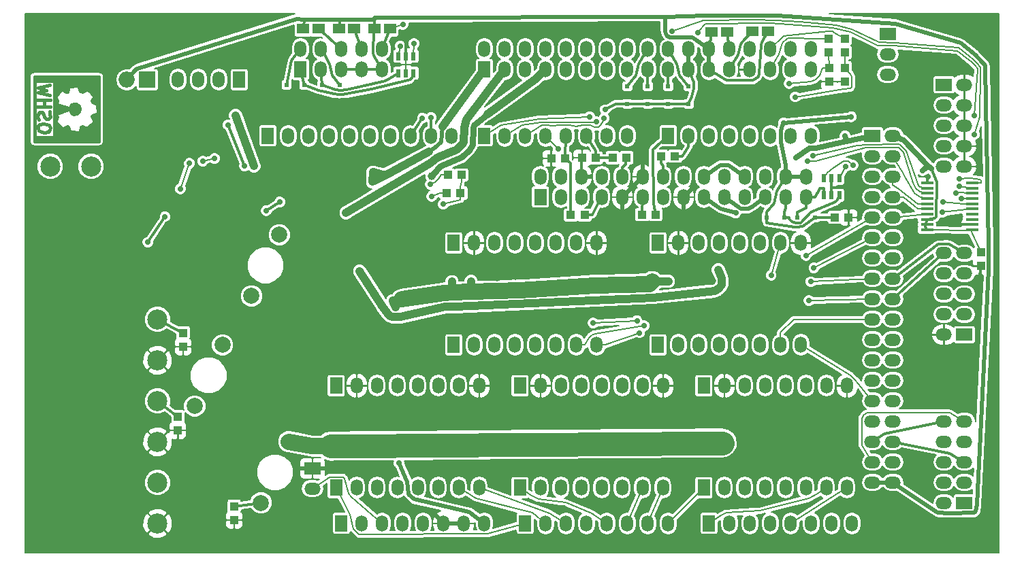
<source format=gbl>
%FSLAX34Y34*%
G04 Gerber Fmt 3.4, Leading zero omitted, Abs format*
G04 (created by PCBNEW (2014-06-10 BZR 4935)-product) date 26/06/2014 20:15:07*
%MOIN*%
G01*
G70*
G90*
G04 APERTURE LIST*
%ADD10C,0.005906*%
%ADD11C,0.015000*%
%ADD12R,0.059055X0.051181*%
%ADD13R,0.023600X0.039400*%
%ADD14R,0.059055X0.078740*%
%ADD15O,0.059055X0.078740*%
%ADD16R,0.078740X0.059055*%
%ADD17O,0.078740X0.059055*%
%ADD18R,0.062992X0.011811*%
%ADD19C,0.078740*%
%ADD20C,0.098425*%
%ADD21R,0.078740X0.078740*%
%ADD22O,0.078740X0.078740*%
%ADD23R,0.023622X0.023622*%
%ADD24R,0.043307X0.039370*%
%ADD25R,0.039370X0.043307*%
%ADD26C,0.027559*%
%ADD27C,0.039370*%
%ADD28C,0.019685*%
%ADD29C,0.039370*%
%ADD30C,0.007874*%
%ADD31C,0.011811*%
%ADD32C,0.027559*%
%ADD33C,0.006299*%
%ADD34C,0.078740*%
%ADD35C,0.118110*%
%ADD36C,0.031496*%
G04 APERTURE END LIST*
G54D10*
G54D11*
X12204Y-14685D02*
X11574Y-14921D01*
X12164Y-14646D02*
X11574Y-14488D01*
X12322Y-14842D02*
X12322Y-14528D01*
X12440Y-14449D02*
X12440Y-14842D01*
X12558Y-14842D02*
X12558Y-14528D01*
X11574Y-16260D02*
X11574Y-15472D01*
X11692Y-15591D02*
X11692Y-16220D01*
X11810Y-16260D02*
X11810Y-15669D01*
X11928Y-15630D02*
X11928Y-16260D01*
X12046Y-16220D02*
X12046Y-15669D01*
X12164Y-15787D02*
X12164Y-16220D01*
X12283Y-16260D02*
X12283Y-15866D01*
X12401Y-15866D02*
X12401Y-16260D01*
X12519Y-16220D02*
X12519Y-15866D01*
X12637Y-15827D02*
X12637Y-16220D01*
X12755Y-16260D02*
X12755Y-15669D01*
X12873Y-15630D02*
X12873Y-16220D01*
X12912Y-16260D02*
X12912Y-15709D01*
X13031Y-15669D02*
X13031Y-16220D01*
X13149Y-16220D02*
X13149Y-15669D01*
X13267Y-15472D02*
X13267Y-16181D01*
X13385Y-16220D02*
X13385Y-15039D01*
X13503Y-14961D02*
X13503Y-16220D01*
X13503Y-14370D02*
X13503Y-13150D01*
X13424Y-13110D02*
X13424Y-14331D01*
X13306Y-13898D02*
X13306Y-13150D01*
X13227Y-13110D02*
X13227Y-13779D01*
X13109Y-13701D02*
X13109Y-13150D01*
X12991Y-13150D02*
X12991Y-13661D01*
X12873Y-13779D02*
X12873Y-13110D01*
X12755Y-13110D02*
X12755Y-13740D01*
X12637Y-13543D02*
X12637Y-13110D01*
X12519Y-13110D02*
X12519Y-13504D01*
X12401Y-13543D02*
X12401Y-13110D01*
X12283Y-13110D02*
X12283Y-13543D01*
X12164Y-13583D02*
X12164Y-13150D01*
X12046Y-13110D02*
X12046Y-13779D01*
X11928Y-13740D02*
X11928Y-13150D01*
X11810Y-13740D02*
X11810Y-13189D01*
X11692Y-13150D02*
X11692Y-13740D01*
X11574Y-13858D02*
X11574Y-13189D01*
X11810Y-14685D02*
X11534Y-14606D01*
X11849Y-14685D02*
X11534Y-14764D01*
X11456Y-13228D02*
X10550Y-13189D01*
X11456Y-16181D02*
X10550Y-16181D01*
X11456Y-16063D02*
X10471Y-16063D01*
X11456Y-13307D02*
X10471Y-13307D01*
X11456Y-16260D02*
X11456Y-13110D01*
X12172Y-14677D02*
X12058Y-14689D01*
X12058Y-14689D02*
X11519Y-14465D01*
X11519Y-14465D02*
X11578Y-14291D01*
X11578Y-14291D02*
X11597Y-14276D01*
X11597Y-14276D02*
X11491Y-14122D01*
X11507Y-14126D02*
X11519Y-14047D01*
X11503Y-14043D02*
X11755Y-13776D01*
X11755Y-13776D02*
X11846Y-13740D01*
X11846Y-13740D02*
X12034Y-13846D01*
X12034Y-13846D02*
X12094Y-13835D01*
X12094Y-13835D02*
X12168Y-13567D01*
X12168Y-13567D02*
X12633Y-13543D01*
X12633Y-13543D02*
X12731Y-13807D01*
X12731Y-13807D02*
X12810Y-13835D01*
X12810Y-13835D02*
X13019Y-13728D01*
X13019Y-13728D02*
X13141Y-13776D01*
X13141Y-13776D02*
X13381Y-14028D01*
X13381Y-14028D02*
X13385Y-14110D01*
X13385Y-14110D02*
X13283Y-14276D01*
X13283Y-14276D02*
X13314Y-14346D01*
X13314Y-14346D02*
X13534Y-14433D01*
X13534Y-14433D02*
X13562Y-14441D01*
X13562Y-14441D02*
X13570Y-14902D01*
X13586Y-14898D02*
X13322Y-14996D01*
X13322Y-14996D02*
X13294Y-15043D01*
X13294Y-15043D02*
X13412Y-15319D01*
X13412Y-15319D02*
X13058Y-15654D01*
X13058Y-15654D02*
X12810Y-15547D01*
X12810Y-15547D02*
X12759Y-15563D01*
X12759Y-15563D02*
X12727Y-15768D01*
X12727Y-15768D02*
X12704Y-15827D01*
X12704Y-15827D02*
X12208Y-15815D01*
X12208Y-15815D02*
X12117Y-15563D01*
X12117Y-15563D02*
X12078Y-15551D01*
X12078Y-15551D02*
X11838Y-15669D01*
X11838Y-15669D02*
X11507Y-15346D01*
X11507Y-15346D02*
X11471Y-15303D01*
X11471Y-15303D02*
X11586Y-15071D01*
X11586Y-15071D02*
X11531Y-14968D01*
X11531Y-14968D02*
X11531Y-14878D01*
X11531Y-14878D02*
X12125Y-14665D01*
X12125Y-14665D02*
X12247Y-14760D01*
X12247Y-14760D02*
X12243Y-14791D01*
X12243Y-14791D02*
X12298Y-14874D01*
X12298Y-14874D02*
X12377Y-14929D01*
X12377Y-14929D02*
X12550Y-14913D01*
X12550Y-14913D02*
X12664Y-14803D01*
X12664Y-14803D02*
X12692Y-14661D01*
X12692Y-14661D02*
X12645Y-14528D01*
X12645Y-14528D02*
X12527Y-14437D01*
X12527Y-14437D02*
X12369Y-14441D01*
X12369Y-14441D02*
X12294Y-14484D01*
X12294Y-14484D02*
X12172Y-14685D01*
X13621Y-16260D02*
X13621Y-13110D01*
X13621Y-13110D02*
X10471Y-13110D01*
X10471Y-13110D02*
X10471Y-16260D01*
X10471Y-16260D02*
X13621Y-16260D01*
X11227Y-14009D02*
X10648Y-13867D01*
X10648Y-13867D02*
X11066Y-13757D01*
X11066Y-13757D02*
X10644Y-13635D01*
X10644Y-13635D02*
X11215Y-13501D01*
X10955Y-14568D02*
X10959Y-14257D01*
X10959Y-14257D02*
X10955Y-14253D01*
X10955Y-14253D02*
X10959Y-14253D01*
X11239Y-14237D02*
X10632Y-14237D01*
X11243Y-14587D02*
X10625Y-14587D01*
X10625Y-14587D02*
X10629Y-14583D01*
X11203Y-14804D02*
X11235Y-14942D01*
X11235Y-14942D02*
X11239Y-15068D01*
X11239Y-15068D02*
X11160Y-15162D01*
X11160Y-15162D02*
X11054Y-15174D01*
X11054Y-15174D02*
X10959Y-15079D01*
X10959Y-15079D02*
X10908Y-14926D01*
X10908Y-14926D02*
X10845Y-14855D01*
X10845Y-14855D02*
X10727Y-14839D01*
X10727Y-14839D02*
X10640Y-14930D01*
X10640Y-14930D02*
X10629Y-15056D01*
X10629Y-15056D02*
X10672Y-15194D01*
X11243Y-15603D02*
X11235Y-15701D01*
X11235Y-15701D02*
X11140Y-15796D01*
X11140Y-15796D02*
X10947Y-15831D01*
X10947Y-15831D02*
X10810Y-15820D01*
X10810Y-15820D02*
X10684Y-15741D01*
X10684Y-15741D02*
X10636Y-15642D01*
X10636Y-15642D02*
X10664Y-15520D01*
X10664Y-15520D02*
X10735Y-15434D01*
X10735Y-15434D02*
X10916Y-15406D01*
X10916Y-15406D02*
X11077Y-15426D01*
X11077Y-15426D02*
X11188Y-15469D01*
X11188Y-15469D02*
X11239Y-15611D01*
G54D12*
X45625Y-10875D03*
X46374Y-10875D03*
X44374Y-10919D03*
X43625Y-10919D03*
X24374Y-10750D03*
X23625Y-10750D03*
X26124Y-10750D03*
X25375Y-10750D03*
X27874Y-10750D03*
X27125Y-10750D03*
G54D13*
X49125Y-18084D03*
X49500Y-18084D03*
X49875Y-18084D03*
X49875Y-18916D03*
X49500Y-18916D03*
X49125Y-18916D03*
X28282Y-12095D03*
X28657Y-12095D03*
X29032Y-12095D03*
X29032Y-12927D03*
X28657Y-12927D03*
X28282Y-12927D03*
G54D14*
X21900Y-16000D03*
G54D15*
X22900Y-16000D03*
X23900Y-16000D03*
X24900Y-16000D03*
X25900Y-16000D03*
X26900Y-16000D03*
X27900Y-16000D03*
X28900Y-16000D03*
X29900Y-16000D03*
X30900Y-16000D03*
G54D14*
X25500Y-35000D03*
G54D15*
X26500Y-35000D03*
X27500Y-35000D03*
X28500Y-35000D03*
X29500Y-35000D03*
X30500Y-35000D03*
X31500Y-35000D03*
X32500Y-35000D03*
G54D14*
X34500Y-35000D03*
G54D15*
X35500Y-35000D03*
X36500Y-35000D03*
X37500Y-35000D03*
X38500Y-35000D03*
X39500Y-35000D03*
X40500Y-35000D03*
X41500Y-35000D03*
G54D14*
X32500Y-16000D03*
G54D15*
X33500Y-16000D03*
X34500Y-16000D03*
X35500Y-16000D03*
X36500Y-16000D03*
X37500Y-16000D03*
X38500Y-16000D03*
X39500Y-16000D03*
G54D14*
X43500Y-35000D03*
G54D15*
X44500Y-35000D03*
X45500Y-35000D03*
X46500Y-35000D03*
X47500Y-35000D03*
X48500Y-35000D03*
X49500Y-35000D03*
X50500Y-35000D03*
G54D14*
X41500Y-16000D03*
G54D15*
X42500Y-16000D03*
X43500Y-16000D03*
X44500Y-16000D03*
X45500Y-16000D03*
X46500Y-16000D03*
X47500Y-16000D03*
X48500Y-16000D03*
G54D16*
X51500Y-16000D03*
G54D17*
X51500Y-17000D03*
X51500Y-18000D03*
X51500Y-19000D03*
X51500Y-20000D03*
X51500Y-21000D03*
X51500Y-22000D03*
X51500Y-23000D03*
X51500Y-24000D03*
X51500Y-25000D03*
X51500Y-26000D03*
X51500Y-27000D03*
X51500Y-28000D03*
X51500Y-29000D03*
X51500Y-30000D03*
X51500Y-31000D03*
X51500Y-32000D03*
X51500Y-33000D03*
X52500Y-16000D03*
X52500Y-17000D03*
X52500Y-18000D03*
X52500Y-19000D03*
X52500Y-20000D03*
X52500Y-21000D03*
X52500Y-22000D03*
X52500Y-23000D03*
X52500Y-24000D03*
X52500Y-25000D03*
X52500Y-26000D03*
X52500Y-27000D03*
X52500Y-28000D03*
X52500Y-29000D03*
X52500Y-30000D03*
X52500Y-31000D03*
X52500Y-32000D03*
X52500Y-33000D03*
G54D14*
X43250Y-33250D03*
G54D15*
X44250Y-33250D03*
X45250Y-33250D03*
X46250Y-33250D03*
X47250Y-33250D03*
X48250Y-33250D03*
X49250Y-33250D03*
X50250Y-33250D03*
G54D14*
X43250Y-28250D03*
G54D15*
X44250Y-28250D03*
X45250Y-28250D03*
X46250Y-28250D03*
X47250Y-28250D03*
X48250Y-28250D03*
X49250Y-28250D03*
X50250Y-28250D03*
G54D14*
X31000Y-26250D03*
G54D15*
X32000Y-26250D03*
X33000Y-26250D03*
X34000Y-26250D03*
X35000Y-26250D03*
X36000Y-26250D03*
X37000Y-26250D03*
X38000Y-26250D03*
G54D14*
X31000Y-21250D03*
G54D15*
X32000Y-21250D03*
X33000Y-21250D03*
X34000Y-21250D03*
X35000Y-21250D03*
X36000Y-21250D03*
X37000Y-21250D03*
X38000Y-21250D03*
G54D14*
X41000Y-26250D03*
G54D15*
X42000Y-26250D03*
X43000Y-26250D03*
X44000Y-26250D03*
X45000Y-26250D03*
X46000Y-26250D03*
X47000Y-26250D03*
X48000Y-26250D03*
G54D14*
X41000Y-21250D03*
G54D15*
X42000Y-21250D03*
X43000Y-21250D03*
X44000Y-21250D03*
X45000Y-21250D03*
X46000Y-21250D03*
X47000Y-21250D03*
X48000Y-21250D03*
G54D14*
X34250Y-33250D03*
G54D15*
X35250Y-33250D03*
X36250Y-33250D03*
X37250Y-33250D03*
X38250Y-33250D03*
X39250Y-33250D03*
X40250Y-33250D03*
X41250Y-33250D03*
G54D14*
X34250Y-28250D03*
G54D15*
X35250Y-28250D03*
X36250Y-28250D03*
X37250Y-28250D03*
X38250Y-28250D03*
X39250Y-28250D03*
X40250Y-28250D03*
X41250Y-28250D03*
G54D14*
X25250Y-33250D03*
G54D15*
X26250Y-33250D03*
X27250Y-33250D03*
X28250Y-33250D03*
X29250Y-33250D03*
X30250Y-33250D03*
X31250Y-33250D03*
X32250Y-33250D03*
G54D14*
X25250Y-28250D03*
G54D15*
X26250Y-28250D03*
X27250Y-28250D03*
X28250Y-28250D03*
X29250Y-28250D03*
X30250Y-28250D03*
X31250Y-28250D03*
X32250Y-28250D03*
G54D14*
X20500Y-13250D03*
G54D15*
X19500Y-13250D03*
X18500Y-13250D03*
X17500Y-13250D03*
G54D16*
X52250Y-11000D03*
G54D17*
X52250Y-12000D03*
X52250Y-13000D03*
G54D16*
X55000Y-13500D03*
G54D17*
X55000Y-14500D03*
X55000Y-15500D03*
X55000Y-16500D03*
X55000Y-17500D03*
X56000Y-13500D03*
X56000Y-14500D03*
X56000Y-15500D03*
X56000Y-16500D03*
X56000Y-17500D03*
G54D14*
X32500Y-12750D03*
G54D15*
X33500Y-12750D03*
X34500Y-12750D03*
X35500Y-12750D03*
X36500Y-12750D03*
X37500Y-12750D03*
X38500Y-12750D03*
X39500Y-12750D03*
X40500Y-12750D03*
X41500Y-12750D03*
X42500Y-12750D03*
X43500Y-12750D03*
X44500Y-12750D03*
X45500Y-12750D03*
X46500Y-12750D03*
X47500Y-12750D03*
X48500Y-12750D03*
X32500Y-11750D03*
X33500Y-11750D03*
X34500Y-11750D03*
X35500Y-11750D03*
X36500Y-11750D03*
X37500Y-11750D03*
X38500Y-11750D03*
X39500Y-11750D03*
X40500Y-11750D03*
X41500Y-11750D03*
X42500Y-11750D03*
X43500Y-11750D03*
X44500Y-11750D03*
X45500Y-11750D03*
X46500Y-11750D03*
X47500Y-11750D03*
X48500Y-11750D03*
G54D16*
X56000Y-25750D03*
G54D17*
X56000Y-24750D03*
X56000Y-23750D03*
X56000Y-22750D03*
X56000Y-21750D03*
X55000Y-25750D03*
X55000Y-24750D03*
X55000Y-23750D03*
X55000Y-22750D03*
X55000Y-21750D03*
G54D16*
X56000Y-34000D03*
G54D17*
X56000Y-33000D03*
X56000Y-32000D03*
X56000Y-31000D03*
X56000Y-30000D03*
X55000Y-34000D03*
X55000Y-33000D03*
X55000Y-32000D03*
X55000Y-31000D03*
X55000Y-30000D03*
G54D14*
X23500Y-12750D03*
G54D15*
X24500Y-12750D03*
X25500Y-12750D03*
X26500Y-12750D03*
X27500Y-12750D03*
X23500Y-11750D03*
X24500Y-11750D03*
X25500Y-11750D03*
X26500Y-11750D03*
X27500Y-11750D03*
G54D16*
X24080Y-32300D03*
G54D17*
X24080Y-33300D03*
G54D18*
X56374Y-20610D03*
X56374Y-20354D03*
X56374Y-20098D03*
X56374Y-19842D03*
X54169Y-18306D03*
X54169Y-18562D03*
X56374Y-18306D03*
X56374Y-18562D03*
X56374Y-18818D03*
X56374Y-19074D03*
X56374Y-19330D03*
X56374Y-19586D03*
X54169Y-20610D03*
X54169Y-20354D03*
X54169Y-20098D03*
X54169Y-19842D03*
X54169Y-19586D03*
X54169Y-19330D03*
X54169Y-19074D03*
X54169Y-18818D03*
G54D19*
X21568Y-34000D03*
X22931Y-31000D03*
X18318Y-29250D03*
X19681Y-26250D03*
X21102Y-23854D03*
X22465Y-20854D03*
G54D20*
X16500Y-25000D03*
X16500Y-27000D03*
X16500Y-29000D03*
X16500Y-31000D03*
X16500Y-33000D03*
X16500Y-35000D03*
X13250Y-17500D03*
X11250Y-17500D03*
G54D21*
X16000Y-13250D03*
G54D22*
X15000Y-13250D03*
G54D23*
X40500Y-13566D03*
X40500Y-14433D03*
X39500Y-13566D03*
X39500Y-14433D03*
X41500Y-13566D03*
X41500Y-14433D03*
X42500Y-13566D03*
X42500Y-14433D03*
X47183Y-20000D03*
X46316Y-20000D03*
X47816Y-20000D03*
X48683Y-20000D03*
X23683Y-13500D03*
X22816Y-13500D03*
X24566Y-13500D03*
X25433Y-13500D03*
G54D24*
X49665Y-20000D03*
X50334Y-20000D03*
X38785Y-17070D03*
X39454Y-17070D03*
X41834Y-17000D03*
X41165Y-17000D03*
X40884Y-19860D03*
X40215Y-19860D03*
X36735Y-19880D03*
X37404Y-19880D03*
G54D25*
X49359Y-11914D03*
X49359Y-11245D03*
X50159Y-11914D03*
X50159Y-11245D03*
G54D24*
X31334Y-18810D03*
X30665Y-18810D03*
X31374Y-17920D03*
X30705Y-17920D03*
G54D25*
X56812Y-21715D03*
X56812Y-22384D03*
G54D24*
X37954Y-17080D03*
X37285Y-17080D03*
X36444Y-17100D03*
X35775Y-17100D03*
G54D25*
X49379Y-12665D03*
X49379Y-13334D03*
X50159Y-12665D03*
X50159Y-13334D03*
X20250Y-34165D03*
X20250Y-34834D03*
X17495Y-29765D03*
X17495Y-30434D03*
X17750Y-25665D03*
X17750Y-26334D03*
G54D14*
X35250Y-19000D03*
G54D15*
X36250Y-19000D03*
X37250Y-19000D03*
X38250Y-19000D03*
X39250Y-19000D03*
X40250Y-19000D03*
X41250Y-19000D03*
X42250Y-19000D03*
X43250Y-19000D03*
X44250Y-19000D03*
X45250Y-19000D03*
X46250Y-19000D03*
X47250Y-19000D03*
X48250Y-19000D03*
X35250Y-18000D03*
X36250Y-18000D03*
X37250Y-18000D03*
X38250Y-18000D03*
X39250Y-18000D03*
X40250Y-18000D03*
X41250Y-18000D03*
X42250Y-18000D03*
X43250Y-18000D03*
X44250Y-18000D03*
X45250Y-18000D03*
X46250Y-18000D03*
X47250Y-18000D03*
X48250Y-18000D03*
G54D26*
X50468Y-15066D03*
X47152Y-15370D03*
G54D27*
X43953Y-22573D03*
X26398Y-22634D03*
X21219Y-17488D03*
G54D26*
X22488Y-19240D03*
X21820Y-19669D03*
G54D27*
X20319Y-15008D03*
G54D26*
X38403Y-14721D03*
X28315Y-32042D03*
X47757Y-17084D03*
X50155Y-16001D03*
X53967Y-17700D03*
X29465Y-15132D03*
X17613Y-18602D03*
X18058Y-17341D03*
X29052Y-11476D03*
X42964Y-10954D03*
X56496Y-15006D03*
X28375Y-11596D03*
X41702Y-10860D03*
X56493Y-15934D03*
X48239Y-21869D03*
X39970Y-25060D03*
X37827Y-25178D03*
X48633Y-22479D03*
X40330Y-25310D03*
X48475Y-23152D03*
X40100Y-25660D03*
X48388Y-24081D03*
X29902Y-15106D03*
X55780Y-21090D03*
X55670Y-20300D03*
X44976Y-14344D03*
G54D27*
X46210Y-13480D03*
G54D26*
X24362Y-14060D03*
X45741Y-34043D03*
G54D27*
X23010Y-27511D03*
G54D26*
X16315Y-15193D03*
X30508Y-12908D03*
X52590Y-14495D03*
X53241Y-14127D03*
X36372Y-34240D03*
X17700Y-15150D03*
X19788Y-18879D03*
X17803Y-19516D03*
X18303Y-15109D03*
G54D27*
X14600Y-20100D03*
X26400Y-21750D03*
X29400Y-20520D03*
X25900Y-21150D03*
G54D26*
X17754Y-17133D03*
G54D27*
X17770Y-22680D03*
X13920Y-20590D03*
X14650Y-21080D03*
X15280Y-20600D03*
X17800Y-22210D03*
X16140Y-22340D03*
X23840Y-28500D03*
X24720Y-27490D03*
X28880Y-21120D03*
X46240Y-30150D03*
X34020Y-22880D03*
X43650Y-23120D03*
X33120Y-22930D03*
X42867Y-23088D03*
X17970Y-35040D03*
X20060Y-35550D03*
X45370Y-30140D03*
X28280Y-30150D03*
X27400Y-30160D03*
X37320Y-30140D03*
X36380Y-30140D03*
G54D26*
X54229Y-17990D03*
X39511Y-14051D03*
X42118Y-15310D03*
G54D27*
X28406Y-24023D03*
X31840Y-23130D03*
X30909Y-23155D03*
X41509Y-23130D03*
X40722Y-23144D03*
X28010Y-24080D03*
X28140Y-24410D03*
X25250Y-31430D03*
X26150Y-31400D03*
X34190Y-31350D03*
X35150Y-31340D03*
X43200Y-31340D03*
X44120Y-31350D03*
G54D26*
X20758Y-17478D03*
X19937Y-15468D03*
X46540Y-22838D03*
X28515Y-10532D03*
X37663Y-15070D03*
X37986Y-15307D03*
X38360Y-15143D03*
X36105Y-16640D03*
X48320Y-17250D03*
X48572Y-16967D03*
X50195Y-17504D03*
X50550Y-17450D03*
X30486Y-19340D03*
G54D27*
X27030Y-18255D03*
X27040Y-17780D03*
G54D26*
X30996Y-16735D03*
G54D27*
X25735Y-19770D03*
X29935Y-17970D03*
G54D26*
X44803Y-19786D03*
X55764Y-18097D03*
X55588Y-18800D03*
X54961Y-19236D03*
X55755Y-18463D03*
X55840Y-19056D03*
X54908Y-19753D03*
X29858Y-18386D03*
X29925Y-18963D03*
X18707Y-17242D03*
X19288Y-17112D03*
X16868Y-19962D03*
X16030Y-21219D03*
X47729Y-14090D03*
X47429Y-13434D03*
G54D28*
X47152Y-15370D02*
X50468Y-15066D01*
X47092Y-15468D02*
X47152Y-15370D01*
X47016Y-15784D02*
X47092Y-15468D01*
X47004Y-15893D02*
X47016Y-15784D01*
X47031Y-16319D02*
X47004Y-15893D01*
X47250Y-17427D02*
X47031Y-16319D01*
X47250Y-18000D02*
X47250Y-17427D01*
X47250Y-18000D02*
X47229Y-17969D01*
G54D29*
X27483Y-24331D02*
X26398Y-22634D01*
X27776Y-24739D02*
X27483Y-24331D01*
X27899Y-24845D02*
X27776Y-24739D01*
X28007Y-24887D02*
X27899Y-24845D01*
X28382Y-24882D02*
X28007Y-24887D01*
X30599Y-24388D02*
X28382Y-24882D01*
X31090Y-24388D02*
X30599Y-24388D01*
X40747Y-23930D02*
X31090Y-24388D01*
X43792Y-23603D02*
X40747Y-23930D01*
X43890Y-23549D02*
X43792Y-23603D01*
X44000Y-23468D02*
X43890Y-23549D01*
X44124Y-23294D02*
X44000Y-23468D01*
X44126Y-22969D02*
X44124Y-23294D01*
X43953Y-22573D02*
X44126Y-22969D01*
G54D30*
X47940Y-18000D02*
X47962Y-17934D01*
G54D28*
X47940Y-18000D02*
X48250Y-18000D01*
X47250Y-18000D02*
X47940Y-18000D01*
G54D29*
X20319Y-15008D02*
X21219Y-17488D01*
G54D31*
X21820Y-19669D02*
X22488Y-19240D01*
G54D28*
X31756Y-34445D02*
X32500Y-35000D01*
X29052Y-33821D02*
X31756Y-34445D01*
X28798Y-33566D02*
X29052Y-33821D01*
X28776Y-33544D02*
X28798Y-33566D01*
X28726Y-32974D02*
X28776Y-33544D01*
X28315Y-32042D02*
X28726Y-32974D01*
X42500Y-12750D02*
X42500Y-11750D01*
G54D31*
X46316Y-20000D02*
X46316Y-20257D01*
X46329Y-20175D02*
X46321Y-20009D01*
X46316Y-20257D02*
X46329Y-20175D01*
X46815Y-18721D02*
X47250Y-18000D01*
X46670Y-19319D02*
X46815Y-18721D01*
X46316Y-19742D02*
X46670Y-19319D01*
X46316Y-20000D02*
X46316Y-19742D01*
X48683Y-20000D02*
X49665Y-20000D01*
X23058Y-12311D02*
X23500Y-11750D01*
X22816Y-13500D02*
X23058Y-12311D01*
X24679Y-12054D02*
X24500Y-11750D01*
X24934Y-12471D02*
X24679Y-12054D01*
X25065Y-13028D02*
X24934Y-12471D01*
X25433Y-13500D02*
X25065Y-13028D01*
X40736Y-14429D02*
X41500Y-14433D01*
X40500Y-14433D02*
X40736Y-14429D01*
X41500Y-14433D02*
X42500Y-14433D01*
X42762Y-13360D02*
X42500Y-12750D01*
X42766Y-13688D02*
X42762Y-13360D01*
X42647Y-14072D02*
X42766Y-13688D01*
X42500Y-14433D02*
X42647Y-14072D01*
X40500Y-14433D02*
X39890Y-14423D01*
X38910Y-14423D02*
X39890Y-14423D01*
X38403Y-14721D02*
X38910Y-14423D01*
X39890Y-14423D02*
X39909Y-14423D01*
X39890Y-14423D02*
X39500Y-14433D01*
X48074Y-20455D02*
X48683Y-20000D01*
X47770Y-20477D02*
X48074Y-20455D01*
X47674Y-20477D02*
X47770Y-20477D01*
X46316Y-20257D02*
X47674Y-20477D01*
G54D32*
X54388Y-17619D02*
X54388Y-17619D01*
X54388Y-17619D02*
X54388Y-17619D01*
X54388Y-17619D02*
X54388Y-17619D01*
X54388Y-17619D02*
X54388Y-17619D01*
X54227Y-17480D02*
X54388Y-17599D01*
X54212Y-17464D02*
X54227Y-17480D01*
X54205Y-17457D02*
X54212Y-17464D01*
X53012Y-16208D02*
X54205Y-17457D01*
X52500Y-16000D02*
X53012Y-16208D01*
X54212Y-17464D02*
X53967Y-17700D01*
X54398Y-17609D02*
X54398Y-17609D01*
X54398Y-17608D02*
X54398Y-17609D01*
G54D31*
X54398Y-17609D02*
X54398Y-17608D01*
X54398Y-17608D02*
X54388Y-17599D01*
G54D32*
X54388Y-17618D02*
X54388Y-17619D01*
X54398Y-17608D02*
X54388Y-17618D01*
X54388Y-17619D02*
X54388Y-17619D01*
G54D31*
X54388Y-17619D02*
X54388Y-17619D01*
G54D30*
X56326Y-20639D02*
X56812Y-21715D01*
G54D32*
X50216Y-16281D02*
X51500Y-16000D01*
X49762Y-16381D02*
X50216Y-16281D01*
X48712Y-16611D02*
X49762Y-16381D01*
X48433Y-16611D02*
X48712Y-16611D01*
X47757Y-17084D02*
X48433Y-16611D01*
G54D30*
X50216Y-16281D02*
X50209Y-16244D01*
G54D32*
X50209Y-16244D02*
X50155Y-16001D01*
G54D30*
X56326Y-20639D02*
X56374Y-20610D01*
X54169Y-20602D02*
X54169Y-20610D01*
X56326Y-20639D02*
X54169Y-20602D01*
X54169Y-20602D02*
X54109Y-20601D01*
G54D31*
X54388Y-17619D02*
X54388Y-17619D01*
X54647Y-18261D02*
X54388Y-17619D01*
X54622Y-19985D02*
X54647Y-18261D01*
X54565Y-20041D02*
X54622Y-19985D01*
X54169Y-20098D02*
X54565Y-20041D01*
X54075Y-20367D02*
X54169Y-20354D01*
X54075Y-20367D02*
X54109Y-20601D01*
X54075Y-20367D02*
X54075Y-20367D01*
X54169Y-20098D02*
X54075Y-20367D01*
G54D30*
X25914Y-34556D02*
X25250Y-33250D01*
X26089Y-35274D02*
X25914Y-34556D01*
X26362Y-35547D02*
X26089Y-35274D01*
X32662Y-35513D02*
X26362Y-35547D01*
X34500Y-35000D02*
X32662Y-35513D01*
X32075Y-33760D02*
X31250Y-33250D01*
X34844Y-34486D02*
X32075Y-33760D01*
X35500Y-35000D02*
X34844Y-34486D01*
G54D31*
X26500Y-11750D02*
X26124Y-10750D01*
X44500Y-11750D02*
X44374Y-10919D01*
X45115Y-11391D02*
X45625Y-10875D01*
X45043Y-11522D02*
X45115Y-11391D01*
X44934Y-12028D02*
X45043Y-11522D01*
X44500Y-12750D02*
X44934Y-12028D01*
G54D30*
X35673Y-34492D02*
X36500Y-35000D01*
X32250Y-33250D02*
X35673Y-34492D01*
X41250Y-33250D02*
X40500Y-35000D01*
X43250Y-33250D02*
X41500Y-35000D01*
X48827Y-33526D02*
X49250Y-33250D01*
X48393Y-33772D02*
X48827Y-33526D01*
X45974Y-34387D02*
X48393Y-33772D01*
X44340Y-34486D02*
X45974Y-34387D01*
X44097Y-34619D02*
X44340Y-34486D01*
X43500Y-35000D02*
X44097Y-34619D01*
G54D31*
X28900Y-16000D02*
X29465Y-15132D01*
G54D30*
X18058Y-17341D02*
X17613Y-18602D01*
X29052Y-11476D02*
X29032Y-12095D01*
X29052Y-11476D02*
X29052Y-11476D01*
X43211Y-10614D02*
X42964Y-10954D01*
X43311Y-10513D02*
X43211Y-10614D01*
X46484Y-10488D02*
X43311Y-10513D01*
X46998Y-10511D02*
X46484Y-10488D01*
X49560Y-10714D02*
X46998Y-10511D01*
X50423Y-10917D02*
X49560Y-10714D01*
X51763Y-11576D02*
X50423Y-10917D01*
X52520Y-11585D02*
X51763Y-11576D01*
X55650Y-11826D02*
X52520Y-11585D01*
X56339Y-12378D02*
X55650Y-11826D01*
X56504Y-12543D02*
X56339Y-12378D01*
X56641Y-12704D02*
X56504Y-12543D01*
X56641Y-12722D02*
X56641Y-12704D01*
X56640Y-12740D02*
X56641Y-12722D01*
X56638Y-12743D02*
X56640Y-12740D01*
X56496Y-15006D02*
X56638Y-12743D01*
X28375Y-11596D02*
X28282Y-12095D01*
X43232Y-10354D02*
X41702Y-10860D01*
X45756Y-10316D02*
X43232Y-10354D01*
X46753Y-10332D02*
X45756Y-10316D01*
X47940Y-10395D02*
X46753Y-10332D01*
X49715Y-10568D02*
X47940Y-10395D01*
X50475Y-10760D02*
X49715Y-10568D01*
X51806Y-11414D02*
X50475Y-10760D01*
X52579Y-11426D02*
X51806Y-11414D01*
X55715Y-11667D02*
X52579Y-11426D01*
X56418Y-12232D02*
X55715Y-11667D01*
X56634Y-12448D02*
X56418Y-12232D01*
X56800Y-12639D02*
X56634Y-12448D01*
X56800Y-12865D02*
X56800Y-12639D01*
X56765Y-15071D02*
X56800Y-12865D01*
X56493Y-15934D02*
X56765Y-15071D01*
X37827Y-25178D02*
X39970Y-25060D01*
X51500Y-20000D02*
X48239Y-21869D01*
X37922Y-25690D02*
X40330Y-25310D01*
X37744Y-25781D02*
X37922Y-25690D01*
X37630Y-25906D02*
X37744Y-25781D01*
X37414Y-26250D02*
X37630Y-25906D01*
X37000Y-26250D02*
X37414Y-26250D01*
X51500Y-21000D02*
X48633Y-22479D01*
X38414Y-26250D02*
X40100Y-25660D01*
X38000Y-26250D02*
X38414Y-26250D01*
X51498Y-23000D02*
X48475Y-23152D01*
X51500Y-23000D02*
X51498Y-23000D01*
G54D31*
X51500Y-23000D02*
X51500Y-23000D01*
G54D30*
X51500Y-24000D02*
X48388Y-24081D01*
X51500Y-25000D02*
X47640Y-25000D01*
X46990Y-25650D02*
X46990Y-26260D01*
X47640Y-25000D02*
X46990Y-25650D01*
X46990Y-26260D02*
X47000Y-26250D01*
X50664Y-27979D02*
X51500Y-29000D01*
G54D33*
X50421Y-27736D02*
X50664Y-27979D01*
G54D30*
X48000Y-26250D02*
X50421Y-27736D01*
G54D31*
X29902Y-15325D02*
X29902Y-15106D01*
X29900Y-15467D02*
X29902Y-15325D01*
X29900Y-16000D02*
X29900Y-15467D01*
G54D28*
X24080Y-32300D02*
X23340Y-32300D01*
X23340Y-32300D02*
X23300Y-32340D01*
X24080Y-32300D02*
X24810Y-32300D01*
X24810Y-32300D02*
X24840Y-32270D01*
X31500Y-35000D02*
X30520Y-35000D01*
X30520Y-35000D02*
X30020Y-34500D01*
X42250Y-19000D02*
X42740Y-18510D01*
X42250Y-19000D02*
X42250Y-19680D01*
X42250Y-19680D02*
X42280Y-19710D01*
X37250Y-18000D02*
X37710Y-18000D01*
X37710Y-18000D02*
X37730Y-17980D01*
X40250Y-18000D02*
X40250Y-17240D01*
X40250Y-17240D02*
X40270Y-17220D01*
X39250Y-19000D02*
X40280Y-17970D01*
X40280Y-17970D02*
X40250Y-18000D01*
X39250Y-19000D02*
X39250Y-19720D01*
X39250Y-19720D02*
X39290Y-19760D01*
G54D31*
X49500Y-18530D02*
X50430Y-18530D01*
X50430Y-18530D02*
X50440Y-18520D01*
X49500Y-18084D02*
X49500Y-18530D01*
X49500Y-18530D02*
X49500Y-18880D01*
X49500Y-18880D02*
X49490Y-18890D01*
X49490Y-18890D02*
X49500Y-18916D01*
X37250Y-18000D02*
X37250Y-17070D01*
X37250Y-17070D02*
X37260Y-17060D01*
X37260Y-17060D02*
X37285Y-17080D01*
X28657Y-12095D02*
X28657Y-11332D01*
X28657Y-11332D02*
X28720Y-11270D01*
X56374Y-20354D02*
X55724Y-20354D01*
X55724Y-20354D02*
X55670Y-20300D01*
X44976Y-14344D02*
X44514Y-14344D01*
X44514Y-14344D02*
X44480Y-14310D01*
G54D29*
X16140Y-22340D02*
X16140Y-22330D01*
G54D31*
X54220Y-17990D02*
X54229Y-17990D01*
X54240Y-17985D02*
X54220Y-17990D01*
X54170Y-18310D02*
X54169Y-18306D01*
X54179Y-17990D02*
X54170Y-18310D01*
X54240Y-17985D02*
X54179Y-17990D01*
X56812Y-22384D02*
X56690Y-23260D01*
X54179Y-18000D02*
X54220Y-17990D01*
X54220Y-17990D02*
X54240Y-17985D01*
G54D30*
X28650Y-12925D02*
X28657Y-12927D01*
X28657Y-12917D02*
X28650Y-12925D01*
X28657Y-12500D02*
X28657Y-12917D01*
X28657Y-12095D02*
X28657Y-12500D01*
X28650Y-12500D02*
X29425Y-12500D01*
X28657Y-12500D02*
X28650Y-12500D01*
X28650Y-12500D02*
X27975Y-12500D01*
G54D31*
X17750Y-25665D02*
X16500Y-25000D01*
X17495Y-29765D02*
X16500Y-29000D01*
X20250Y-34165D02*
X21568Y-34000D01*
G54D29*
X28010Y-24090D02*
X28010Y-24080D01*
X28010Y-24093D02*
X28010Y-24090D01*
X28011Y-24092D02*
X28010Y-24093D01*
X28460Y-23944D02*
X28011Y-24092D01*
X28406Y-24023D02*
X28460Y-23944D01*
X28011Y-24092D02*
X28010Y-24090D01*
X28140Y-24410D02*
X28011Y-24092D01*
G54D34*
X30942Y-23675D02*
X31850Y-23645D01*
G54D29*
X30942Y-23675D02*
X30942Y-23678D01*
X30930Y-23244D02*
X30942Y-23675D01*
X28462Y-24011D02*
X28406Y-24023D01*
G54D34*
X30511Y-23703D02*
X28462Y-24011D01*
X30942Y-23675D02*
X30511Y-23703D01*
X30942Y-23675D02*
X30942Y-23675D01*
G54D29*
X30942Y-23675D02*
X30930Y-23244D01*
X31850Y-23390D02*
X31850Y-23645D01*
X31840Y-23130D02*
X31850Y-23390D01*
X30930Y-23480D02*
X30930Y-23244D01*
X30909Y-23155D02*
X30930Y-23480D01*
X40740Y-23140D02*
X40722Y-23144D01*
X41509Y-23130D02*
X40740Y-23140D01*
X40722Y-23144D02*
X40722Y-23144D01*
G54D34*
X40582Y-23261D02*
X40722Y-23144D01*
X37875Y-23336D02*
X40582Y-23261D01*
X34245Y-23565D02*
X37875Y-23336D01*
X31850Y-23645D02*
X34245Y-23565D01*
G54D29*
X28010Y-24090D02*
X28010Y-24080D01*
G54D34*
X24990Y-31210D02*
X25060Y-31210D01*
X24050Y-31210D02*
X24990Y-31210D01*
X22931Y-31000D02*
X24050Y-31210D01*
G54D35*
X44150Y-31058D02*
X44000Y-31060D01*
X43190Y-31066D02*
X44150Y-31058D01*
X35010Y-31130D02*
X43190Y-31066D01*
X34190Y-31137D02*
X35010Y-31130D01*
X26150Y-31200D02*
X34190Y-31137D01*
X25250Y-31207D02*
X26150Y-31200D01*
X24990Y-31210D02*
X25250Y-31207D01*
G54D29*
X25250Y-31207D02*
X25250Y-31430D01*
X26150Y-31200D02*
X26150Y-31400D01*
X34190Y-31137D02*
X34190Y-31350D01*
X35010Y-31130D02*
X35150Y-31340D01*
X43190Y-31066D02*
X43200Y-31340D01*
X44150Y-31058D02*
X44120Y-31350D01*
G54D31*
X37970Y-17080D02*
X37954Y-17080D01*
X37950Y-16740D02*
X37970Y-17080D01*
X37500Y-16000D02*
X37950Y-16740D01*
X38770Y-17070D02*
X38785Y-17070D01*
X37954Y-17080D02*
X38770Y-17070D01*
X36450Y-17070D02*
X36444Y-17100D01*
X36500Y-16000D02*
X36450Y-17070D01*
X36730Y-19410D02*
X36720Y-19410D01*
X36710Y-17350D02*
X36730Y-19410D01*
X36444Y-17100D02*
X36710Y-17350D01*
X36730Y-19900D02*
X36735Y-19880D01*
X36730Y-19410D02*
X36730Y-19900D01*
X19937Y-15468D02*
X20758Y-17478D01*
G54D30*
X46540Y-22838D02*
X47000Y-21250D01*
G54D31*
X41490Y-15990D02*
X41500Y-16000D01*
X40740Y-16680D02*
X41490Y-15990D01*
X40770Y-19320D02*
X40740Y-16680D01*
X40884Y-19860D02*
X40770Y-19320D01*
G54D30*
X27874Y-10750D02*
X28515Y-10532D01*
G54D31*
X27500Y-11750D02*
X27874Y-10750D01*
X25500Y-11749D02*
X24374Y-10750D01*
X25500Y-11750D02*
X25500Y-11749D01*
G54D30*
X24905Y-32736D02*
X24080Y-33300D01*
X25594Y-32736D02*
X24905Y-32736D01*
X25664Y-32806D02*
X25594Y-32736D01*
X25842Y-33538D02*
X25664Y-32806D01*
X26001Y-33721D02*
X25842Y-33538D01*
X27500Y-35000D02*
X26001Y-33721D01*
X33328Y-15486D02*
X32500Y-16000D01*
X35196Y-15169D02*
X33328Y-15486D01*
X37663Y-15070D02*
X35196Y-15169D01*
X37975Y-15327D02*
X37986Y-15307D01*
X37262Y-15327D02*
X37975Y-15327D01*
X37220Y-15332D02*
X37262Y-15327D01*
X36735Y-15327D02*
X37220Y-15332D01*
X36262Y-15327D02*
X36735Y-15327D01*
X36262Y-15327D02*
X36262Y-15327D01*
X35737Y-15327D02*
X36262Y-15327D01*
X35262Y-15327D02*
X35737Y-15327D01*
X34338Y-15486D02*
X35262Y-15327D01*
X33500Y-16000D02*
X34338Y-15486D01*
X38313Y-15277D02*
X38360Y-15143D01*
X38200Y-15481D02*
X38313Y-15277D01*
X38084Y-15571D02*
X38200Y-15481D01*
X37889Y-15571D02*
X38084Y-15571D01*
X37671Y-15486D02*
X37889Y-15571D01*
X37328Y-15486D02*
X37671Y-15486D01*
X36981Y-15523D02*
X37328Y-15486D01*
X36671Y-15486D02*
X36981Y-15523D01*
X36329Y-15486D02*
X36671Y-15486D01*
X35703Y-15490D02*
X36329Y-15486D01*
X35667Y-15486D02*
X35703Y-15490D01*
X35328Y-15486D02*
X35667Y-15486D01*
X34500Y-16000D02*
X35328Y-15486D01*
X36105Y-16640D02*
X35500Y-16000D01*
X48493Y-17244D02*
X48320Y-17250D01*
X48706Y-17244D02*
X48493Y-17244D01*
X51193Y-16585D02*
X48706Y-17244D01*
X52770Y-16585D02*
X51193Y-16585D01*
X53005Y-16820D02*
X52770Y-16585D01*
X53485Y-18292D02*
X53005Y-16820D01*
X53622Y-18580D02*
X53485Y-18292D01*
X53808Y-18746D02*
X53622Y-18580D01*
X54169Y-18818D02*
X53808Y-18746D01*
X50746Y-16471D02*
X48572Y-16967D01*
X51199Y-16423D02*
X50746Y-16471D01*
X52796Y-16416D02*
X51199Y-16423D01*
X52845Y-16432D02*
X52796Y-16416D01*
X53146Y-16727D02*
X52845Y-16432D01*
X53738Y-18446D02*
X53146Y-16727D01*
X53817Y-18504D02*
X53738Y-18446D01*
X54169Y-18562D02*
X53817Y-18504D01*
X49874Y-18084D02*
X50195Y-17504D01*
G54D31*
X52266Y-30556D02*
X55000Y-30000D01*
X52084Y-30620D02*
X52266Y-30556D01*
X51500Y-31000D02*
X52084Y-30620D01*
G54D30*
X55294Y-29585D02*
X56000Y-30000D01*
X51238Y-29579D02*
X55294Y-29585D01*
X51100Y-29678D02*
X51238Y-29579D01*
X51009Y-29789D02*
X51100Y-29678D01*
X50980Y-29858D02*
X51009Y-29789D01*
X50986Y-31171D02*
X50980Y-29858D01*
X51500Y-32000D02*
X50986Y-31171D01*
X53837Y-19005D02*
X54169Y-19074D01*
X53799Y-18989D02*
X53837Y-19005D01*
X53565Y-18799D02*
X53799Y-18989D01*
X53090Y-17990D02*
X53565Y-18799D01*
X52988Y-17792D02*
X53090Y-17990D01*
X52500Y-17000D02*
X52988Y-17792D01*
X52500Y-18414D02*
X52500Y-18000D01*
X52802Y-18609D02*
X52500Y-18414D01*
X53734Y-19330D02*
X52802Y-18609D01*
X54169Y-19330D02*
X53734Y-19330D01*
X53013Y-19000D02*
X52500Y-19000D01*
X53734Y-19586D02*
X53013Y-19000D01*
X54169Y-19586D02*
X53734Y-19586D01*
X54168Y-19842D02*
X52500Y-20000D01*
X54169Y-19842D02*
X54168Y-19842D01*
G54D31*
X55248Y-21304D02*
X56000Y-21750D01*
X54721Y-21315D02*
X55248Y-21304D01*
X52544Y-22966D02*
X54721Y-21315D01*
X52500Y-23000D02*
X52544Y-22966D01*
X52544Y-22966D02*
X52575Y-23008D01*
X52500Y-24000D02*
X55000Y-21750D01*
G54D30*
X54972Y-21786D02*
X55000Y-21750D01*
X54956Y-21774D02*
X54972Y-21786D01*
X50322Y-17247D02*
X50550Y-17450D01*
X50088Y-17247D02*
X50322Y-17247D01*
X49577Y-17571D02*
X50088Y-17247D01*
X49273Y-17817D02*
X49577Y-17571D01*
X49125Y-18084D02*
X49273Y-17817D01*
G54D31*
X55283Y-31572D02*
X56000Y-32000D01*
X52500Y-31000D02*
X55283Y-31572D01*
G54D30*
X31334Y-19126D02*
X30486Y-19340D01*
X31334Y-18810D02*
X31334Y-19126D01*
X31374Y-18236D02*
X31374Y-17920D01*
X31334Y-18493D02*
X31374Y-18236D01*
X31334Y-18810D02*
X31334Y-18493D01*
G54D29*
X27636Y-17929D02*
X27030Y-18255D01*
X27640Y-17927D02*
X27636Y-17929D01*
X27040Y-17780D02*
X27636Y-17929D01*
G54D28*
X30097Y-16571D02*
X29784Y-16770D01*
X30373Y-16294D02*
X30097Y-16571D01*
X30437Y-15542D02*
X30373Y-16294D01*
G54D29*
X29784Y-16770D02*
X27640Y-17927D01*
X32500Y-12750D02*
X30437Y-15542D01*
X27030Y-18255D02*
X27040Y-17780D01*
X27640Y-17930D02*
X27640Y-17927D01*
X27636Y-17929D02*
X27640Y-17930D01*
X31605Y-15207D02*
X33500Y-12750D01*
X31503Y-15591D02*
X31605Y-15207D01*
X31474Y-16305D02*
X31503Y-15591D01*
X31437Y-16370D02*
X31474Y-16305D01*
X31140Y-16667D02*
X31437Y-16370D01*
X31003Y-16723D02*
X31140Y-16667D01*
X30996Y-16726D02*
X31003Y-16723D01*
G54D30*
X30996Y-16705D02*
X31003Y-16723D01*
X30996Y-16726D02*
X30996Y-16705D01*
X30996Y-16735D02*
X30996Y-16726D01*
G54D29*
X30169Y-17065D02*
X30996Y-16726D01*
X29837Y-17343D02*
X30169Y-17065D01*
X25735Y-19770D02*
X29837Y-17343D01*
G54D36*
X31990Y-15468D02*
X32653Y-14934D01*
X31951Y-15602D02*
X31990Y-15468D01*
X31913Y-16442D02*
X31951Y-15602D01*
X31752Y-16706D02*
X31913Y-16442D01*
X31396Y-17039D02*
X31752Y-16706D01*
X30365Y-17468D02*
X31396Y-17039D01*
X30347Y-17483D02*
X30365Y-17468D01*
X30260Y-17570D02*
X30347Y-17483D01*
X29935Y-17970D02*
X30260Y-17570D01*
G54D29*
X35008Y-13209D02*
X35500Y-12750D01*
X32653Y-14934D02*
X35008Y-13209D01*
G54D31*
X40500Y-13566D02*
X40500Y-12750D01*
X41500Y-13566D02*
X41500Y-12750D01*
G54D30*
X46833Y-12165D02*
X46501Y-12746D01*
X46921Y-11993D02*
X46833Y-12165D01*
X47093Y-11452D02*
X46921Y-11993D01*
X47316Y-11242D02*
X47093Y-11452D01*
X47395Y-11222D02*
X47316Y-11242D01*
X48951Y-11235D02*
X47395Y-11222D01*
X49359Y-11245D02*
X48951Y-11235D01*
G54D31*
X40065Y-12471D02*
X40500Y-11750D01*
X39931Y-13031D02*
X40065Y-12471D01*
X39500Y-13566D02*
X39931Y-13031D01*
X41934Y-12471D02*
X41500Y-11750D01*
X42065Y-13028D02*
X41934Y-12471D01*
X42500Y-13566D02*
X42065Y-13028D01*
G54D30*
X49626Y-10926D02*
X50159Y-11245D01*
X49542Y-10878D02*
X49626Y-10926D01*
X49364Y-10889D02*
X49542Y-10878D01*
X47405Y-11056D02*
X49364Y-10889D01*
X47157Y-11118D02*
X47405Y-11056D01*
X46500Y-11750D02*
X47157Y-11118D01*
G54D31*
X38220Y-19000D02*
X38250Y-19000D01*
X37780Y-19870D02*
X38220Y-19000D01*
X37404Y-19880D02*
X37780Y-19870D01*
X40209Y-19850D02*
X40215Y-19860D01*
X40250Y-19000D02*
X40209Y-19850D01*
G54D28*
X44053Y-19572D02*
X44803Y-19786D01*
X43250Y-19000D02*
X44053Y-19572D01*
X44933Y-19470D02*
X44250Y-19000D01*
X45053Y-19572D02*
X44933Y-19470D01*
X45424Y-19572D02*
X45053Y-19572D01*
X45624Y-19461D02*
X45424Y-19572D01*
X46250Y-19000D02*
X45624Y-19461D01*
G54D30*
X49874Y-18915D02*
X49874Y-18930D01*
G54D31*
X49874Y-18930D02*
X49874Y-18915D01*
X49874Y-18915D02*
X49874Y-18930D01*
X47250Y-19532D02*
X47250Y-19000D01*
X47183Y-19742D02*
X47250Y-19532D01*
X47183Y-20000D02*
X47183Y-19742D01*
G54D30*
X47250Y-19000D02*
X47285Y-18986D01*
G54D31*
X47559Y-20208D02*
X47350Y-20000D01*
X47645Y-20251D02*
X47559Y-20208D01*
X47756Y-20279D02*
X47645Y-20251D01*
X47992Y-20257D02*
X47756Y-20279D01*
X48500Y-19749D02*
X47992Y-20257D01*
X49675Y-19252D02*
X48500Y-19749D01*
X49790Y-19137D02*
X49675Y-19252D01*
X49874Y-18915D02*
X49790Y-19137D01*
X47183Y-20000D02*
X47350Y-20000D01*
X47350Y-20000D02*
X47420Y-20000D01*
G54D30*
X47183Y-20000D02*
X47350Y-20000D01*
X47350Y-20000D02*
X47420Y-20000D01*
G54D31*
X49125Y-18579D02*
X49125Y-18915D01*
X48932Y-18579D02*
X49125Y-18579D01*
X48912Y-18592D02*
X48932Y-18579D01*
X48684Y-19000D02*
X48912Y-18592D01*
X48250Y-19000D02*
X48684Y-19000D01*
X48250Y-19532D02*
X48250Y-19000D01*
X47816Y-19742D02*
X48250Y-19532D01*
X47816Y-20000D02*
X47816Y-19742D01*
X39415Y-17406D02*
X39415Y-17000D01*
X39250Y-17537D02*
X39415Y-17406D01*
X39250Y-18000D02*
X39250Y-17537D01*
X41165Y-17336D02*
X41165Y-17000D01*
X41250Y-17467D02*
X41165Y-17336D01*
X41250Y-18000D02*
X41250Y-17467D01*
G54D28*
X44446Y-17427D02*
X45250Y-18000D01*
X44053Y-17427D02*
X44446Y-17427D01*
X43250Y-18000D02*
X44053Y-17427D01*
G54D30*
X56171Y-18083D02*
X55764Y-18097D01*
X56304Y-18083D02*
X56171Y-18083D01*
X56764Y-18124D02*
X56304Y-18083D01*
X56808Y-18173D02*
X56764Y-18124D01*
X56808Y-18306D02*
X56808Y-18173D01*
X56374Y-18306D02*
X56808Y-18306D01*
X55612Y-18777D02*
X55588Y-18800D01*
X56374Y-18818D02*
X55612Y-18777D01*
X55939Y-19330D02*
X54961Y-19236D01*
X56374Y-19330D02*
X55939Y-19330D01*
X56374Y-18562D02*
X55755Y-18463D01*
X55939Y-19074D02*
X55840Y-19056D01*
X56374Y-19074D02*
X55939Y-19074D01*
X56374Y-19586D02*
X54908Y-19753D01*
G54D31*
X28971Y-13112D02*
X29032Y-12927D01*
X28869Y-13251D02*
X28971Y-13112D01*
X26978Y-13718D02*
X28869Y-13251D01*
X25734Y-13948D02*
X26978Y-13718D01*
X25537Y-13973D02*
X25734Y-13948D01*
X25341Y-13974D02*
X25537Y-13973D01*
X25147Y-13952D02*
X25341Y-13974D01*
X24400Y-13762D02*
X25147Y-13952D01*
X23683Y-13500D02*
X24400Y-13762D01*
X23683Y-13500D02*
X23500Y-12750D01*
X27652Y-13298D02*
X28282Y-12927D01*
X25747Y-13743D02*
X27652Y-13298D01*
X25453Y-13772D02*
X25747Y-13743D01*
X25205Y-13750D02*
X25453Y-13772D01*
X24566Y-13500D02*
X25205Y-13750D01*
X24566Y-13500D02*
X24500Y-12750D01*
G54D30*
X29864Y-18386D02*
X29858Y-18386D01*
X30082Y-18271D02*
X29864Y-18386D01*
X30264Y-18108D02*
X30082Y-18271D01*
X30369Y-17920D02*
X30264Y-18108D01*
X30705Y-17920D02*
X30369Y-17920D01*
X30329Y-18810D02*
X29925Y-18963D01*
X30665Y-18810D02*
X30329Y-18810D01*
X19288Y-17112D02*
X18707Y-17242D01*
G54D31*
X16030Y-21219D02*
X16868Y-19962D01*
G54D30*
X34768Y-33615D02*
X34250Y-33250D01*
X35145Y-33793D02*
X34768Y-33615D01*
X36478Y-33982D02*
X35145Y-33793D01*
X37741Y-34510D02*
X36478Y-33982D01*
X38500Y-35000D02*
X37741Y-34510D01*
X50092Y-13695D02*
X47729Y-14090D01*
X50421Y-13666D02*
X50092Y-13695D01*
X50478Y-13599D02*
X50421Y-13666D01*
X50488Y-13090D02*
X50478Y-13599D01*
X50420Y-12974D02*
X50488Y-13090D01*
X50159Y-12665D02*
X50420Y-12974D01*
X50159Y-11914D02*
X50159Y-12665D01*
X48470Y-13333D02*
X47429Y-13434D01*
X48717Y-13242D02*
X48470Y-13333D01*
X48917Y-13040D02*
X48717Y-13242D01*
X49063Y-12665D02*
X48917Y-13040D01*
X49379Y-12665D02*
X49063Y-12665D01*
X49359Y-11914D02*
X49379Y-12665D01*
X40250Y-33250D02*
X39500Y-35000D01*
X50250Y-33250D02*
X47500Y-35000D01*
G54D31*
X42190Y-17000D02*
X41834Y-17000D01*
X42500Y-16532D02*
X42190Y-17000D01*
X42500Y-16000D02*
X42500Y-16532D01*
G54D28*
X15451Y-12743D02*
X15000Y-13250D01*
X15527Y-12690D02*
X15451Y-12743D01*
X23307Y-10258D02*
X15527Y-12690D01*
X23308Y-10258D02*
X23307Y-10258D01*
X23374Y-10258D02*
X23308Y-10258D01*
X23577Y-10312D02*
X23374Y-10258D01*
X23698Y-10312D02*
X23577Y-10312D01*
G54D31*
X23698Y-10383D02*
X23698Y-10312D01*
X23625Y-10750D02*
X23698Y-10383D01*
G54D28*
X25416Y-10305D02*
X23698Y-10312D01*
G54D31*
X25416Y-10395D02*
X25416Y-10305D01*
X25375Y-10750D02*
X25416Y-10395D01*
G54D28*
X27122Y-10298D02*
X25416Y-10305D01*
G54D31*
X27123Y-10540D02*
X27122Y-10298D01*
X27125Y-10750D02*
X27123Y-10540D01*
X27122Y-10298D02*
X27122Y-10220D01*
G54D28*
X41354Y-10163D02*
X27122Y-10220D01*
G54D31*
X27075Y-12069D02*
X27500Y-12750D01*
X27047Y-11953D02*
X27075Y-12069D01*
X27043Y-11586D02*
X27047Y-11953D01*
X27125Y-10750D02*
X27043Y-11586D01*
X26500Y-12750D02*
X25500Y-12750D01*
G54D28*
X41357Y-10864D02*
X41354Y-10163D01*
X41395Y-10993D02*
X41357Y-10864D01*
X41462Y-11097D02*
X41395Y-10993D01*
X41583Y-11177D02*
X41462Y-11097D01*
X42655Y-11177D02*
X41583Y-11177D01*
X42701Y-11181D02*
X42655Y-11177D01*
X43500Y-11750D02*
X42701Y-11181D01*
G54D31*
X27500Y-12750D02*
X26500Y-12750D01*
G54D28*
X43500Y-12750D02*
X43500Y-11750D01*
X51500Y-33000D02*
X52500Y-33000D01*
G54D31*
X43520Y-11750D02*
X43500Y-11750D01*
X43625Y-10919D02*
X43520Y-11750D01*
X44340Y-13289D02*
X43500Y-12750D01*
X45666Y-13288D02*
X44340Y-13289D01*
X45911Y-13101D02*
X45666Y-13288D01*
X45948Y-12936D02*
X45911Y-13101D01*
X46051Y-11529D02*
X45948Y-12936D01*
X46082Y-11418D02*
X46051Y-11529D01*
X46374Y-10875D02*
X46082Y-11418D01*
G54D28*
X43312Y-10091D02*
X41354Y-10163D01*
X46854Y-10099D02*
X43312Y-10091D01*
X52631Y-10502D02*
X46854Y-10099D01*
X55806Y-11449D02*
X52631Y-10502D01*
X56542Y-12047D02*
X55806Y-11449D01*
X56867Y-12372D02*
X56542Y-12047D01*
X57017Y-12548D02*
X56867Y-12372D01*
X57017Y-12640D02*
X57017Y-12548D01*
X57201Y-21361D02*
X57017Y-12640D01*
X57190Y-22573D02*
X57201Y-21361D01*
X56609Y-34077D02*
X57190Y-22573D01*
X56560Y-34403D02*
X56609Y-34077D01*
X56495Y-34472D02*
X56560Y-34403D01*
X55262Y-34491D02*
X56495Y-34472D01*
X54694Y-34471D02*
X55262Y-34491D01*
X52500Y-33000D02*
X54694Y-34471D01*
G54D30*
G36*
X28706Y-12511D02*
X28667Y-12551D01*
X28667Y-12917D01*
X28674Y-12917D01*
X28674Y-12937D01*
X28667Y-12937D01*
X28667Y-12945D01*
X28647Y-12945D01*
X28647Y-12937D01*
X28639Y-12937D01*
X28639Y-12917D01*
X28647Y-12917D01*
X28647Y-12551D01*
X28607Y-12511D01*
X28647Y-12472D01*
X28647Y-12105D01*
X28639Y-12105D01*
X28639Y-12085D01*
X28647Y-12085D01*
X28647Y-12077D01*
X28667Y-12077D01*
X28667Y-12085D01*
X28674Y-12085D01*
X28674Y-12105D01*
X28667Y-12105D01*
X28667Y-12472D01*
X28706Y-12511D01*
X28706Y-12511D01*
G37*
X28706Y-12511D02*
X28667Y-12551D01*
X28667Y-12917D01*
X28674Y-12917D01*
X28674Y-12937D01*
X28667Y-12937D01*
X28667Y-12945D01*
X28647Y-12945D01*
X28647Y-12937D01*
X28639Y-12937D01*
X28639Y-12917D01*
X28647Y-12917D01*
X28647Y-12551D01*
X28607Y-12511D01*
X28647Y-12472D01*
X28647Y-12105D01*
X28639Y-12105D01*
X28639Y-12085D01*
X28647Y-12085D01*
X28647Y-12077D01*
X28667Y-12077D01*
X28667Y-12085D01*
X28674Y-12085D01*
X28674Y-12105D01*
X28667Y-12105D01*
X28667Y-12472D01*
X28706Y-12511D01*
G36*
X37691Y-16731D02*
X37689Y-16732D01*
X37637Y-16680D01*
X37549Y-16643D01*
X37355Y-16643D01*
X37295Y-16703D01*
X37295Y-17070D01*
X37303Y-17070D01*
X37303Y-17089D01*
X37295Y-17089D01*
X37295Y-17097D01*
X37275Y-17097D01*
X37275Y-17089D01*
X37275Y-17070D01*
X37275Y-16703D01*
X37215Y-16643D01*
X37021Y-16643D01*
X36933Y-16680D01*
X36865Y-16747D01*
X36829Y-16835D01*
X36829Y-16930D01*
X36829Y-17010D01*
X36889Y-17070D01*
X37275Y-17070D01*
X37275Y-17089D01*
X36889Y-17089D01*
X36829Y-17149D01*
X36829Y-17165D01*
X36818Y-17154D01*
X36818Y-16871D01*
X36794Y-16813D01*
X36750Y-16769D01*
X36692Y-16745D01*
X36681Y-16745D01*
X36692Y-16514D01*
X36820Y-16429D01*
X36918Y-16282D01*
X36952Y-16109D01*
X36952Y-15890D01*
X36918Y-15717D01*
X36916Y-15714D01*
X36958Y-15719D01*
X36980Y-15717D01*
X37002Y-15719D01*
X37086Y-15710D01*
X37081Y-15717D01*
X37047Y-15890D01*
X37047Y-16109D01*
X37081Y-16282D01*
X37179Y-16429D01*
X37326Y-16527D01*
X37500Y-16561D01*
X37578Y-16546D01*
X37691Y-16731D01*
X37691Y-16731D01*
G37*
X37691Y-16731D02*
X37689Y-16732D01*
X37637Y-16680D01*
X37549Y-16643D01*
X37355Y-16643D01*
X37295Y-16703D01*
X37295Y-17070D01*
X37303Y-17070D01*
X37303Y-17089D01*
X37295Y-17089D01*
X37295Y-17097D01*
X37275Y-17097D01*
X37275Y-17089D01*
X37275Y-17070D01*
X37275Y-16703D01*
X37215Y-16643D01*
X37021Y-16643D01*
X36933Y-16680D01*
X36865Y-16747D01*
X36829Y-16835D01*
X36829Y-16930D01*
X36829Y-17010D01*
X36889Y-17070D01*
X37275Y-17070D01*
X37275Y-17089D01*
X36889Y-17089D01*
X36829Y-17149D01*
X36829Y-17165D01*
X36818Y-17154D01*
X36818Y-16871D01*
X36794Y-16813D01*
X36750Y-16769D01*
X36692Y-16745D01*
X36681Y-16745D01*
X36692Y-16514D01*
X36820Y-16429D01*
X36918Y-16282D01*
X36952Y-16109D01*
X36952Y-15890D01*
X36918Y-15717D01*
X36916Y-15714D01*
X36958Y-15719D01*
X36980Y-15717D01*
X37002Y-15719D01*
X37086Y-15710D01*
X37081Y-15717D01*
X37047Y-15890D01*
X37047Y-16109D01*
X37081Y-16282D01*
X37179Y-16429D01*
X37326Y-16527D01*
X37500Y-16561D01*
X37578Y-16546D01*
X37691Y-16731D01*
G36*
X45517Y-12759D02*
X45509Y-12759D01*
X45509Y-12767D01*
X45490Y-12767D01*
X45490Y-12759D01*
X44965Y-12759D01*
X44965Y-12858D01*
X45009Y-13062D01*
X45017Y-13072D01*
X44891Y-13072D01*
X44918Y-13032D01*
X44952Y-12859D01*
X44952Y-12640D01*
X44919Y-12473D01*
X45120Y-12140D01*
X45131Y-12107D01*
X45179Y-12179D01*
X45221Y-12207D01*
X45128Y-12266D01*
X45009Y-12437D01*
X44965Y-12641D01*
X44965Y-12740D01*
X45490Y-12740D01*
X45490Y-12732D01*
X45509Y-12732D01*
X45509Y-12740D01*
X45517Y-12740D01*
X45517Y-12759D01*
X45517Y-12759D01*
G37*
X45517Y-12759D02*
X45509Y-12759D01*
X45509Y-12767D01*
X45490Y-12767D01*
X45490Y-12759D01*
X44965Y-12759D01*
X44965Y-12858D01*
X45009Y-13062D01*
X45017Y-13072D01*
X44891Y-13072D01*
X44918Y-13032D01*
X44952Y-12859D01*
X44952Y-12640D01*
X44919Y-12473D01*
X45120Y-12140D01*
X45131Y-12107D01*
X45179Y-12179D01*
X45221Y-12207D01*
X45128Y-12266D01*
X45009Y-12437D01*
X44965Y-12641D01*
X44965Y-12740D01*
X45490Y-12740D01*
X45490Y-12732D01*
X45509Y-12732D01*
X45509Y-12740D01*
X45517Y-12740D01*
X45517Y-12759D01*
G36*
X49549Y-18500D02*
X49509Y-18539D01*
X49509Y-18906D01*
X49517Y-18906D01*
X49517Y-18925D01*
X49509Y-18925D01*
X49509Y-18933D01*
X49490Y-18933D01*
X49490Y-18925D01*
X49482Y-18925D01*
X49482Y-18906D01*
X49490Y-18906D01*
X49490Y-18539D01*
X49450Y-18500D01*
X49490Y-18460D01*
X49490Y-18093D01*
X49482Y-18093D01*
X49482Y-18074D01*
X49490Y-18074D01*
X49490Y-18066D01*
X49509Y-18066D01*
X49509Y-18074D01*
X49517Y-18074D01*
X49517Y-18093D01*
X49509Y-18093D01*
X49509Y-18460D01*
X49549Y-18500D01*
X49549Y-18500D01*
G37*
X49549Y-18500D02*
X49509Y-18539D01*
X49509Y-18906D01*
X49517Y-18906D01*
X49517Y-18925D01*
X49509Y-18925D01*
X49509Y-18933D01*
X49490Y-18933D01*
X49490Y-18925D01*
X49482Y-18925D01*
X49482Y-18906D01*
X49490Y-18906D01*
X49490Y-18539D01*
X49450Y-18500D01*
X49490Y-18460D01*
X49490Y-18093D01*
X49482Y-18093D01*
X49482Y-18074D01*
X49490Y-18074D01*
X49490Y-18066D01*
X49509Y-18066D01*
X49509Y-18074D01*
X49517Y-18074D01*
X49517Y-18093D01*
X49509Y-18093D01*
X49509Y-18460D01*
X49549Y-18500D01*
G36*
X54311Y-18008D02*
X54238Y-18008D01*
X54179Y-18068D01*
X54179Y-18297D01*
X54187Y-18297D01*
X54187Y-18316D01*
X54179Y-18316D01*
X54179Y-18324D01*
X54159Y-18324D01*
X54159Y-18316D01*
X54151Y-18316D01*
X54151Y-18297D01*
X54159Y-18297D01*
X54159Y-18068D01*
X54099Y-18008D01*
X53806Y-18008D01*
X53797Y-18012D01*
X53762Y-17912D01*
X53800Y-17950D01*
X53908Y-17995D01*
X54026Y-17995D01*
X54134Y-17950D01*
X54174Y-17910D01*
X54226Y-17860D01*
X54253Y-17882D01*
X54261Y-17884D01*
X54311Y-18008D01*
X54311Y-18008D01*
G37*
X54311Y-18008D02*
X54238Y-18008D01*
X54179Y-18068D01*
X54179Y-18297D01*
X54187Y-18297D01*
X54187Y-18316D01*
X54179Y-18316D01*
X54179Y-18324D01*
X54159Y-18324D01*
X54159Y-18316D01*
X54151Y-18316D01*
X54151Y-18297D01*
X54159Y-18297D01*
X54159Y-18068D01*
X54099Y-18008D01*
X53806Y-18008D01*
X53797Y-18012D01*
X53762Y-17912D01*
X53800Y-17950D01*
X53908Y-17995D01*
X54026Y-17995D01*
X54134Y-17950D01*
X54174Y-17910D01*
X54226Y-17860D01*
X54253Y-17882D01*
X54261Y-17884D01*
X54311Y-18008D01*
G36*
X56391Y-20364D02*
X56383Y-20364D01*
X56383Y-20371D01*
X56364Y-20371D01*
X56364Y-20364D01*
X55879Y-20364D01*
X55819Y-20423D01*
X55819Y-20434D01*
X54641Y-20413D01*
X54641Y-20381D01*
X54641Y-20263D01*
X54633Y-20244D01*
X54646Y-20242D01*
X54660Y-20233D01*
X54675Y-20228D01*
X54695Y-20210D01*
X54717Y-20196D01*
X54774Y-20139D01*
X54798Y-20105D01*
X54821Y-20070D01*
X54821Y-20070D01*
X54822Y-20069D01*
X54828Y-20039D01*
X54849Y-20048D01*
X54967Y-20048D01*
X55075Y-20003D01*
X55156Y-19923D01*
X55901Y-19838D01*
X55901Y-19932D01*
X55917Y-19970D01*
X55901Y-20007D01*
X55901Y-20070D01*
X55901Y-20114D01*
X55856Y-20159D01*
X55819Y-20247D01*
X55819Y-20284D01*
X55879Y-20344D01*
X56364Y-20344D01*
X56364Y-20336D01*
X56383Y-20336D01*
X56383Y-20344D01*
X56391Y-20344D01*
X56391Y-20364D01*
X56391Y-20364D01*
G37*
X56391Y-20364D02*
X56383Y-20364D01*
X56383Y-20371D01*
X56364Y-20371D01*
X56364Y-20364D01*
X55879Y-20364D01*
X55819Y-20423D01*
X55819Y-20434D01*
X54641Y-20413D01*
X54641Y-20381D01*
X54641Y-20263D01*
X54633Y-20244D01*
X54646Y-20242D01*
X54660Y-20233D01*
X54675Y-20228D01*
X54695Y-20210D01*
X54717Y-20196D01*
X54774Y-20139D01*
X54798Y-20105D01*
X54821Y-20070D01*
X54821Y-20070D01*
X54822Y-20069D01*
X54828Y-20039D01*
X54849Y-20048D01*
X54967Y-20048D01*
X55075Y-20003D01*
X55156Y-19923D01*
X55901Y-19838D01*
X55901Y-19932D01*
X55917Y-19970D01*
X55901Y-20007D01*
X55901Y-20070D01*
X55901Y-20114D01*
X55856Y-20159D01*
X55819Y-20247D01*
X55819Y-20284D01*
X55879Y-20344D01*
X56364Y-20344D01*
X56364Y-20336D01*
X56383Y-20336D01*
X56383Y-20344D01*
X56391Y-20344D01*
X56391Y-20364D01*
G36*
X57696Y-36437D02*
X50952Y-36437D01*
X50952Y-35109D01*
X50952Y-34890D01*
X50918Y-34717D01*
X50820Y-34570D01*
X50702Y-34492D01*
X50702Y-33359D01*
X50702Y-33140D01*
X50668Y-32967D01*
X50570Y-32820D01*
X50423Y-32722D01*
X50250Y-32688D01*
X50240Y-32689D01*
X50240Y-28823D01*
X50240Y-28259D01*
X49715Y-28259D01*
X49715Y-28358D01*
X49759Y-28562D01*
X49878Y-28733D01*
X50054Y-28846D01*
X50156Y-28874D01*
X50240Y-28823D01*
X50240Y-32689D01*
X50076Y-32722D01*
X49929Y-32820D01*
X49831Y-32967D01*
X49797Y-33140D01*
X49797Y-33304D01*
X49701Y-33365D01*
X49702Y-33359D01*
X49702Y-33140D01*
X49702Y-28359D01*
X49702Y-28140D01*
X49668Y-27967D01*
X49570Y-27820D01*
X49423Y-27722D01*
X49250Y-27688D01*
X49076Y-27722D01*
X48929Y-27820D01*
X48831Y-27967D01*
X48797Y-28140D01*
X48797Y-28359D01*
X48831Y-28532D01*
X48929Y-28679D01*
X49076Y-28777D01*
X49250Y-28811D01*
X49423Y-28777D01*
X49570Y-28679D01*
X49668Y-28532D01*
X49702Y-28359D01*
X49702Y-33140D01*
X49668Y-32967D01*
X49570Y-32820D01*
X49423Y-32722D01*
X49250Y-32688D01*
X49076Y-32722D01*
X48929Y-32820D01*
X48831Y-32967D01*
X48797Y-33140D01*
X48797Y-33310D01*
X48724Y-33357D01*
X48700Y-33371D01*
X48702Y-33359D01*
X48702Y-33140D01*
X48702Y-28359D01*
X48702Y-28140D01*
X48668Y-27967D01*
X48570Y-27820D01*
X48423Y-27722D01*
X48250Y-27688D01*
X48076Y-27722D01*
X47929Y-27820D01*
X47831Y-27967D01*
X47797Y-28140D01*
X47797Y-28359D01*
X47831Y-28532D01*
X47929Y-28679D01*
X48076Y-28777D01*
X48250Y-28811D01*
X48423Y-28777D01*
X48570Y-28679D01*
X48668Y-28532D01*
X48702Y-28359D01*
X48702Y-33140D01*
X48668Y-32967D01*
X48570Y-32820D01*
X48423Y-32722D01*
X48250Y-32688D01*
X48076Y-32722D01*
X47929Y-32820D01*
X47831Y-32967D01*
X47797Y-33140D01*
X47797Y-33359D01*
X47831Y-33532D01*
X47929Y-33679D01*
X47938Y-33685D01*
X47702Y-33745D01*
X47702Y-33359D01*
X47702Y-33140D01*
X47702Y-28359D01*
X47702Y-28140D01*
X47668Y-27967D01*
X47570Y-27820D01*
X47423Y-27722D01*
X47250Y-27688D01*
X47076Y-27722D01*
X46929Y-27820D01*
X46831Y-27967D01*
X46797Y-28140D01*
X46797Y-28359D01*
X46831Y-28532D01*
X46929Y-28679D01*
X47076Y-28777D01*
X47250Y-28811D01*
X47423Y-28777D01*
X47570Y-28679D01*
X47668Y-28532D01*
X47702Y-28359D01*
X47702Y-33140D01*
X47668Y-32967D01*
X47570Y-32820D01*
X47423Y-32722D01*
X47250Y-32688D01*
X47076Y-32722D01*
X46929Y-32820D01*
X46831Y-32967D01*
X46797Y-33140D01*
X46797Y-33359D01*
X46831Y-33532D01*
X46929Y-33679D01*
X47076Y-33777D01*
X47250Y-33811D01*
X47423Y-33777D01*
X47570Y-33679D01*
X47668Y-33532D01*
X47702Y-33359D01*
X47702Y-33745D01*
X46702Y-33999D01*
X46702Y-33359D01*
X46702Y-33140D01*
X46702Y-28359D01*
X46702Y-28140D01*
X46668Y-27967D01*
X46570Y-27820D01*
X46452Y-27742D01*
X46452Y-26359D01*
X46452Y-26140D01*
X46418Y-25967D01*
X46320Y-25820D01*
X46173Y-25722D01*
X46000Y-25688D01*
X45826Y-25722D01*
X45679Y-25820D01*
X45581Y-25967D01*
X45547Y-26140D01*
X45547Y-26359D01*
X45581Y-26532D01*
X45679Y-26679D01*
X45826Y-26777D01*
X46000Y-26811D01*
X46173Y-26777D01*
X46320Y-26679D01*
X46418Y-26532D01*
X46452Y-26359D01*
X46452Y-27742D01*
X46423Y-27722D01*
X46250Y-27688D01*
X46076Y-27722D01*
X45929Y-27820D01*
X45831Y-27967D01*
X45797Y-28140D01*
X45797Y-28359D01*
X45831Y-28532D01*
X45929Y-28679D01*
X46076Y-28777D01*
X46250Y-28811D01*
X46423Y-28777D01*
X46570Y-28679D01*
X46668Y-28532D01*
X46702Y-28359D01*
X46702Y-33140D01*
X46668Y-32967D01*
X46570Y-32820D01*
X46423Y-32722D01*
X46250Y-32688D01*
X46076Y-32722D01*
X45929Y-32820D01*
X45831Y-32967D01*
X45797Y-33140D01*
X45797Y-33359D01*
X45831Y-33532D01*
X45929Y-33679D01*
X46076Y-33777D01*
X46250Y-33811D01*
X46423Y-33777D01*
X46570Y-33679D01*
X46668Y-33532D01*
X46702Y-33359D01*
X46702Y-33999D01*
X45943Y-34192D01*
X45702Y-34207D01*
X45702Y-33359D01*
X45702Y-33140D01*
X45702Y-28359D01*
X45702Y-28140D01*
X45668Y-27967D01*
X45570Y-27820D01*
X45452Y-27742D01*
X45452Y-26359D01*
X45452Y-26140D01*
X45452Y-21359D01*
X45452Y-21140D01*
X45418Y-20967D01*
X45320Y-20820D01*
X45173Y-20722D01*
X45000Y-20688D01*
X44826Y-20722D01*
X44679Y-20820D01*
X44581Y-20967D01*
X44547Y-21140D01*
X44547Y-21359D01*
X44581Y-21532D01*
X44679Y-21679D01*
X44826Y-21777D01*
X45000Y-21811D01*
X45173Y-21777D01*
X45320Y-21679D01*
X45418Y-21532D01*
X45452Y-21359D01*
X45452Y-26140D01*
X45418Y-25967D01*
X45320Y-25820D01*
X45173Y-25722D01*
X45000Y-25688D01*
X44826Y-25722D01*
X44679Y-25820D01*
X44581Y-25967D01*
X44547Y-26140D01*
X44547Y-26359D01*
X44581Y-26532D01*
X44679Y-26679D01*
X44826Y-26777D01*
X45000Y-26811D01*
X45173Y-26777D01*
X45320Y-26679D01*
X45418Y-26532D01*
X45452Y-26359D01*
X45452Y-27742D01*
X45423Y-27722D01*
X45250Y-27688D01*
X45076Y-27722D01*
X44929Y-27820D01*
X44831Y-27967D01*
X44797Y-28140D01*
X44797Y-28359D01*
X44831Y-28532D01*
X44929Y-28679D01*
X45076Y-28777D01*
X45250Y-28811D01*
X45423Y-28777D01*
X45570Y-28679D01*
X45668Y-28532D01*
X45702Y-28359D01*
X45702Y-33140D01*
X45668Y-32967D01*
X45570Y-32820D01*
X45423Y-32722D01*
X45250Y-32688D01*
X45076Y-32722D01*
X44929Y-32820D01*
X44898Y-32868D01*
X44898Y-31052D01*
X44898Y-31052D01*
X44898Y-31052D01*
X44867Y-30905D01*
X44838Y-30767D01*
X44838Y-30767D01*
X44784Y-30687D01*
X44784Y-28358D01*
X44784Y-28259D01*
X44784Y-28240D01*
X44784Y-28141D01*
X44740Y-27937D01*
X44621Y-27766D01*
X44481Y-27676D01*
X44481Y-22971D01*
X44480Y-22966D01*
X44481Y-22961D01*
X44467Y-22898D01*
X44454Y-22835D01*
X44452Y-22832D01*
X44452Y-21359D01*
X44452Y-21140D01*
X44418Y-20967D01*
X44320Y-20820D01*
X44173Y-20722D01*
X44000Y-20688D01*
X43826Y-20722D01*
X43679Y-20820D01*
X43581Y-20967D01*
X43547Y-21140D01*
X43547Y-21359D01*
X43581Y-21532D01*
X43679Y-21679D01*
X43826Y-21777D01*
X44000Y-21811D01*
X44173Y-21777D01*
X44320Y-21679D01*
X44418Y-21532D01*
X44452Y-21359D01*
X44452Y-22832D01*
X44452Y-22831D01*
X44451Y-22826D01*
X44279Y-22434D01*
X44253Y-22372D01*
X44154Y-22272D01*
X44023Y-22218D01*
X43882Y-22218D01*
X43752Y-22272D01*
X43652Y-22372D01*
X43598Y-22502D01*
X43598Y-22643D01*
X43652Y-22773D01*
X43655Y-22776D01*
X43771Y-23042D01*
X43771Y-23179D01*
X43744Y-23216D01*
X43698Y-23250D01*
X43683Y-23259D01*
X43452Y-23283D01*
X43452Y-21359D01*
X43452Y-21140D01*
X43418Y-20967D01*
X43320Y-20820D01*
X43173Y-20722D01*
X43000Y-20688D01*
X42826Y-20722D01*
X42784Y-20750D01*
X42784Y-19108D01*
X42784Y-19009D01*
X42784Y-18990D01*
X42784Y-18891D01*
X42740Y-18687D01*
X42621Y-18516D01*
X42528Y-18457D01*
X42570Y-18429D01*
X42668Y-18282D01*
X42702Y-18109D01*
X42702Y-17890D01*
X42668Y-17717D01*
X42570Y-17570D01*
X42423Y-17472D01*
X42250Y-17438D01*
X42076Y-17472D01*
X41929Y-17570D01*
X41831Y-17717D01*
X41797Y-17890D01*
X41797Y-18109D01*
X41831Y-18282D01*
X41929Y-18429D01*
X41971Y-18457D01*
X41878Y-18516D01*
X41759Y-18687D01*
X41715Y-18891D01*
X41715Y-18990D01*
X42240Y-18990D01*
X42240Y-18982D01*
X42259Y-18982D01*
X42259Y-18990D01*
X42784Y-18990D01*
X42784Y-19009D01*
X42259Y-19009D01*
X42259Y-19573D01*
X42343Y-19624D01*
X42445Y-19596D01*
X42621Y-19483D01*
X42740Y-19312D01*
X42784Y-19108D01*
X42784Y-20750D01*
X42679Y-20820D01*
X42581Y-20967D01*
X42547Y-21140D01*
X42547Y-21359D01*
X42581Y-21532D01*
X42679Y-21679D01*
X42826Y-21777D01*
X43000Y-21811D01*
X43173Y-21777D01*
X43320Y-21679D01*
X43418Y-21532D01*
X43452Y-21359D01*
X43452Y-23283D01*
X42534Y-23382D01*
X42534Y-21358D01*
X42534Y-21259D01*
X42534Y-21240D01*
X42534Y-21141D01*
X42490Y-20937D01*
X42371Y-20766D01*
X42240Y-20682D01*
X42240Y-19573D01*
X42240Y-19009D01*
X41715Y-19009D01*
X41715Y-19108D01*
X41759Y-19312D01*
X41878Y-19483D01*
X42054Y-19596D01*
X42156Y-19624D01*
X42240Y-19573D01*
X42240Y-20682D01*
X42195Y-20653D01*
X42093Y-20625D01*
X42009Y-20676D01*
X42009Y-21240D01*
X42534Y-21240D01*
X42534Y-21259D01*
X42009Y-21259D01*
X42009Y-21823D01*
X42093Y-21874D01*
X42195Y-21846D01*
X42371Y-21733D01*
X42490Y-21562D01*
X42534Y-21358D01*
X42534Y-23382D01*
X41990Y-23440D01*
X41990Y-21823D01*
X41990Y-21259D01*
X41990Y-21240D01*
X41990Y-20676D01*
X41906Y-20625D01*
X41804Y-20653D01*
X41628Y-20766D01*
X41509Y-20937D01*
X41465Y-21141D01*
X41465Y-21240D01*
X41990Y-21240D01*
X41990Y-21259D01*
X41465Y-21259D01*
X41465Y-21358D01*
X41509Y-21562D01*
X41628Y-21733D01*
X41804Y-21846D01*
X41906Y-21874D01*
X41990Y-21823D01*
X41990Y-23440D01*
X41100Y-23536D01*
X41138Y-23489D01*
X41511Y-23484D01*
X41580Y-23484D01*
X41710Y-23430D01*
X41810Y-23330D01*
X41864Y-23200D01*
X41864Y-23059D01*
X41810Y-22929D01*
X41710Y-22829D01*
X41580Y-22775D01*
X41452Y-22775D01*
X41452Y-21675D01*
X41452Y-21612D01*
X41452Y-20824D01*
X41428Y-20767D01*
X41384Y-20722D01*
X41326Y-20698D01*
X41263Y-20698D01*
X40673Y-20698D01*
X40615Y-20722D01*
X40571Y-20767D01*
X40547Y-20824D01*
X40547Y-20887D01*
X40547Y-21675D01*
X40571Y-21732D01*
X40615Y-21777D01*
X40673Y-21801D01*
X40736Y-21801D01*
X41326Y-21801D01*
X41384Y-21777D01*
X41428Y-21732D01*
X41452Y-21675D01*
X41452Y-22775D01*
X41439Y-22775D01*
X41437Y-22776D01*
X41132Y-22780D01*
X40976Y-22655D01*
X40770Y-22595D01*
X40556Y-22618D01*
X40379Y-22715D01*
X39784Y-22732D01*
X39784Y-19108D01*
X39784Y-19009D01*
X39259Y-19009D01*
X39259Y-19573D01*
X39343Y-19624D01*
X39445Y-19596D01*
X39621Y-19483D01*
X39740Y-19312D01*
X39784Y-19108D01*
X39784Y-22732D01*
X39240Y-22747D01*
X39240Y-19573D01*
X39240Y-19009D01*
X38715Y-19009D01*
X38715Y-19108D01*
X38759Y-19312D01*
X38878Y-19483D01*
X39054Y-19596D01*
X39156Y-19624D01*
X39240Y-19573D01*
X39240Y-22747D01*
X38534Y-22766D01*
X38534Y-21358D01*
X38534Y-21259D01*
X38534Y-21240D01*
X38534Y-21141D01*
X38490Y-20937D01*
X38371Y-20766D01*
X38195Y-20653D01*
X38093Y-20625D01*
X38009Y-20676D01*
X38009Y-21240D01*
X38534Y-21240D01*
X38534Y-21259D01*
X38009Y-21259D01*
X38009Y-21823D01*
X38093Y-21874D01*
X38195Y-21846D01*
X38371Y-21733D01*
X38490Y-21562D01*
X38534Y-21358D01*
X38534Y-22766D01*
X37990Y-22781D01*
X37990Y-21823D01*
X37990Y-21259D01*
X37990Y-21240D01*
X37990Y-20676D01*
X37906Y-20625D01*
X37804Y-20653D01*
X37628Y-20766D01*
X37509Y-20937D01*
X37465Y-21141D01*
X37465Y-21240D01*
X37990Y-21240D01*
X37990Y-21259D01*
X37465Y-21259D01*
X37465Y-21358D01*
X37509Y-21562D01*
X37628Y-21733D01*
X37804Y-21846D01*
X37906Y-21874D01*
X37990Y-21823D01*
X37990Y-22781D01*
X37860Y-22785D01*
X37850Y-22787D01*
X37841Y-22786D01*
X37452Y-22810D01*
X37452Y-21359D01*
X37452Y-21140D01*
X37418Y-20967D01*
X37320Y-20820D01*
X37173Y-20722D01*
X37000Y-20688D01*
X36826Y-20722D01*
X36679Y-20820D01*
X36581Y-20967D01*
X36547Y-21140D01*
X36547Y-21359D01*
X36581Y-21532D01*
X36679Y-21679D01*
X36826Y-21777D01*
X37000Y-21811D01*
X37173Y-21777D01*
X37320Y-21679D01*
X37418Y-21532D01*
X37452Y-21359D01*
X37452Y-22810D01*
X36452Y-22873D01*
X36452Y-21359D01*
X36452Y-21140D01*
X36418Y-20967D01*
X36320Y-20820D01*
X36173Y-20722D01*
X36000Y-20688D01*
X35826Y-20722D01*
X35765Y-20763D01*
X35765Y-17476D01*
X35765Y-17109D01*
X35765Y-17090D01*
X35765Y-16723D01*
X35705Y-16663D01*
X35511Y-16663D01*
X35423Y-16700D01*
X35355Y-16767D01*
X35319Y-16855D01*
X35319Y-16950D01*
X35319Y-17030D01*
X35379Y-17090D01*
X35765Y-17090D01*
X35765Y-17109D01*
X35379Y-17109D01*
X35319Y-17169D01*
X35319Y-17249D01*
X35319Y-17344D01*
X35355Y-17432D01*
X35389Y-17465D01*
X35250Y-17438D01*
X35076Y-17472D01*
X34929Y-17570D01*
X34831Y-17717D01*
X34797Y-17890D01*
X34797Y-18109D01*
X34831Y-18282D01*
X34929Y-18429D01*
X34958Y-18448D01*
X34923Y-18448D01*
X34865Y-18472D01*
X34821Y-18517D01*
X34797Y-18574D01*
X34797Y-18637D01*
X34797Y-19425D01*
X34821Y-19482D01*
X34865Y-19527D01*
X34923Y-19551D01*
X34986Y-19551D01*
X35576Y-19551D01*
X35634Y-19527D01*
X35678Y-19482D01*
X35702Y-19425D01*
X35702Y-19362D01*
X35702Y-18574D01*
X35678Y-18517D01*
X35634Y-18472D01*
X35576Y-18448D01*
X35541Y-18448D01*
X35570Y-18429D01*
X35668Y-18282D01*
X35702Y-18109D01*
X35702Y-17890D01*
X35668Y-17717D01*
X35570Y-17570D01*
X35518Y-17536D01*
X35705Y-17536D01*
X35765Y-17476D01*
X35765Y-20763D01*
X35679Y-20820D01*
X35581Y-20967D01*
X35547Y-21140D01*
X35547Y-21359D01*
X35581Y-21532D01*
X35679Y-21679D01*
X35826Y-21777D01*
X36000Y-21811D01*
X36173Y-21777D01*
X36320Y-21679D01*
X36418Y-21532D01*
X36452Y-21359D01*
X36452Y-22873D01*
X35452Y-22936D01*
X35452Y-21359D01*
X35452Y-21140D01*
X35418Y-20967D01*
X35320Y-20820D01*
X35173Y-20722D01*
X35000Y-20688D01*
X34826Y-20722D01*
X34679Y-20820D01*
X34581Y-20967D01*
X34547Y-21140D01*
X34547Y-21359D01*
X34581Y-21532D01*
X34679Y-21679D01*
X34826Y-21777D01*
X35000Y-21811D01*
X35173Y-21777D01*
X35320Y-21679D01*
X35418Y-21532D01*
X35452Y-21359D01*
X35452Y-22936D01*
X34452Y-22999D01*
X34452Y-21359D01*
X34452Y-21140D01*
X34418Y-20967D01*
X34320Y-20820D01*
X34173Y-20722D01*
X34000Y-20688D01*
X33826Y-20722D01*
X33679Y-20820D01*
X33581Y-20967D01*
X33547Y-21140D01*
X33547Y-21359D01*
X33581Y-21532D01*
X33679Y-21679D01*
X33826Y-21777D01*
X34000Y-21811D01*
X34173Y-21777D01*
X34320Y-21679D01*
X34418Y-21532D01*
X34452Y-21359D01*
X34452Y-22999D01*
X34219Y-23014D01*
X33452Y-23040D01*
X33452Y-21359D01*
X33452Y-21140D01*
X33418Y-20967D01*
X33320Y-20820D01*
X33173Y-20722D01*
X33000Y-20688D01*
X32826Y-20722D01*
X32679Y-20820D01*
X32581Y-20967D01*
X32547Y-21140D01*
X32547Y-21359D01*
X32581Y-21532D01*
X32679Y-21679D01*
X32826Y-21777D01*
X33000Y-21811D01*
X33173Y-21777D01*
X33320Y-21679D01*
X33418Y-21532D01*
X33452Y-21359D01*
X33452Y-23040D01*
X32534Y-23070D01*
X32534Y-21358D01*
X32534Y-21259D01*
X32534Y-21240D01*
X32534Y-21141D01*
X32490Y-20937D01*
X32371Y-20766D01*
X32195Y-20653D01*
X32093Y-20625D01*
X32009Y-20676D01*
X32009Y-21240D01*
X32534Y-21240D01*
X32534Y-21259D01*
X32009Y-21259D01*
X32009Y-21823D01*
X32093Y-21874D01*
X32195Y-21846D01*
X32371Y-21733D01*
X32490Y-21562D01*
X32534Y-21358D01*
X32534Y-23070D01*
X32194Y-23082D01*
X32194Y-23059D01*
X32140Y-22929D01*
X32040Y-22829D01*
X31990Y-22808D01*
X31990Y-21823D01*
X31990Y-21259D01*
X31990Y-21240D01*
X31990Y-20676D01*
X31906Y-20625D01*
X31804Y-20653D01*
X31628Y-20766D01*
X31509Y-20937D01*
X31465Y-21141D01*
X31465Y-21240D01*
X31990Y-21240D01*
X31990Y-21259D01*
X31465Y-21259D01*
X31465Y-21358D01*
X31509Y-21562D01*
X31628Y-21733D01*
X31804Y-21846D01*
X31906Y-21874D01*
X31990Y-21823D01*
X31990Y-22808D01*
X31910Y-22775D01*
X31769Y-22775D01*
X31639Y-22829D01*
X31539Y-22929D01*
X31485Y-23059D01*
X31485Y-23105D01*
X31452Y-23106D01*
X31452Y-21675D01*
X31452Y-21612D01*
X31452Y-20824D01*
X31428Y-20767D01*
X31384Y-20722D01*
X31326Y-20698D01*
X31263Y-20698D01*
X30673Y-20698D01*
X30615Y-20722D01*
X30571Y-20767D01*
X30547Y-20824D01*
X30547Y-20887D01*
X30547Y-21675D01*
X30571Y-21732D01*
X30615Y-21777D01*
X30673Y-21801D01*
X30736Y-21801D01*
X31326Y-21801D01*
X31384Y-21777D01*
X31428Y-21732D01*
X31452Y-21675D01*
X31452Y-23106D01*
X31263Y-23113D01*
X31263Y-23085D01*
X31210Y-22954D01*
X31110Y-22855D01*
X30980Y-22801D01*
X30839Y-22800D01*
X30709Y-22854D01*
X30609Y-22954D01*
X30555Y-23084D01*
X30555Y-23147D01*
X30476Y-23152D01*
X30453Y-23159D01*
X30429Y-23158D01*
X28379Y-23466D01*
X28177Y-23539D01*
X28018Y-23684D01*
X28000Y-23723D01*
X27993Y-23725D01*
X27939Y-23725D01*
X27809Y-23779D01*
X27709Y-23879D01*
X27682Y-23944D01*
X27682Y-23944D01*
X27682Y-23944D01*
X27672Y-23969D01*
X26713Y-22469D01*
X26698Y-22433D01*
X26599Y-22333D01*
X26468Y-22279D01*
X26327Y-22279D01*
X26197Y-22333D01*
X26097Y-22433D01*
X26043Y-22563D01*
X26043Y-22704D01*
X26097Y-22834D01*
X26120Y-22857D01*
X27185Y-24522D01*
X27191Y-24529D01*
X27195Y-24538D01*
X27488Y-24946D01*
X27519Y-24974D01*
X27544Y-25008D01*
X27668Y-25114D01*
X27720Y-25143D01*
X27771Y-25176D01*
X27880Y-25218D01*
X27946Y-25229D01*
X28012Y-25242D01*
X28387Y-25236D01*
X28422Y-25229D01*
X28459Y-25228D01*
X30638Y-24742D01*
X31090Y-24742D01*
X31098Y-24741D01*
X31107Y-24742D01*
X40764Y-24284D01*
X40774Y-24281D01*
X40785Y-24282D01*
X43830Y-23956D01*
X43832Y-23955D01*
X43834Y-23955D01*
X43898Y-23934D01*
X43962Y-23914D01*
X43964Y-23913D01*
X43965Y-23913D01*
X44063Y-23858D01*
X44080Y-23843D01*
X44100Y-23834D01*
X44210Y-23753D01*
X44247Y-23712D01*
X44288Y-23674D01*
X44412Y-23500D01*
X44429Y-23464D01*
X44451Y-23431D01*
X44457Y-23402D01*
X44469Y-23374D01*
X44471Y-23335D01*
X44479Y-23296D01*
X44481Y-22971D01*
X44481Y-27676D01*
X44452Y-27658D01*
X44452Y-26359D01*
X44452Y-26140D01*
X44418Y-25967D01*
X44320Y-25820D01*
X44173Y-25722D01*
X44000Y-25688D01*
X43826Y-25722D01*
X43679Y-25820D01*
X43581Y-25967D01*
X43547Y-26140D01*
X43547Y-26359D01*
X43581Y-26532D01*
X43679Y-26679D01*
X43826Y-26777D01*
X44000Y-26811D01*
X44173Y-26777D01*
X44320Y-26679D01*
X44418Y-26532D01*
X44452Y-26359D01*
X44452Y-27658D01*
X44445Y-27653D01*
X44343Y-27625D01*
X44259Y-27676D01*
X44259Y-28240D01*
X44784Y-28240D01*
X44784Y-28259D01*
X44259Y-28259D01*
X44259Y-28823D01*
X44343Y-28874D01*
X44445Y-28846D01*
X44621Y-28733D01*
X44740Y-28562D01*
X44784Y-28358D01*
X44784Y-30687D01*
X44674Y-30525D01*
X44674Y-30525D01*
X44476Y-30395D01*
X44430Y-30365D01*
X44430Y-30365D01*
X44430Y-30365D01*
X44253Y-30331D01*
X44240Y-30329D01*
X44240Y-28823D01*
X44240Y-28259D01*
X44240Y-28240D01*
X44240Y-27676D01*
X44156Y-27625D01*
X44054Y-27653D01*
X43878Y-27766D01*
X43759Y-27937D01*
X43715Y-28141D01*
X43715Y-28240D01*
X44240Y-28240D01*
X44240Y-28259D01*
X43715Y-28259D01*
X43715Y-28358D01*
X43759Y-28562D01*
X43878Y-28733D01*
X44054Y-28846D01*
X44156Y-28874D01*
X44240Y-28823D01*
X44240Y-30329D01*
X44144Y-30310D01*
X44144Y-30310D01*
X44139Y-30310D01*
X43994Y-30311D01*
X43994Y-30311D01*
X43702Y-30314D01*
X43702Y-28675D01*
X43702Y-28612D01*
X43702Y-27824D01*
X43678Y-27767D01*
X43634Y-27722D01*
X43576Y-27698D01*
X43513Y-27698D01*
X43452Y-27698D01*
X43452Y-26359D01*
X43452Y-26140D01*
X43418Y-25967D01*
X43320Y-25820D01*
X43173Y-25722D01*
X43000Y-25688D01*
X42826Y-25722D01*
X42679Y-25820D01*
X42581Y-25967D01*
X42547Y-26140D01*
X42547Y-26359D01*
X42581Y-26532D01*
X42679Y-26679D01*
X42826Y-26777D01*
X43000Y-26811D01*
X43173Y-26777D01*
X43320Y-26679D01*
X43418Y-26532D01*
X43452Y-26359D01*
X43452Y-27698D01*
X42923Y-27698D01*
X42865Y-27722D01*
X42821Y-27767D01*
X42797Y-27824D01*
X42797Y-27887D01*
X42797Y-28675D01*
X42821Y-28732D01*
X42865Y-28777D01*
X42923Y-28801D01*
X42986Y-28801D01*
X43576Y-28801D01*
X43634Y-28777D01*
X43678Y-28732D01*
X43702Y-28675D01*
X43702Y-30314D01*
X43184Y-30318D01*
X43184Y-30318D01*
X43184Y-30318D01*
X42452Y-30324D01*
X42452Y-26359D01*
X42452Y-26140D01*
X42418Y-25967D01*
X42320Y-25820D01*
X42173Y-25722D01*
X42000Y-25688D01*
X41826Y-25722D01*
X41679Y-25820D01*
X41581Y-25967D01*
X41547Y-26140D01*
X41547Y-26359D01*
X41581Y-26532D01*
X41679Y-26679D01*
X41826Y-26777D01*
X42000Y-26811D01*
X42173Y-26777D01*
X42320Y-26679D01*
X42418Y-26532D01*
X42452Y-26359D01*
X42452Y-30324D01*
X41784Y-30329D01*
X41784Y-28358D01*
X41784Y-28259D01*
X41784Y-28240D01*
X41784Y-28141D01*
X41740Y-27937D01*
X41621Y-27766D01*
X41452Y-27658D01*
X41452Y-26675D01*
X41452Y-26612D01*
X41452Y-25824D01*
X41428Y-25767D01*
X41384Y-25722D01*
X41326Y-25698D01*
X41263Y-25698D01*
X40673Y-25698D01*
X40625Y-25718D01*
X40625Y-25251D01*
X40580Y-25142D01*
X40497Y-25059D01*
X40388Y-25014D01*
X40271Y-25014D01*
X40265Y-25017D01*
X40265Y-25001D01*
X40220Y-24892D01*
X40137Y-24809D01*
X40028Y-24764D01*
X39911Y-24764D01*
X39802Y-24809D01*
X39736Y-24875D01*
X38036Y-24969D01*
X37994Y-24927D01*
X37886Y-24882D01*
X37768Y-24882D01*
X37660Y-24927D01*
X37576Y-25010D01*
X37531Y-25119D01*
X37531Y-25236D01*
X37576Y-25345D01*
X37659Y-25428D01*
X37768Y-25473D01*
X37885Y-25473D01*
X37994Y-25428D01*
X38060Y-25362D01*
X39098Y-25305D01*
X37891Y-25495D01*
X37862Y-25506D01*
X37832Y-25515D01*
X37654Y-25606D01*
X37627Y-25628D01*
X37599Y-25649D01*
X37485Y-25774D01*
X37476Y-25789D01*
X37464Y-25801D01*
X37388Y-25922D01*
X37320Y-25820D01*
X37173Y-25722D01*
X37000Y-25688D01*
X36826Y-25722D01*
X36679Y-25820D01*
X36581Y-25967D01*
X36547Y-26140D01*
X36547Y-26359D01*
X36581Y-26532D01*
X36679Y-26679D01*
X36826Y-26777D01*
X37000Y-26811D01*
X37173Y-26777D01*
X37320Y-26679D01*
X37418Y-26532D01*
X37436Y-26442D01*
X37436Y-26442D01*
X37458Y-26441D01*
X37473Y-26435D01*
X37490Y-26431D01*
X37508Y-26419D01*
X37528Y-26410D01*
X37540Y-26398D01*
X37553Y-26389D01*
X37581Y-26532D01*
X37679Y-26679D01*
X37826Y-26777D01*
X38000Y-26811D01*
X38173Y-26777D01*
X38320Y-26679D01*
X38418Y-26532D01*
X38436Y-26442D01*
X38447Y-26440D01*
X38479Y-26435D01*
X39954Y-25919D01*
X40041Y-25955D01*
X40158Y-25955D01*
X40267Y-25910D01*
X40350Y-25827D01*
X40395Y-25718D01*
X40395Y-25602D01*
X40497Y-25560D01*
X40580Y-25477D01*
X40625Y-25368D01*
X40625Y-25251D01*
X40625Y-25718D01*
X40615Y-25722D01*
X40571Y-25767D01*
X40547Y-25824D01*
X40547Y-25887D01*
X40547Y-26675D01*
X40571Y-26732D01*
X40615Y-26777D01*
X40673Y-26801D01*
X40736Y-26801D01*
X41326Y-26801D01*
X41384Y-26777D01*
X41428Y-26732D01*
X41452Y-26675D01*
X41452Y-27658D01*
X41445Y-27653D01*
X41343Y-27625D01*
X41259Y-27676D01*
X41259Y-28240D01*
X41784Y-28240D01*
X41784Y-28259D01*
X41259Y-28259D01*
X41259Y-28823D01*
X41343Y-28874D01*
X41445Y-28846D01*
X41621Y-28733D01*
X41740Y-28562D01*
X41784Y-28358D01*
X41784Y-30329D01*
X41240Y-30333D01*
X41240Y-28823D01*
X41240Y-28259D01*
X41240Y-28240D01*
X41240Y-27676D01*
X41156Y-27625D01*
X41054Y-27653D01*
X40878Y-27766D01*
X40759Y-27937D01*
X40715Y-28141D01*
X40715Y-28240D01*
X41240Y-28240D01*
X41240Y-28259D01*
X40715Y-28259D01*
X40715Y-28358D01*
X40759Y-28562D01*
X40878Y-28733D01*
X41054Y-28846D01*
X41156Y-28874D01*
X41240Y-28823D01*
X41240Y-30333D01*
X40702Y-30337D01*
X40702Y-28359D01*
X40702Y-28140D01*
X40668Y-27967D01*
X40570Y-27820D01*
X40423Y-27722D01*
X40250Y-27688D01*
X40076Y-27722D01*
X39929Y-27820D01*
X39831Y-27967D01*
X39797Y-28140D01*
X39797Y-28359D01*
X39831Y-28532D01*
X39929Y-28679D01*
X40076Y-28777D01*
X40250Y-28811D01*
X40423Y-28777D01*
X40570Y-28679D01*
X40668Y-28532D01*
X40702Y-28359D01*
X40702Y-30337D01*
X39702Y-30345D01*
X39702Y-28359D01*
X39702Y-28140D01*
X39668Y-27967D01*
X39570Y-27820D01*
X39423Y-27722D01*
X39250Y-27688D01*
X39076Y-27722D01*
X38929Y-27820D01*
X38831Y-27967D01*
X38797Y-28140D01*
X38797Y-28359D01*
X38831Y-28532D01*
X38929Y-28679D01*
X39076Y-28777D01*
X39250Y-28811D01*
X39423Y-28777D01*
X39570Y-28679D01*
X39668Y-28532D01*
X39702Y-28359D01*
X39702Y-30345D01*
X38702Y-30353D01*
X38702Y-28359D01*
X38702Y-28140D01*
X38668Y-27967D01*
X38570Y-27820D01*
X38423Y-27722D01*
X38250Y-27688D01*
X38076Y-27722D01*
X37929Y-27820D01*
X37831Y-27967D01*
X37797Y-28140D01*
X37797Y-28359D01*
X37831Y-28532D01*
X37929Y-28679D01*
X38076Y-28777D01*
X38250Y-28811D01*
X38423Y-28777D01*
X38570Y-28679D01*
X38668Y-28532D01*
X38702Y-28359D01*
X38702Y-30353D01*
X37702Y-30361D01*
X37702Y-28359D01*
X37702Y-28140D01*
X37668Y-27967D01*
X37570Y-27820D01*
X37423Y-27722D01*
X37250Y-27688D01*
X37076Y-27722D01*
X36929Y-27820D01*
X36831Y-27967D01*
X36797Y-28140D01*
X36797Y-28359D01*
X36831Y-28532D01*
X36929Y-28679D01*
X37076Y-28777D01*
X37250Y-28811D01*
X37423Y-28777D01*
X37570Y-28679D01*
X37668Y-28532D01*
X37702Y-28359D01*
X37702Y-30361D01*
X36702Y-30369D01*
X36702Y-28359D01*
X36702Y-28140D01*
X36668Y-27967D01*
X36570Y-27820D01*
X36452Y-27742D01*
X36452Y-26359D01*
X36452Y-26140D01*
X36418Y-25967D01*
X36320Y-25820D01*
X36173Y-25722D01*
X36000Y-25688D01*
X35826Y-25722D01*
X35679Y-25820D01*
X35581Y-25967D01*
X35547Y-26140D01*
X35547Y-26359D01*
X35581Y-26532D01*
X35679Y-26679D01*
X35826Y-26777D01*
X36000Y-26811D01*
X36173Y-26777D01*
X36320Y-26679D01*
X36418Y-26532D01*
X36452Y-26359D01*
X36452Y-27742D01*
X36423Y-27722D01*
X36250Y-27688D01*
X36076Y-27722D01*
X35929Y-27820D01*
X35831Y-27967D01*
X35797Y-28140D01*
X35797Y-28359D01*
X35831Y-28532D01*
X35929Y-28679D01*
X36076Y-28777D01*
X36250Y-28811D01*
X36423Y-28777D01*
X36570Y-28679D01*
X36668Y-28532D01*
X36702Y-28359D01*
X36702Y-30369D01*
X35784Y-30376D01*
X35784Y-28358D01*
X35784Y-28259D01*
X35784Y-28240D01*
X35784Y-28141D01*
X35740Y-27937D01*
X35621Y-27766D01*
X35452Y-27658D01*
X35452Y-26359D01*
X35452Y-26140D01*
X35418Y-25967D01*
X35320Y-25820D01*
X35173Y-25722D01*
X35000Y-25688D01*
X34826Y-25722D01*
X34679Y-25820D01*
X34581Y-25967D01*
X34547Y-26140D01*
X34547Y-26359D01*
X34581Y-26532D01*
X34679Y-26679D01*
X34826Y-26777D01*
X35000Y-26811D01*
X35173Y-26777D01*
X35320Y-26679D01*
X35418Y-26532D01*
X35452Y-26359D01*
X35452Y-27658D01*
X35445Y-27653D01*
X35343Y-27625D01*
X35259Y-27676D01*
X35259Y-28240D01*
X35784Y-28240D01*
X35784Y-28259D01*
X35259Y-28259D01*
X35259Y-28823D01*
X35343Y-28874D01*
X35445Y-28846D01*
X35621Y-28733D01*
X35740Y-28562D01*
X35784Y-28358D01*
X35784Y-30376D01*
X35240Y-30381D01*
X35240Y-28823D01*
X35240Y-28259D01*
X35240Y-28240D01*
X35240Y-27676D01*
X35156Y-27625D01*
X35054Y-27653D01*
X34878Y-27766D01*
X34759Y-27937D01*
X34715Y-28141D01*
X34715Y-28240D01*
X35240Y-28240D01*
X35240Y-28259D01*
X34715Y-28259D01*
X34715Y-28358D01*
X34759Y-28562D01*
X34878Y-28733D01*
X35054Y-28846D01*
X35156Y-28874D01*
X35240Y-28823D01*
X35240Y-30381D01*
X35004Y-30382D01*
X35004Y-30382D01*
X34702Y-30385D01*
X34702Y-28675D01*
X34702Y-28612D01*
X34702Y-27824D01*
X34678Y-27767D01*
X34634Y-27722D01*
X34576Y-27698D01*
X34513Y-27698D01*
X34452Y-27698D01*
X34452Y-26359D01*
X34452Y-26140D01*
X34418Y-25967D01*
X34320Y-25820D01*
X34173Y-25722D01*
X34000Y-25688D01*
X33826Y-25722D01*
X33679Y-25820D01*
X33581Y-25967D01*
X33547Y-26140D01*
X33547Y-26359D01*
X33581Y-26532D01*
X33679Y-26679D01*
X33826Y-26777D01*
X34000Y-26811D01*
X34173Y-26777D01*
X34320Y-26679D01*
X34418Y-26532D01*
X34452Y-26359D01*
X34452Y-27698D01*
X33923Y-27698D01*
X33865Y-27722D01*
X33821Y-27767D01*
X33797Y-27824D01*
X33797Y-27887D01*
X33797Y-28675D01*
X33821Y-28732D01*
X33865Y-28777D01*
X33923Y-28801D01*
X33986Y-28801D01*
X34576Y-28801D01*
X34634Y-28777D01*
X34678Y-28732D01*
X34702Y-28675D01*
X34702Y-30385D01*
X34184Y-30389D01*
X34184Y-30389D01*
X34184Y-30389D01*
X33452Y-30395D01*
X33452Y-26359D01*
X33452Y-26140D01*
X33418Y-25967D01*
X33320Y-25820D01*
X33173Y-25722D01*
X33000Y-25688D01*
X32826Y-25722D01*
X32679Y-25820D01*
X32581Y-25967D01*
X32547Y-26140D01*
X32547Y-26359D01*
X32581Y-26532D01*
X32679Y-26679D01*
X32826Y-26777D01*
X33000Y-26811D01*
X33173Y-26777D01*
X33320Y-26679D01*
X33418Y-26532D01*
X33452Y-26359D01*
X33452Y-30395D01*
X32784Y-30400D01*
X32784Y-28358D01*
X32784Y-28259D01*
X32784Y-28240D01*
X32784Y-28141D01*
X32740Y-27937D01*
X32621Y-27766D01*
X32452Y-27658D01*
X32452Y-26359D01*
X32452Y-26140D01*
X32418Y-25967D01*
X32320Y-25820D01*
X32173Y-25722D01*
X32000Y-25688D01*
X31826Y-25722D01*
X31679Y-25820D01*
X31581Y-25967D01*
X31547Y-26140D01*
X31547Y-26359D01*
X31581Y-26532D01*
X31679Y-26679D01*
X31826Y-26777D01*
X32000Y-26811D01*
X32173Y-26777D01*
X32320Y-26679D01*
X32418Y-26532D01*
X32452Y-26359D01*
X32452Y-27658D01*
X32445Y-27653D01*
X32343Y-27625D01*
X32259Y-27676D01*
X32259Y-28240D01*
X32784Y-28240D01*
X32784Y-28259D01*
X32259Y-28259D01*
X32259Y-28823D01*
X32343Y-28874D01*
X32445Y-28846D01*
X32621Y-28733D01*
X32740Y-28562D01*
X32784Y-28358D01*
X32784Y-30400D01*
X32240Y-30404D01*
X32240Y-28823D01*
X32240Y-28259D01*
X32240Y-28240D01*
X32240Y-27676D01*
X32156Y-27625D01*
X32054Y-27653D01*
X31878Y-27766D01*
X31759Y-27937D01*
X31715Y-28141D01*
X31715Y-28240D01*
X32240Y-28240D01*
X32240Y-28259D01*
X31715Y-28259D01*
X31715Y-28358D01*
X31759Y-28562D01*
X31878Y-28733D01*
X32054Y-28846D01*
X32156Y-28874D01*
X32240Y-28823D01*
X32240Y-30404D01*
X31702Y-30408D01*
X31702Y-28359D01*
X31702Y-28140D01*
X31668Y-27967D01*
X31570Y-27820D01*
X31452Y-27742D01*
X31452Y-26675D01*
X31452Y-26612D01*
X31452Y-25824D01*
X31428Y-25767D01*
X31384Y-25722D01*
X31326Y-25698D01*
X31263Y-25698D01*
X30673Y-25698D01*
X30615Y-25722D01*
X30571Y-25767D01*
X30547Y-25824D01*
X30547Y-25887D01*
X30547Y-26675D01*
X30571Y-26732D01*
X30615Y-26777D01*
X30673Y-26801D01*
X30736Y-26801D01*
X31326Y-26801D01*
X31384Y-26777D01*
X31428Y-26732D01*
X31452Y-26675D01*
X31452Y-27742D01*
X31423Y-27722D01*
X31250Y-27688D01*
X31076Y-27722D01*
X30929Y-27820D01*
X30831Y-27967D01*
X30797Y-28140D01*
X30797Y-28359D01*
X30831Y-28532D01*
X30929Y-28679D01*
X31076Y-28777D01*
X31250Y-28811D01*
X31423Y-28777D01*
X31570Y-28679D01*
X31668Y-28532D01*
X31702Y-28359D01*
X31702Y-30408D01*
X30702Y-30416D01*
X30702Y-28359D01*
X30702Y-28140D01*
X30668Y-27967D01*
X30570Y-27820D01*
X30423Y-27722D01*
X30250Y-27688D01*
X30076Y-27722D01*
X29929Y-27820D01*
X29831Y-27967D01*
X29797Y-28140D01*
X29797Y-28359D01*
X29831Y-28532D01*
X29929Y-28679D01*
X30076Y-28777D01*
X30250Y-28811D01*
X30423Y-28777D01*
X30570Y-28679D01*
X30668Y-28532D01*
X30702Y-28359D01*
X30702Y-30416D01*
X29702Y-30424D01*
X29702Y-28359D01*
X29702Y-28140D01*
X29668Y-27967D01*
X29570Y-27820D01*
X29423Y-27722D01*
X29250Y-27688D01*
X29076Y-27722D01*
X28929Y-27820D01*
X28831Y-27967D01*
X28797Y-28140D01*
X28797Y-28359D01*
X28831Y-28532D01*
X28929Y-28679D01*
X29076Y-28777D01*
X29250Y-28811D01*
X29423Y-28777D01*
X29570Y-28679D01*
X29668Y-28532D01*
X29702Y-28359D01*
X29702Y-30424D01*
X28702Y-30432D01*
X28702Y-28359D01*
X28702Y-28140D01*
X28668Y-27967D01*
X28570Y-27820D01*
X28423Y-27722D01*
X28250Y-27688D01*
X28076Y-27722D01*
X27929Y-27820D01*
X27831Y-27967D01*
X27797Y-28140D01*
X27797Y-28359D01*
X27831Y-28532D01*
X27929Y-28679D01*
X28076Y-28777D01*
X28250Y-28811D01*
X28423Y-28777D01*
X28570Y-28679D01*
X28668Y-28532D01*
X28702Y-28359D01*
X28702Y-30432D01*
X27702Y-30440D01*
X27702Y-28359D01*
X27702Y-28140D01*
X27668Y-27967D01*
X27570Y-27820D01*
X27423Y-27722D01*
X27250Y-27688D01*
X27076Y-27722D01*
X26929Y-27820D01*
X26831Y-27967D01*
X26797Y-28140D01*
X26797Y-28359D01*
X26831Y-28532D01*
X26929Y-28679D01*
X27076Y-28777D01*
X27250Y-28811D01*
X27423Y-28777D01*
X27570Y-28679D01*
X27668Y-28532D01*
X27702Y-28359D01*
X27702Y-30440D01*
X26784Y-30447D01*
X26784Y-28358D01*
X26784Y-28259D01*
X26784Y-28240D01*
X26784Y-28141D01*
X26740Y-27937D01*
X26621Y-27766D01*
X26445Y-27653D01*
X26343Y-27625D01*
X26259Y-27676D01*
X26259Y-28240D01*
X26784Y-28240D01*
X26784Y-28259D01*
X26259Y-28259D01*
X26259Y-28823D01*
X26343Y-28874D01*
X26445Y-28846D01*
X26621Y-28733D01*
X26740Y-28562D01*
X26784Y-28358D01*
X26784Y-30447D01*
X26240Y-30452D01*
X26240Y-28823D01*
X26240Y-28259D01*
X26240Y-28240D01*
X26240Y-27676D01*
X26156Y-27625D01*
X26054Y-27653D01*
X25878Y-27766D01*
X25759Y-27937D01*
X25715Y-28141D01*
X25715Y-28240D01*
X26240Y-28240D01*
X26240Y-28259D01*
X25715Y-28259D01*
X25715Y-28358D01*
X25759Y-28562D01*
X25878Y-28733D01*
X26054Y-28846D01*
X26156Y-28874D01*
X26240Y-28823D01*
X26240Y-30452D01*
X26144Y-30452D01*
X26144Y-30452D01*
X25702Y-30456D01*
X25702Y-28675D01*
X25702Y-28612D01*
X25702Y-27824D01*
X25678Y-27767D01*
X25634Y-27722D01*
X25576Y-27698D01*
X25513Y-27698D01*
X25352Y-27698D01*
X25352Y-16109D01*
X25352Y-15890D01*
X25318Y-15717D01*
X25220Y-15570D01*
X25073Y-15472D01*
X24900Y-15438D01*
X24726Y-15472D01*
X24579Y-15570D01*
X24481Y-15717D01*
X24447Y-15890D01*
X24447Y-16109D01*
X24481Y-16282D01*
X24579Y-16429D01*
X24726Y-16527D01*
X24900Y-16561D01*
X25073Y-16527D01*
X25220Y-16429D01*
X25318Y-16282D01*
X25352Y-16109D01*
X25352Y-27698D01*
X24923Y-27698D01*
X24865Y-27722D01*
X24821Y-27767D01*
X24797Y-27824D01*
X24797Y-27887D01*
X24797Y-28675D01*
X24821Y-28732D01*
X24865Y-28777D01*
X24923Y-28801D01*
X24986Y-28801D01*
X25576Y-28801D01*
X25634Y-28777D01*
X25678Y-28732D01*
X25702Y-28675D01*
X25702Y-30456D01*
X25244Y-30459D01*
X25244Y-30459D01*
X24984Y-30461D01*
X24698Y-30521D01*
X24495Y-30658D01*
X24352Y-30658D01*
X24352Y-16109D01*
X24352Y-15890D01*
X24318Y-15717D01*
X24220Y-15570D01*
X24073Y-15472D01*
X23900Y-15438D01*
X23726Y-15472D01*
X23579Y-15570D01*
X23481Y-15717D01*
X23447Y-15890D01*
X23447Y-16109D01*
X23481Y-16282D01*
X23579Y-16429D01*
X23726Y-16527D01*
X23900Y-16561D01*
X24073Y-16527D01*
X24220Y-16429D01*
X24318Y-16282D01*
X24352Y-16109D01*
X24352Y-30658D01*
X24101Y-30658D01*
X23352Y-30518D01*
X23352Y-16109D01*
X23352Y-15890D01*
X23318Y-15717D01*
X23220Y-15570D01*
X23073Y-15472D01*
X22900Y-15438D01*
X22726Y-15472D01*
X22579Y-15570D01*
X22481Y-15717D01*
X22447Y-15890D01*
X22447Y-16109D01*
X22481Y-16282D01*
X22579Y-16429D01*
X22726Y-16527D01*
X22900Y-16561D01*
X23073Y-16527D01*
X23220Y-16429D01*
X23318Y-16282D01*
X23352Y-16109D01*
X23352Y-30518D01*
X23089Y-30468D01*
X23041Y-30448D01*
X23016Y-30448D01*
X23016Y-20745D01*
X22932Y-20542D01*
X22783Y-20393D01*
X22783Y-19181D01*
X22738Y-19073D01*
X22655Y-18990D01*
X22547Y-18945D01*
X22429Y-18945D01*
X22352Y-18976D01*
X22352Y-16425D01*
X22352Y-16362D01*
X22352Y-15574D01*
X22328Y-15517D01*
X22284Y-15472D01*
X22226Y-15448D01*
X22163Y-15448D01*
X21573Y-15448D01*
X21515Y-15472D01*
X21471Y-15517D01*
X21447Y-15574D01*
X21447Y-15637D01*
X21447Y-16425D01*
X21471Y-16482D01*
X21515Y-16527D01*
X21573Y-16551D01*
X21636Y-16551D01*
X22226Y-16551D01*
X22284Y-16527D01*
X22328Y-16482D01*
X22352Y-16425D01*
X22352Y-18976D01*
X22321Y-18989D01*
X22238Y-19072D01*
X22198Y-19169D01*
X21879Y-19374D01*
X21762Y-19374D01*
X21653Y-19418D01*
X21573Y-19498D01*
X21573Y-17418D01*
X21549Y-17360D01*
X20952Y-15715D01*
X20952Y-13675D01*
X20952Y-13612D01*
X20952Y-12824D01*
X20928Y-12767D01*
X20884Y-12722D01*
X20826Y-12698D01*
X20763Y-12698D01*
X20173Y-12698D01*
X20115Y-12722D01*
X20071Y-12767D01*
X20047Y-12824D01*
X20047Y-12887D01*
X20047Y-13675D01*
X20071Y-13732D01*
X20115Y-13777D01*
X20173Y-13801D01*
X20236Y-13801D01*
X20826Y-13801D01*
X20884Y-13777D01*
X20928Y-13732D01*
X20952Y-13675D01*
X20952Y-15715D01*
X20673Y-14946D01*
X20673Y-14938D01*
X20619Y-14807D01*
X20520Y-14707D01*
X20389Y-14653D01*
X20248Y-14653D01*
X20118Y-14707D01*
X20018Y-14807D01*
X19964Y-14937D01*
X19964Y-15078D01*
X19988Y-15136D01*
X20003Y-15176D01*
X19996Y-15173D01*
X19952Y-15173D01*
X19952Y-13359D01*
X19952Y-13140D01*
X19918Y-12967D01*
X19820Y-12820D01*
X19673Y-12722D01*
X19500Y-12688D01*
X19326Y-12722D01*
X19179Y-12820D01*
X19081Y-12967D01*
X19047Y-13140D01*
X19047Y-13359D01*
X19081Y-13532D01*
X19179Y-13679D01*
X19326Y-13777D01*
X19500Y-13811D01*
X19673Y-13777D01*
X19820Y-13679D01*
X19918Y-13532D01*
X19952Y-13359D01*
X19952Y-15173D01*
X19879Y-15173D01*
X19770Y-15218D01*
X19687Y-15301D01*
X19642Y-15409D01*
X19642Y-15527D01*
X19687Y-15635D01*
X19770Y-15719D01*
X19813Y-15736D01*
X20481Y-17374D01*
X20462Y-17419D01*
X20462Y-17536D01*
X20507Y-17645D01*
X20590Y-17728D01*
X20699Y-17773D01*
X20816Y-17773D01*
X20925Y-17728D01*
X20941Y-17712D01*
X21018Y-17788D01*
X21148Y-17842D01*
X21289Y-17842D01*
X21419Y-17789D01*
X21519Y-17689D01*
X21573Y-17559D01*
X21573Y-17418D01*
X21573Y-19498D01*
X21570Y-19501D01*
X21525Y-19610D01*
X21525Y-19727D01*
X21570Y-19836D01*
X21653Y-19919D01*
X21761Y-19964D01*
X21879Y-19964D01*
X21987Y-19919D01*
X22071Y-19836D01*
X22111Y-19740D01*
X22429Y-19535D01*
X22546Y-19535D01*
X22655Y-19490D01*
X22738Y-19407D01*
X22783Y-19299D01*
X22783Y-19181D01*
X22783Y-20393D01*
X22777Y-20387D01*
X22575Y-20303D01*
X22355Y-20303D01*
X22153Y-20386D01*
X21998Y-20541D01*
X21913Y-20744D01*
X21913Y-20963D01*
X21997Y-21166D01*
X22152Y-21321D01*
X22354Y-21405D01*
X22574Y-21405D01*
X22776Y-21321D01*
X22932Y-21166D01*
X23016Y-20964D01*
X23016Y-20745D01*
X23016Y-30448D01*
X22821Y-30448D01*
X22689Y-30503D01*
X22689Y-22175D01*
X22552Y-21842D01*
X22297Y-21587D01*
X21964Y-21449D01*
X21604Y-21448D01*
X21271Y-21586D01*
X21016Y-21840D01*
X20878Y-22173D01*
X20878Y-22533D01*
X21015Y-22866D01*
X21270Y-23121D01*
X21603Y-23259D01*
X21963Y-23260D01*
X22296Y-23122D01*
X22551Y-22867D01*
X22689Y-22535D01*
X22689Y-22175D01*
X22689Y-30503D01*
X22619Y-30532D01*
X22464Y-30687D01*
X22380Y-30889D01*
X22379Y-31109D01*
X22463Y-31311D01*
X22618Y-31466D01*
X22820Y-31551D01*
X22879Y-31551D01*
X23948Y-31751D01*
X23999Y-31751D01*
X24050Y-31761D01*
X24492Y-31761D01*
X24499Y-31765D01*
X24426Y-31765D01*
X24149Y-31765D01*
X24089Y-31825D01*
X24089Y-32290D01*
X24653Y-32290D01*
X24713Y-32230D01*
X24713Y-31957D01*
X24683Y-31886D01*
X24709Y-31903D01*
X24995Y-31958D01*
X25255Y-31955D01*
X26155Y-31948D01*
X26155Y-31948D01*
X26155Y-31948D01*
X28040Y-31933D01*
X28019Y-31983D01*
X28019Y-32101D01*
X28064Y-32209D01*
X28144Y-32289D01*
X28326Y-32703D01*
X28250Y-32688D01*
X28076Y-32722D01*
X27929Y-32820D01*
X27831Y-32967D01*
X27797Y-33140D01*
X27797Y-33359D01*
X27831Y-33532D01*
X27929Y-33679D01*
X28076Y-33777D01*
X28250Y-33811D01*
X28423Y-33777D01*
X28565Y-33682D01*
X28573Y-33692D01*
X28594Y-33724D01*
X28616Y-33746D01*
X28616Y-33747D01*
X28617Y-33747D01*
X28871Y-34002D01*
X28889Y-34014D01*
X28904Y-34029D01*
X28930Y-34041D01*
X28954Y-34057D01*
X28975Y-34061D01*
X28995Y-34070D01*
X30364Y-34386D01*
X30304Y-34403D01*
X30128Y-34516D01*
X30009Y-34687D01*
X29965Y-34891D01*
X29965Y-34990D01*
X30490Y-34990D01*
X30490Y-34982D01*
X30509Y-34982D01*
X30509Y-34990D01*
X30965Y-34990D01*
X31034Y-34990D01*
X31490Y-34990D01*
X31490Y-34982D01*
X31509Y-34982D01*
X31509Y-34990D01*
X32034Y-34990D01*
X32034Y-34972D01*
X32047Y-34981D01*
X32047Y-35109D01*
X32081Y-35282D01*
X32106Y-35319D01*
X31984Y-35320D01*
X31990Y-35312D01*
X32034Y-35108D01*
X32034Y-35009D01*
X31509Y-35009D01*
X31509Y-35017D01*
X31490Y-35017D01*
X31490Y-35009D01*
X31034Y-35009D01*
X30965Y-35009D01*
X30509Y-35009D01*
X30509Y-35017D01*
X30490Y-35017D01*
X30490Y-35009D01*
X29965Y-35009D01*
X29965Y-35108D01*
X30009Y-35312D01*
X30022Y-35330D01*
X29885Y-35331D01*
X29918Y-35282D01*
X29952Y-35109D01*
X29952Y-34890D01*
X29918Y-34717D01*
X29820Y-34570D01*
X29673Y-34472D01*
X29500Y-34438D01*
X29326Y-34472D01*
X29179Y-34570D01*
X29081Y-34717D01*
X29047Y-34890D01*
X29047Y-35109D01*
X29081Y-35282D01*
X29117Y-35335D01*
X28881Y-35336D01*
X28918Y-35282D01*
X28952Y-35109D01*
X28952Y-34890D01*
X28918Y-34717D01*
X28820Y-34570D01*
X28673Y-34472D01*
X28500Y-34438D01*
X28326Y-34472D01*
X28179Y-34570D01*
X28081Y-34717D01*
X28047Y-34890D01*
X28047Y-35109D01*
X28081Y-35282D01*
X28120Y-35341D01*
X27878Y-35342D01*
X27918Y-35282D01*
X27952Y-35109D01*
X27952Y-34890D01*
X27918Y-34717D01*
X27820Y-34570D01*
X27702Y-34492D01*
X27702Y-33359D01*
X27702Y-33140D01*
X27668Y-32967D01*
X27570Y-32820D01*
X27423Y-32722D01*
X27250Y-32688D01*
X27076Y-32722D01*
X26929Y-32820D01*
X26831Y-32967D01*
X26797Y-33140D01*
X26797Y-33359D01*
X26831Y-33532D01*
X26929Y-33679D01*
X27076Y-33777D01*
X27250Y-33811D01*
X27423Y-33777D01*
X27570Y-33679D01*
X27668Y-33532D01*
X27702Y-33359D01*
X27702Y-34492D01*
X27673Y-34472D01*
X27500Y-34438D01*
X27326Y-34472D01*
X27247Y-34525D01*
X26379Y-33786D01*
X26423Y-33777D01*
X26570Y-33679D01*
X26668Y-33532D01*
X26702Y-33359D01*
X26702Y-33140D01*
X26668Y-32967D01*
X26570Y-32820D01*
X26423Y-32722D01*
X26250Y-32688D01*
X26076Y-32722D01*
X25929Y-32820D01*
X25886Y-32885D01*
X25856Y-32760D01*
X25849Y-32746D01*
X25846Y-32731D01*
X25833Y-32711D01*
X25823Y-32690D01*
X25812Y-32680D01*
X25803Y-32667D01*
X25733Y-32597D01*
X25670Y-32554D01*
X25594Y-32539D01*
X24905Y-32539D01*
X24885Y-32543D01*
X24864Y-32544D01*
X24847Y-32551D01*
X24829Y-32554D01*
X24812Y-32566D01*
X24794Y-32574D01*
X24713Y-32629D01*
X24713Y-32369D01*
X24653Y-32309D01*
X24089Y-32309D01*
X24089Y-32774D01*
X24149Y-32834D01*
X24412Y-32834D01*
X24347Y-32878D01*
X24189Y-32847D01*
X24070Y-32847D01*
X24070Y-32774D01*
X24070Y-32309D01*
X24070Y-32290D01*
X24070Y-31825D01*
X24010Y-31765D01*
X23733Y-31765D01*
X23638Y-31765D01*
X23550Y-31801D01*
X23483Y-31869D01*
X23446Y-31957D01*
X23446Y-32230D01*
X23506Y-32290D01*
X24070Y-32290D01*
X24070Y-32309D01*
X23506Y-32309D01*
X23446Y-32369D01*
X23446Y-32642D01*
X23483Y-32730D01*
X23550Y-32798D01*
X23638Y-32834D01*
X23733Y-32834D01*
X24010Y-32834D01*
X24070Y-32774D01*
X24070Y-32847D01*
X23970Y-32847D01*
X23797Y-32881D01*
X23650Y-32979D01*
X23552Y-33126D01*
X23518Y-33300D01*
X23552Y-33473D01*
X23650Y-33620D01*
X23797Y-33718D01*
X23970Y-33752D01*
X24189Y-33752D01*
X24362Y-33718D01*
X24509Y-33620D01*
X24607Y-33473D01*
X24641Y-33300D01*
X24616Y-33172D01*
X24797Y-33048D01*
X24797Y-33675D01*
X24821Y-33732D01*
X24865Y-33777D01*
X24923Y-33801D01*
X24986Y-33801D01*
X25309Y-33801D01*
X25638Y-34448D01*
X25173Y-34448D01*
X25115Y-34472D01*
X25071Y-34517D01*
X25047Y-34574D01*
X25047Y-34637D01*
X25047Y-35425D01*
X25071Y-35482D01*
X25115Y-35527D01*
X25173Y-35551D01*
X25236Y-35551D01*
X25826Y-35551D01*
X25884Y-35527D01*
X25928Y-35482D01*
X25952Y-35425D01*
X25952Y-35416D01*
X26223Y-35686D01*
X26223Y-35686D01*
X26224Y-35687D01*
X26255Y-35708D01*
X26287Y-35729D01*
X26287Y-35729D01*
X26288Y-35729D01*
X26325Y-35736D01*
X26362Y-35744D01*
X26362Y-35744D01*
X26363Y-35744D01*
X32663Y-35710D01*
X32689Y-35704D01*
X32715Y-35702D01*
X34047Y-35330D01*
X34047Y-35425D01*
X34071Y-35482D01*
X34115Y-35527D01*
X34173Y-35551D01*
X34236Y-35551D01*
X34826Y-35551D01*
X34884Y-35527D01*
X34928Y-35482D01*
X34952Y-35425D01*
X34952Y-35362D01*
X34952Y-34821D01*
X35047Y-34895D01*
X35047Y-35109D01*
X35081Y-35282D01*
X35179Y-35429D01*
X35326Y-35527D01*
X35500Y-35561D01*
X35673Y-35527D01*
X35820Y-35429D01*
X35918Y-35282D01*
X35952Y-35109D01*
X35952Y-34895D01*
X36047Y-34953D01*
X36047Y-35109D01*
X36081Y-35282D01*
X36179Y-35429D01*
X36326Y-35527D01*
X36500Y-35561D01*
X36673Y-35527D01*
X36820Y-35429D01*
X36918Y-35282D01*
X36952Y-35109D01*
X36952Y-34890D01*
X36918Y-34717D01*
X36820Y-34570D01*
X36673Y-34472D01*
X36500Y-34438D01*
X36326Y-34472D01*
X36179Y-34570D01*
X36178Y-34572D01*
X35776Y-34325D01*
X35757Y-34318D01*
X35740Y-34307D01*
X34345Y-33801D01*
X34576Y-33801D01*
X34634Y-33777D01*
X34643Y-33767D01*
X34655Y-33776D01*
X34671Y-33783D01*
X34684Y-33793D01*
X35061Y-33971D01*
X35090Y-33978D01*
X35118Y-33988D01*
X36426Y-34174D01*
X37254Y-34520D01*
X37179Y-34570D01*
X37081Y-34717D01*
X37047Y-34890D01*
X37047Y-35109D01*
X37081Y-35282D01*
X37179Y-35429D01*
X37326Y-35527D01*
X37500Y-35561D01*
X37673Y-35527D01*
X37820Y-35429D01*
X37918Y-35282D01*
X37952Y-35109D01*
X37952Y-34890D01*
X37950Y-34880D01*
X38047Y-34942D01*
X38047Y-35109D01*
X38081Y-35282D01*
X38179Y-35429D01*
X38326Y-35527D01*
X38500Y-35561D01*
X38673Y-35527D01*
X38820Y-35429D01*
X38918Y-35282D01*
X38952Y-35109D01*
X38952Y-34890D01*
X38918Y-34717D01*
X38820Y-34570D01*
X38702Y-34492D01*
X38702Y-33359D01*
X38702Y-33140D01*
X38668Y-32967D01*
X38570Y-32820D01*
X38423Y-32722D01*
X38250Y-32688D01*
X38076Y-32722D01*
X37929Y-32820D01*
X37831Y-32967D01*
X37797Y-33140D01*
X37797Y-33359D01*
X37831Y-33532D01*
X37929Y-33679D01*
X38076Y-33777D01*
X38250Y-33811D01*
X38423Y-33777D01*
X38570Y-33679D01*
X38668Y-33532D01*
X38702Y-33359D01*
X38702Y-34492D01*
X38673Y-34472D01*
X38500Y-34438D01*
X38326Y-34472D01*
X38188Y-34564D01*
X37847Y-34345D01*
X37831Y-34339D01*
X37817Y-34329D01*
X37702Y-34281D01*
X37702Y-33359D01*
X37702Y-33140D01*
X37668Y-32967D01*
X37570Y-32820D01*
X37423Y-32722D01*
X37250Y-32688D01*
X37076Y-32722D01*
X36929Y-32820D01*
X36831Y-32967D01*
X36797Y-33140D01*
X36797Y-33359D01*
X36831Y-33532D01*
X36929Y-33679D01*
X37076Y-33777D01*
X37250Y-33811D01*
X37423Y-33777D01*
X37570Y-33679D01*
X37668Y-33532D01*
X37702Y-33359D01*
X37702Y-34281D01*
X36554Y-33801D01*
X36530Y-33796D01*
X36506Y-33787D01*
X36425Y-33776D01*
X36570Y-33679D01*
X36668Y-33532D01*
X36702Y-33359D01*
X36702Y-33140D01*
X36668Y-32967D01*
X36570Y-32820D01*
X36423Y-32722D01*
X36250Y-32688D01*
X36076Y-32722D01*
X35929Y-32820D01*
X35831Y-32967D01*
X35797Y-33140D01*
X35797Y-33359D01*
X35831Y-33532D01*
X35929Y-33679D01*
X35980Y-33713D01*
X35585Y-33656D01*
X35668Y-33532D01*
X35702Y-33359D01*
X35702Y-33140D01*
X35668Y-32967D01*
X35570Y-32820D01*
X35423Y-32722D01*
X35250Y-32688D01*
X35076Y-32722D01*
X34929Y-32820D01*
X34831Y-32967D01*
X34797Y-33140D01*
X34797Y-33359D01*
X34805Y-33400D01*
X34702Y-33327D01*
X34702Y-32824D01*
X34678Y-32767D01*
X34634Y-32722D01*
X34576Y-32698D01*
X34513Y-32698D01*
X33923Y-32698D01*
X33865Y-32722D01*
X33821Y-32767D01*
X33797Y-32824D01*
X33797Y-32887D01*
X33797Y-33602D01*
X32702Y-33204D01*
X32702Y-33140D01*
X32668Y-32967D01*
X32570Y-32820D01*
X32423Y-32722D01*
X32250Y-32688D01*
X32076Y-32722D01*
X31929Y-32820D01*
X31831Y-32967D01*
X31797Y-33140D01*
X31797Y-33357D01*
X31702Y-33298D01*
X31702Y-33140D01*
X31668Y-32967D01*
X31570Y-32820D01*
X31423Y-32722D01*
X31250Y-32688D01*
X31076Y-32722D01*
X30929Y-32820D01*
X30831Y-32967D01*
X30797Y-33140D01*
X30797Y-33359D01*
X30831Y-33532D01*
X30929Y-33679D01*
X31076Y-33777D01*
X31250Y-33811D01*
X31423Y-33777D01*
X31570Y-33679D01*
X31972Y-33928D01*
X31999Y-33938D01*
X32026Y-33951D01*
X34094Y-34493D01*
X34071Y-34517D01*
X34047Y-34574D01*
X34047Y-34637D01*
X34047Y-34922D01*
X32927Y-35234D01*
X32952Y-35109D01*
X32952Y-34890D01*
X32918Y-34717D01*
X32820Y-34570D01*
X32673Y-34472D01*
X32500Y-34438D01*
X32326Y-34472D01*
X32270Y-34509D01*
X31908Y-34240D01*
X31906Y-34239D01*
X31904Y-34237D01*
X31861Y-34217D01*
X31818Y-34197D01*
X31816Y-34197D01*
X31813Y-34196D01*
X30702Y-33939D01*
X30702Y-33359D01*
X30702Y-33140D01*
X30668Y-32967D01*
X30570Y-32820D01*
X30423Y-32722D01*
X30250Y-32688D01*
X30076Y-32722D01*
X29929Y-32820D01*
X29831Y-32967D01*
X29797Y-33140D01*
X29797Y-33359D01*
X29831Y-33532D01*
X29929Y-33679D01*
X30076Y-33777D01*
X30250Y-33811D01*
X30423Y-33777D01*
X30570Y-33679D01*
X30668Y-33532D01*
X30702Y-33359D01*
X30702Y-33939D01*
X29570Y-33678D01*
X29668Y-33532D01*
X29702Y-33359D01*
X29702Y-33140D01*
X29668Y-32967D01*
X29570Y-32820D01*
X29423Y-32722D01*
X29250Y-32688D01*
X29076Y-32722D01*
X28936Y-32816D01*
X28610Y-32078D01*
X28610Y-31984D01*
X28587Y-31929D01*
X34195Y-31885D01*
X34195Y-31885D01*
X34195Y-31885D01*
X35015Y-31878D01*
X35015Y-31878D01*
X35015Y-31878D01*
X43196Y-31814D01*
X43196Y-31814D01*
X43196Y-31814D01*
X44005Y-31808D01*
X44155Y-31806D01*
X44155Y-31806D01*
X44333Y-31770D01*
X44441Y-31747D01*
X44441Y-31747D01*
X44441Y-31747D01*
X44591Y-31646D01*
X44683Y-31583D01*
X44683Y-31583D01*
X44683Y-31583D01*
X44793Y-31416D01*
X44843Y-31339D01*
X44843Y-31339D01*
X44843Y-31339D01*
X44871Y-31190D01*
X44898Y-31052D01*
X44898Y-32868D01*
X44831Y-32967D01*
X44797Y-33140D01*
X44797Y-33359D01*
X44831Y-33532D01*
X44929Y-33679D01*
X45076Y-33777D01*
X45250Y-33811D01*
X45423Y-33777D01*
X45570Y-33679D01*
X45668Y-33532D01*
X45702Y-33359D01*
X45702Y-34207D01*
X44702Y-34267D01*
X44702Y-33359D01*
X44702Y-33140D01*
X44668Y-32967D01*
X44570Y-32820D01*
X44423Y-32722D01*
X44250Y-32688D01*
X44076Y-32722D01*
X43929Y-32820D01*
X43831Y-32967D01*
X43797Y-33140D01*
X43797Y-33359D01*
X43831Y-33532D01*
X43929Y-33679D01*
X44076Y-33777D01*
X44250Y-33811D01*
X44423Y-33777D01*
X44570Y-33679D01*
X44668Y-33532D01*
X44702Y-33359D01*
X44702Y-34267D01*
X44328Y-34290D01*
X44323Y-34291D01*
X44318Y-34291D01*
X44286Y-34301D01*
X44253Y-34309D01*
X44250Y-34312D01*
X44245Y-34314D01*
X44003Y-34447D01*
X43998Y-34451D01*
X43991Y-34453D01*
X43914Y-34502D01*
X43884Y-34472D01*
X43826Y-34448D01*
X43763Y-34448D01*
X43702Y-34448D01*
X43702Y-33675D01*
X43702Y-33612D01*
X43702Y-32824D01*
X43678Y-32767D01*
X43634Y-32722D01*
X43576Y-32698D01*
X43513Y-32698D01*
X42923Y-32698D01*
X42865Y-32722D01*
X42821Y-32767D01*
X42797Y-32824D01*
X42797Y-32887D01*
X42797Y-33424D01*
X41718Y-34502D01*
X41702Y-34492D01*
X41702Y-33359D01*
X41702Y-33140D01*
X41668Y-32967D01*
X41570Y-32820D01*
X41423Y-32722D01*
X41250Y-32688D01*
X41076Y-32722D01*
X40929Y-32820D01*
X40831Y-32967D01*
X40797Y-33140D01*
X40797Y-33359D01*
X40831Y-33532D01*
X40882Y-33608D01*
X40702Y-34027D01*
X40702Y-33359D01*
X40702Y-33140D01*
X40668Y-32967D01*
X40570Y-32820D01*
X40423Y-32722D01*
X40250Y-32688D01*
X40076Y-32722D01*
X39929Y-32820D01*
X39831Y-32967D01*
X39797Y-33140D01*
X39797Y-33359D01*
X39831Y-33532D01*
X39882Y-33608D01*
X39702Y-34027D01*
X39702Y-33359D01*
X39702Y-33140D01*
X39668Y-32967D01*
X39570Y-32820D01*
X39423Y-32722D01*
X39250Y-32688D01*
X39076Y-32722D01*
X38929Y-32820D01*
X38831Y-32967D01*
X38797Y-33140D01*
X38797Y-33359D01*
X38831Y-33532D01*
X38929Y-33679D01*
X39076Y-33777D01*
X39250Y-33811D01*
X39423Y-33777D01*
X39570Y-33679D01*
X39668Y-33532D01*
X39702Y-33359D01*
X39702Y-34027D01*
X39524Y-34442D01*
X39500Y-34438D01*
X39326Y-34472D01*
X39179Y-34570D01*
X39081Y-34717D01*
X39047Y-34890D01*
X39047Y-35109D01*
X39081Y-35282D01*
X39179Y-35429D01*
X39326Y-35527D01*
X39500Y-35561D01*
X39673Y-35527D01*
X39820Y-35429D01*
X39918Y-35282D01*
X39952Y-35109D01*
X39952Y-34890D01*
X39918Y-34717D01*
X39867Y-34641D01*
X40225Y-33807D01*
X40250Y-33811D01*
X40423Y-33777D01*
X40570Y-33679D01*
X40668Y-33532D01*
X40702Y-33359D01*
X40702Y-34027D01*
X40524Y-34442D01*
X40500Y-34438D01*
X40326Y-34472D01*
X40179Y-34570D01*
X40081Y-34717D01*
X40047Y-34890D01*
X40047Y-35109D01*
X40081Y-35282D01*
X40179Y-35429D01*
X40326Y-35527D01*
X40500Y-35561D01*
X40673Y-35527D01*
X40820Y-35429D01*
X40918Y-35282D01*
X40952Y-35109D01*
X40952Y-34890D01*
X40918Y-34717D01*
X40867Y-34641D01*
X41225Y-33807D01*
X41250Y-33811D01*
X41423Y-33777D01*
X41570Y-33679D01*
X41668Y-33532D01*
X41702Y-33359D01*
X41702Y-34492D01*
X41673Y-34472D01*
X41500Y-34438D01*
X41326Y-34472D01*
X41179Y-34570D01*
X41081Y-34717D01*
X41047Y-34890D01*
X41047Y-35109D01*
X41081Y-35282D01*
X41179Y-35429D01*
X41326Y-35527D01*
X41500Y-35561D01*
X41673Y-35527D01*
X41820Y-35429D01*
X41918Y-35282D01*
X41952Y-35109D01*
X41952Y-34890D01*
X41941Y-34836D01*
X42977Y-33801D01*
X42986Y-33801D01*
X43576Y-33801D01*
X43634Y-33777D01*
X43678Y-33732D01*
X43702Y-33675D01*
X43702Y-34448D01*
X43173Y-34448D01*
X43115Y-34472D01*
X43071Y-34517D01*
X43047Y-34574D01*
X43047Y-34637D01*
X43047Y-35425D01*
X43071Y-35482D01*
X43115Y-35527D01*
X43173Y-35551D01*
X43236Y-35551D01*
X43826Y-35551D01*
X43884Y-35527D01*
X43928Y-35482D01*
X43952Y-35425D01*
X43952Y-35362D01*
X43952Y-34945D01*
X44048Y-34884D01*
X44047Y-34890D01*
X44047Y-35109D01*
X44081Y-35282D01*
X44179Y-35429D01*
X44326Y-35527D01*
X44500Y-35561D01*
X44673Y-35527D01*
X44820Y-35429D01*
X44918Y-35282D01*
X44952Y-35109D01*
X44952Y-34890D01*
X44918Y-34717D01*
X44874Y-34651D01*
X45136Y-34635D01*
X45081Y-34717D01*
X45047Y-34890D01*
X45047Y-35109D01*
X45081Y-35282D01*
X45179Y-35429D01*
X45326Y-35527D01*
X45500Y-35561D01*
X45673Y-35527D01*
X45820Y-35429D01*
X45918Y-35282D01*
X45952Y-35109D01*
X45952Y-34890D01*
X45918Y-34717D01*
X45835Y-34593D01*
X45985Y-34584D01*
X46003Y-34579D01*
X46022Y-34578D01*
X46256Y-34519D01*
X46179Y-34570D01*
X46081Y-34717D01*
X46047Y-34890D01*
X46047Y-35109D01*
X46081Y-35282D01*
X46179Y-35429D01*
X46326Y-35527D01*
X46500Y-35561D01*
X46673Y-35527D01*
X46820Y-35429D01*
X46918Y-35282D01*
X46952Y-35109D01*
X46952Y-34890D01*
X46918Y-34717D01*
X46820Y-34570D01*
X46673Y-34472D01*
X46542Y-34446D01*
X48442Y-33963D01*
X48466Y-33952D01*
X48491Y-33943D01*
X48924Y-33697D01*
X48929Y-33693D01*
X48934Y-33690D01*
X48941Y-33686D01*
X49065Y-33770D01*
X47814Y-34566D01*
X47673Y-34472D01*
X47500Y-34438D01*
X47326Y-34472D01*
X47179Y-34570D01*
X47081Y-34717D01*
X47047Y-34890D01*
X47047Y-35109D01*
X47081Y-35282D01*
X47179Y-35429D01*
X47326Y-35527D01*
X47500Y-35561D01*
X47673Y-35527D01*
X47820Y-35429D01*
X47918Y-35282D01*
X47952Y-35109D01*
X47952Y-34945D01*
X48048Y-34884D01*
X48047Y-34890D01*
X48047Y-35109D01*
X48081Y-35282D01*
X48179Y-35429D01*
X48326Y-35527D01*
X48500Y-35561D01*
X48673Y-35527D01*
X48820Y-35429D01*
X48918Y-35282D01*
X48952Y-35109D01*
X48952Y-34890D01*
X48918Y-34717D01*
X48820Y-34570D01*
X48684Y-34479D01*
X49935Y-33683D01*
X50076Y-33777D01*
X50250Y-33811D01*
X50423Y-33777D01*
X50570Y-33679D01*
X50668Y-33532D01*
X50702Y-33359D01*
X50702Y-34492D01*
X50673Y-34472D01*
X50500Y-34438D01*
X50326Y-34472D01*
X50179Y-34570D01*
X50081Y-34717D01*
X50047Y-34890D01*
X50047Y-35109D01*
X50081Y-35282D01*
X50179Y-35429D01*
X50326Y-35527D01*
X50500Y-35561D01*
X50673Y-35527D01*
X50820Y-35429D01*
X50918Y-35282D01*
X50952Y-35109D01*
X50952Y-36437D01*
X49952Y-36437D01*
X49952Y-35109D01*
X49952Y-34890D01*
X49918Y-34717D01*
X49820Y-34570D01*
X49673Y-34472D01*
X49500Y-34438D01*
X49326Y-34472D01*
X49179Y-34570D01*
X49081Y-34717D01*
X49047Y-34890D01*
X49047Y-35109D01*
X49081Y-35282D01*
X49179Y-35429D01*
X49326Y-35527D01*
X49500Y-35561D01*
X49673Y-35527D01*
X49820Y-35429D01*
X49918Y-35282D01*
X49952Y-35109D01*
X49952Y-36437D01*
X23155Y-36437D01*
X23155Y-32320D01*
X23018Y-31987D01*
X22763Y-31732D01*
X22430Y-31594D01*
X22070Y-31594D01*
X21737Y-31731D01*
X21654Y-31815D01*
X21654Y-23745D01*
X21570Y-23542D01*
X21415Y-23387D01*
X21212Y-23303D01*
X20993Y-23303D01*
X20791Y-23386D01*
X20635Y-23541D01*
X20551Y-23744D01*
X20551Y-23963D01*
X20635Y-24166D01*
X20790Y-24321D01*
X20992Y-24405D01*
X21211Y-24405D01*
X21414Y-24321D01*
X21569Y-24166D01*
X21653Y-23964D01*
X21654Y-23745D01*
X21654Y-31815D01*
X21482Y-31986D01*
X21344Y-32319D01*
X21344Y-32679D01*
X21481Y-33012D01*
X21736Y-33267D01*
X22069Y-33405D01*
X22429Y-33405D01*
X22762Y-33268D01*
X23017Y-33013D01*
X23155Y-32680D01*
X23155Y-32320D01*
X23155Y-36437D01*
X22120Y-36437D01*
X22120Y-33890D01*
X22036Y-33688D01*
X21881Y-33533D01*
X21679Y-33448D01*
X21459Y-33448D01*
X21257Y-33532D01*
X21101Y-33687D01*
X21034Y-33848D01*
X20598Y-33903D01*
X20580Y-33859D01*
X20536Y-33815D01*
X20478Y-33791D01*
X20415Y-33791D01*
X20232Y-33791D01*
X20232Y-26140D01*
X20148Y-25938D01*
X19993Y-25783D01*
X19791Y-25698D01*
X19583Y-25698D01*
X19583Y-17054D01*
X19538Y-16945D01*
X19455Y-16862D01*
X19347Y-16817D01*
X19229Y-16817D01*
X19121Y-16862D01*
X19038Y-16945D01*
X19028Y-16969D01*
X18952Y-16985D01*
X18952Y-13359D01*
X18952Y-13140D01*
X18918Y-12967D01*
X18820Y-12820D01*
X18673Y-12722D01*
X18500Y-12688D01*
X18326Y-12722D01*
X18179Y-12820D01*
X18081Y-12967D01*
X18047Y-13140D01*
X18047Y-13359D01*
X18081Y-13532D01*
X18179Y-13679D01*
X18326Y-13777D01*
X18500Y-13811D01*
X18673Y-13777D01*
X18820Y-13679D01*
X18918Y-13532D01*
X18952Y-13359D01*
X18952Y-16985D01*
X18883Y-17001D01*
X18874Y-16992D01*
X18766Y-16947D01*
X18648Y-16947D01*
X18540Y-16992D01*
X18457Y-17075D01*
X18412Y-17183D01*
X18411Y-17300D01*
X18456Y-17409D01*
X18539Y-17492D01*
X18648Y-17537D01*
X18765Y-17537D01*
X18874Y-17492D01*
X18957Y-17409D01*
X18967Y-17386D01*
X19111Y-17353D01*
X19120Y-17362D01*
X19229Y-17407D01*
X19346Y-17408D01*
X19455Y-17363D01*
X19538Y-17280D01*
X19583Y-17171D01*
X19583Y-17054D01*
X19583Y-25698D01*
X19571Y-25698D01*
X19369Y-25782D01*
X19214Y-25937D01*
X19130Y-26139D01*
X19129Y-26359D01*
X19213Y-26561D01*
X19368Y-26716D01*
X19570Y-26801D01*
X19790Y-26801D01*
X19992Y-26717D01*
X20148Y-26562D01*
X20232Y-26360D01*
X20232Y-26140D01*
X20232Y-33791D01*
X20021Y-33791D01*
X19963Y-33815D01*
X19919Y-33859D01*
X19905Y-33893D01*
X19905Y-27570D01*
X19768Y-27237D01*
X19513Y-26982D01*
X19180Y-26844D01*
X18820Y-26844D01*
X18487Y-26981D01*
X18353Y-27115D01*
X18353Y-17282D01*
X18308Y-17174D01*
X18225Y-17091D01*
X18117Y-17046D01*
X17999Y-17046D01*
X17952Y-17065D01*
X17952Y-13359D01*
X17952Y-13140D01*
X17918Y-12967D01*
X17820Y-12820D01*
X17673Y-12722D01*
X17500Y-12688D01*
X17326Y-12722D01*
X17179Y-12820D01*
X17081Y-12967D01*
X17047Y-13140D01*
X17047Y-13359D01*
X17081Y-13532D01*
X17179Y-13679D01*
X17326Y-13777D01*
X17500Y-13811D01*
X17673Y-13777D01*
X17820Y-13679D01*
X17918Y-13532D01*
X17952Y-13359D01*
X17952Y-17065D01*
X17891Y-17090D01*
X17808Y-17173D01*
X17763Y-17282D01*
X17763Y-17399D01*
X17798Y-17485D01*
X17500Y-18329D01*
X17446Y-18351D01*
X17363Y-18434D01*
X17318Y-18543D01*
X17317Y-18660D01*
X17362Y-18769D01*
X17445Y-18852D01*
X17554Y-18897D01*
X17671Y-18897D01*
X17780Y-18852D01*
X17863Y-18769D01*
X17908Y-18661D01*
X17908Y-18543D01*
X17873Y-18457D01*
X18170Y-17614D01*
X18225Y-17591D01*
X18308Y-17508D01*
X18353Y-17400D01*
X18353Y-17282D01*
X18353Y-27115D01*
X18232Y-27236D01*
X18186Y-27348D01*
X18186Y-26598D01*
X18186Y-26404D01*
X18186Y-26264D01*
X18186Y-26070D01*
X18149Y-25982D01*
X18097Y-25930D01*
X18104Y-25913D01*
X18104Y-25850D01*
X18104Y-25417D01*
X18080Y-25359D01*
X18036Y-25315D01*
X17978Y-25291D01*
X17915Y-25291D01*
X17521Y-25291D01*
X17514Y-25294D01*
X17163Y-25107D01*
X17163Y-19903D01*
X17118Y-19795D01*
X17035Y-19712D01*
X16927Y-19667D01*
X16809Y-19667D01*
X16701Y-19711D01*
X16618Y-19794D01*
X16573Y-19903D01*
X16572Y-20014D01*
X15965Y-20926D01*
X15863Y-20968D01*
X15780Y-21051D01*
X15735Y-21160D01*
X15734Y-21277D01*
X15779Y-21386D01*
X15862Y-21469D01*
X15971Y-21514D01*
X16088Y-21514D01*
X16197Y-21469D01*
X16280Y-21386D01*
X16325Y-21278D01*
X16325Y-21166D01*
X16933Y-20254D01*
X17035Y-20212D01*
X17118Y-20129D01*
X17163Y-20021D01*
X17163Y-19903D01*
X17163Y-25107D01*
X17149Y-25100D01*
X17149Y-24871D01*
X17051Y-24632D01*
X16868Y-24449D01*
X16629Y-24350D01*
X16371Y-24350D01*
X16132Y-24448D01*
X15949Y-24631D01*
X15850Y-24870D01*
X15850Y-25128D01*
X15948Y-25367D01*
X16131Y-25550D01*
X16370Y-25649D01*
X16628Y-25649D01*
X16867Y-25551D01*
X16939Y-25479D01*
X17395Y-25722D01*
X17395Y-25913D01*
X17402Y-25930D01*
X17350Y-25982D01*
X17313Y-26070D01*
X17313Y-26264D01*
X17373Y-26324D01*
X17740Y-26324D01*
X17740Y-26316D01*
X17759Y-26316D01*
X17759Y-26324D01*
X18126Y-26324D01*
X18186Y-26264D01*
X18186Y-26404D01*
X18126Y-26344D01*
X17759Y-26344D01*
X17759Y-26730D01*
X17819Y-26790D01*
X17899Y-26790D01*
X17994Y-26790D01*
X18082Y-26754D01*
X18149Y-26686D01*
X18186Y-26598D01*
X18186Y-27348D01*
X18094Y-27569D01*
X18094Y-27929D01*
X18231Y-28262D01*
X18486Y-28517D01*
X18819Y-28655D01*
X19179Y-28655D01*
X19512Y-28518D01*
X19767Y-28263D01*
X19905Y-27930D01*
X19905Y-27570D01*
X19905Y-33893D01*
X19895Y-33917D01*
X19895Y-33980D01*
X19895Y-34413D01*
X19902Y-34430D01*
X19850Y-34482D01*
X19813Y-34570D01*
X19813Y-34764D01*
X19873Y-34824D01*
X20240Y-34824D01*
X20240Y-34816D01*
X20259Y-34816D01*
X20259Y-34824D01*
X20626Y-34824D01*
X20686Y-34764D01*
X20686Y-34570D01*
X20649Y-34482D01*
X20597Y-34430D01*
X20604Y-34413D01*
X20604Y-34350D01*
X20604Y-34339D01*
X21087Y-34278D01*
X21101Y-34311D01*
X21256Y-34466D01*
X21458Y-34551D01*
X21678Y-34551D01*
X21880Y-34467D01*
X22035Y-34312D01*
X22119Y-34110D01*
X22120Y-33890D01*
X22120Y-36437D01*
X20686Y-36437D01*
X20686Y-35098D01*
X20686Y-34904D01*
X20626Y-34844D01*
X20259Y-34844D01*
X20259Y-35230D01*
X20319Y-35290D01*
X20399Y-35290D01*
X20494Y-35290D01*
X20582Y-35254D01*
X20649Y-35186D01*
X20686Y-35098D01*
X20686Y-36437D01*
X20240Y-36437D01*
X20240Y-35230D01*
X20240Y-34844D01*
X19873Y-34844D01*
X19813Y-34904D01*
X19813Y-35098D01*
X19850Y-35186D01*
X19917Y-35254D01*
X20005Y-35290D01*
X20100Y-35290D01*
X20180Y-35290D01*
X20240Y-35230D01*
X20240Y-36437D01*
X18870Y-36437D01*
X18870Y-29140D01*
X18786Y-28938D01*
X18631Y-28783D01*
X18429Y-28698D01*
X18209Y-28698D01*
X18007Y-28782D01*
X17851Y-28937D01*
X17767Y-29139D01*
X17767Y-29359D01*
X17797Y-29431D01*
X17781Y-29415D01*
X17740Y-29398D01*
X17740Y-26730D01*
X17740Y-26344D01*
X17373Y-26344D01*
X17313Y-26404D01*
X17313Y-26598D01*
X17350Y-26686D01*
X17417Y-26754D01*
X17505Y-26790D01*
X17600Y-26790D01*
X17680Y-26790D01*
X17740Y-26730D01*
X17740Y-29398D01*
X17723Y-29391D01*
X17660Y-29391D01*
X17364Y-29391D01*
X17235Y-29292D01*
X17235Y-26873D01*
X17130Y-26601D01*
X17109Y-26569D01*
X16991Y-26521D01*
X16978Y-26535D01*
X16978Y-26508D01*
X16930Y-26390D01*
X16664Y-26272D01*
X16373Y-26264D01*
X16101Y-26369D01*
X16069Y-26390D01*
X16021Y-26508D01*
X16500Y-26986D01*
X16978Y-26508D01*
X16978Y-26535D01*
X16513Y-27000D01*
X16991Y-27478D01*
X17109Y-27430D01*
X17227Y-27164D01*
X17235Y-26873D01*
X17235Y-29292D01*
X17119Y-29202D01*
X17149Y-29129D01*
X17149Y-28871D01*
X17051Y-28632D01*
X16978Y-28559D01*
X16978Y-27491D01*
X16500Y-27013D01*
X16486Y-27027D01*
X16486Y-27000D01*
X16008Y-26521D01*
X15890Y-26569D01*
X15772Y-26835D01*
X15764Y-27126D01*
X15869Y-27398D01*
X15890Y-27430D01*
X16008Y-27478D01*
X16486Y-27000D01*
X16486Y-27027D01*
X16021Y-27491D01*
X16069Y-27609D01*
X16335Y-27727D01*
X16626Y-27735D01*
X16898Y-27630D01*
X16930Y-27609D01*
X16978Y-27491D01*
X16978Y-28559D01*
X16868Y-28449D01*
X16629Y-28350D01*
X16371Y-28350D01*
X16132Y-28448D01*
X15949Y-28631D01*
X15850Y-28870D01*
X15850Y-29128D01*
X15948Y-29367D01*
X16131Y-29550D01*
X16370Y-29649D01*
X16628Y-29649D01*
X16863Y-29552D01*
X17141Y-29766D01*
X17141Y-30013D01*
X17148Y-30030D01*
X17095Y-30082D01*
X17059Y-30170D01*
X17059Y-30365D01*
X17118Y-30424D01*
X17485Y-30424D01*
X17485Y-30416D01*
X17505Y-30416D01*
X17505Y-30424D01*
X17871Y-30424D01*
X17931Y-30365D01*
X17931Y-30170D01*
X17895Y-30082D01*
X17842Y-30030D01*
X17849Y-30013D01*
X17849Y-29950D01*
X17849Y-29557D01*
X17851Y-29561D01*
X18006Y-29716D01*
X18208Y-29801D01*
X18428Y-29801D01*
X18630Y-29717D01*
X18785Y-29562D01*
X18869Y-29360D01*
X18870Y-29140D01*
X18870Y-36437D01*
X17931Y-36437D01*
X17931Y-30698D01*
X17931Y-30504D01*
X17871Y-30444D01*
X17505Y-30444D01*
X17505Y-30830D01*
X17565Y-30890D01*
X17644Y-30890D01*
X17739Y-30890D01*
X17827Y-30854D01*
X17895Y-30786D01*
X17931Y-30698D01*
X17931Y-36437D01*
X17485Y-36437D01*
X17485Y-30830D01*
X17485Y-30444D01*
X17118Y-30444D01*
X17059Y-30504D01*
X17059Y-30549D01*
X16991Y-30521D01*
X16978Y-30535D01*
X16978Y-30508D01*
X16930Y-30390D01*
X16664Y-30272D01*
X16373Y-30264D01*
X16101Y-30369D01*
X16069Y-30390D01*
X16021Y-30508D01*
X16500Y-30986D01*
X16978Y-30508D01*
X16978Y-30535D01*
X16513Y-31000D01*
X16991Y-31478D01*
X17109Y-31430D01*
X17227Y-31164D01*
X17234Y-30883D01*
X17250Y-30890D01*
X17346Y-30890D01*
X17425Y-30890D01*
X17485Y-30830D01*
X17485Y-36437D01*
X17235Y-36437D01*
X17235Y-34873D01*
X17149Y-34651D01*
X17149Y-32871D01*
X17051Y-32632D01*
X16978Y-32559D01*
X16978Y-31491D01*
X16500Y-31013D01*
X16486Y-31027D01*
X16486Y-31000D01*
X16008Y-30521D01*
X15890Y-30569D01*
X15772Y-30835D01*
X15764Y-31126D01*
X15869Y-31398D01*
X15890Y-31430D01*
X16008Y-31478D01*
X16486Y-31000D01*
X16486Y-31027D01*
X16021Y-31491D01*
X16069Y-31609D01*
X16335Y-31727D01*
X16626Y-31735D01*
X16898Y-31630D01*
X16930Y-31609D01*
X16978Y-31491D01*
X16978Y-32559D01*
X16868Y-32449D01*
X16629Y-32350D01*
X16371Y-32350D01*
X16132Y-32448D01*
X15949Y-32631D01*
X15850Y-32870D01*
X15850Y-33128D01*
X15948Y-33367D01*
X16131Y-33550D01*
X16370Y-33649D01*
X16628Y-33649D01*
X16867Y-33551D01*
X17050Y-33368D01*
X17149Y-33129D01*
X17149Y-32871D01*
X17149Y-34651D01*
X17130Y-34601D01*
X17109Y-34569D01*
X16991Y-34521D01*
X16978Y-34535D01*
X16978Y-34508D01*
X16930Y-34390D01*
X16664Y-34272D01*
X16373Y-34264D01*
X16101Y-34369D01*
X16069Y-34390D01*
X16021Y-34508D01*
X16500Y-34986D01*
X16978Y-34508D01*
X16978Y-34535D01*
X16513Y-35000D01*
X16991Y-35478D01*
X17109Y-35430D01*
X17227Y-35164D01*
X17235Y-34873D01*
X17235Y-36437D01*
X16978Y-36437D01*
X16978Y-35491D01*
X16500Y-35013D01*
X16486Y-35027D01*
X16486Y-35000D01*
X16008Y-34521D01*
X15890Y-34569D01*
X15772Y-34835D01*
X15764Y-35126D01*
X15869Y-35398D01*
X15890Y-35430D01*
X16008Y-35478D01*
X16486Y-35000D01*
X16486Y-35027D01*
X16021Y-35491D01*
X16069Y-35609D01*
X16335Y-35727D01*
X16626Y-35735D01*
X16898Y-35630D01*
X16930Y-35609D01*
X16978Y-35491D01*
X16978Y-36437D01*
X13899Y-36437D01*
X13899Y-17371D01*
X13854Y-17261D01*
X13854Y-16260D01*
X13854Y-13110D01*
X13836Y-13021D01*
X13786Y-12945D01*
X13710Y-12895D01*
X13621Y-12877D01*
X13424Y-12877D01*
X13227Y-12877D01*
X12873Y-12877D01*
X12755Y-12877D01*
X12637Y-12877D01*
X12519Y-12877D01*
X12401Y-12877D01*
X12283Y-12877D01*
X12046Y-12877D01*
X11456Y-12877D01*
X10471Y-12877D01*
X10382Y-12895D01*
X10307Y-12945D01*
X10257Y-13021D01*
X10239Y-13110D01*
X10239Y-13307D01*
X10239Y-16063D01*
X10239Y-16260D01*
X10257Y-16349D01*
X10307Y-16424D01*
X10382Y-16474D01*
X10471Y-16492D01*
X11456Y-16492D01*
X11574Y-16492D01*
X11810Y-16492D01*
X11928Y-16492D01*
X12283Y-16492D01*
X12401Y-16492D01*
X12755Y-16492D01*
X12912Y-16492D01*
X13621Y-16492D01*
X13710Y-16474D01*
X13786Y-16424D01*
X13836Y-16349D01*
X13854Y-16260D01*
X13854Y-17261D01*
X13801Y-17132D01*
X13618Y-16949D01*
X13379Y-16850D01*
X13121Y-16850D01*
X12882Y-16948D01*
X12699Y-17131D01*
X12600Y-17370D01*
X12600Y-17628D01*
X12698Y-17867D01*
X12881Y-18050D01*
X13120Y-18149D01*
X13378Y-18149D01*
X13617Y-18051D01*
X13800Y-17868D01*
X13899Y-17629D01*
X13899Y-17371D01*
X13899Y-36437D01*
X11899Y-36437D01*
X11899Y-17371D01*
X11801Y-17132D01*
X11618Y-16949D01*
X11379Y-16850D01*
X11121Y-16850D01*
X10882Y-16948D01*
X10699Y-17131D01*
X10600Y-17370D01*
X10600Y-17628D01*
X10698Y-17867D01*
X10881Y-18050D01*
X11120Y-18149D01*
X11378Y-18149D01*
X11617Y-18051D01*
X11800Y-17868D01*
X11899Y-17629D01*
X11899Y-17371D01*
X11899Y-36437D01*
X10019Y-36437D01*
X10019Y-10019D01*
X23214Y-10019D01*
X15451Y-12446D01*
X15416Y-12465D01*
X15381Y-12480D01*
X15305Y-12532D01*
X15285Y-12554D01*
X15260Y-12572D01*
X15127Y-12722D01*
X15010Y-12698D01*
X14989Y-12698D01*
X14778Y-12740D01*
X14599Y-12860D01*
X14479Y-13039D01*
X14438Y-13250D01*
X14479Y-13460D01*
X14599Y-13639D01*
X14778Y-13759D01*
X14989Y-13801D01*
X15010Y-13801D01*
X15221Y-13759D01*
X15400Y-13639D01*
X15448Y-13567D01*
X15448Y-13675D01*
X15472Y-13732D01*
X15517Y-13777D01*
X15574Y-13801D01*
X15637Y-13801D01*
X16425Y-13801D01*
X16482Y-13777D01*
X16527Y-13732D01*
X16551Y-13675D01*
X16551Y-13612D01*
X16551Y-12824D01*
X16527Y-12767D01*
X16482Y-12722D01*
X16425Y-12698D01*
X16362Y-12698D01*
X16359Y-12698D01*
X23173Y-10568D01*
X23173Y-11037D01*
X23197Y-11095D01*
X23241Y-11139D01*
X23299Y-11163D01*
X23362Y-11163D01*
X23952Y-11163D01*
X24000Y-11143D01*
X24047Y-11163D01*
X24110Y-11163D01*
X24513Y-11163D01*
X24553Y-11198D01*
X24500Y-11188D01*
X24326Y-11222D01*
X24179Y-11320D01*
X24081Y-11467D01*
X24047Y-11640D01*
X24047Y-11859D01*
X24081Y-12032D01*
X24179Y-12179D01*
X24285Y-12250D01*
X24179Y-12320D01*
X24081Y-12467D01*
X24047Y-12640D01*
X24047Y-12859D01*
X24081Y-13032D01*
X24179Y-13179D01*
X24326Y-13277D01*
X24329Y-13278D01*
X24329Y-13278D01*
X24315Y-13292D01*
X24291Y-13350D01*
X24291Y-13413D01*
X24291Y-13492D01*
X23958Y-13370D01*
X23958Y-13350D01*
X23934Y-13292D01*
X23901Y-13259D01*
X23928Y-13232D01*
X23952Y-13175D01*
X23952Y-13112D01*
X23952Y-12324D01*
X23928Y-12267D01*
X23884Y-12222D01*
X23826Y-12198D01*
X23791Y-12198D01*
X23820Y-12179D01*
X23918Y-12032D01*
X23952Y-11859D01*
X23952Y-11640D01*
X23918Y-11467D01*
X23820Y-11320D01*
X23673Y-11222D01*
X23500Y-11188D01*
X23326Y-11222D01*
X23179Y-11320D01*
X23081Y-11467D01*
X23047Y-11640D01*
X23047Y-11859D01*
X23065Y-11952D01*
X22888Y-12177D01*
X22884Y-12184D01*
X22879Y-12190D01*
X22865Y-12222D01*
X22850Y-12253D01*
X22849Y-12261D01*
X22846Y-12268D01*
X22650Y-13231D01*
X22609Y-13248D01*
X22565Y-13292D01*
X22541Y-13350D01*
X22541Y-13413D01*
X22541Y-13649D01*
X22565Y-13707D01*
X22609Y-13751D01*
X22667Y-13775D01*
X22730Y-13775D01*
X22966Y-13775D01*
X23024Y-13751D01*
X23068Y-13707D01*
X23092Y-13649D01*
X23092Y-13586D01*
X23092Y-13350D01*
X23076Y-13311D01*
X23088Y-13250D01*
X23115Y-13277D01*
X23173Y-13301D01*
X23236Y-13301D01*
X23411Y-13301D01*
X23417Y-13325D01*
X23407Y-13350D01*
X23407Y-13413D01*
X23407Y-13649D01*
X23431Y-13707D01*
X23475Y-13751D01*
X23533Y-13775D01*
X23596Y-13775D01*
X23805Y-13775D01*
X24325Y-13966D01*
X24336Y-13967D01*
X24346Y-13972D01*
X25094Y-14162D01*
X25109Y-14163D01*
X25123Y-14168D01*
X25317Y-14189D01*
X25330Y-14188D01*
X25343Y-14190D01*
X25539Y-14189D01*
X25552Y-14187D01*
X25565Y-14187D01*
X25761Y-14162D01*
X25767Y-14160D01*
X25773Y-14160D01*
X27018Y-13931D01*
X27024Y-13929D01*
X27030Y-13929D01*
X28921Y-13461D01*
X28950Y-13448D01*
X28981Y-13436D01*
X28988Y-13430D01*
X28997Y-13425D01*
X29019Y-13401D01*
X29043Y-13380D01*
X29115Y-13282D01*
X29181Y-13282D01*
X29239Y-13258D01*
X29283Y-13213D01*
X29307Y-13156D01*
X29307Y-13093D01*
X29307Y-12699D01*
X29283Y-12641D01*
X29239Y-12597D01*
X29181Y-12573D01*
X29118Y-12573D01*
X28956Y-12573D01*
X28910Y-12527D01*
X28871Y-12511D01*
X28910Y-12495D01*
X28956Y-12450D01*
X29181Y-12450D01*
X29239Y-12426D01*
X29283Y-12381D01*
X29307Y-12324D01*
X29307Y-12261D01*
X29307Y-11867D01*
X29283Y-11809D01*
X29240Y-11765D01*
X29242Y-11704D01*
X29303Y-11643D01*
X29348Y-11535D01*
X29348Y-11417D01*
X29303Y-11309D01*
X29220Y-11226D01*
X29111Y-11181D01*
X28994Y-11180D01*
X28885Y-11225D01*
X28802Y-11308D01*
X28757Y-11417D01*
X28757Y-11534D01*
X28802Y-11643D01*
X28818Y-11659D01*
X28726Y-11659D01*
X28667Y-11719D01*
X28667Y-11665D01*
X28670Y-11655D01*
X28671Y-11538D01*
X28626Y-11429D01*
X28543Y-11346D01*
X28434Y-11301D01*
X28317Y-11301D01*
X28208Y-11346D01*
X28125Y-11429D01*
X28080Y-11537D01*
X28080Y-11655D01*
X28118Y-11747D01*
X28074Y-11765D01*
X28030Y-11809D01*
X28006Y-11867D01*
X28006Y-11930D01*
X28006Y-12324D01*
X28030Y-12381D01*
X28074Y-12426D01*
X28132Y-12450D01*
X28195Y-12450D01*
X28358Y-12450D01*
X28403Y-12495D01*
X28442Y-12511D01*
X28403Y-12527D01*
X28358Y-12573D01*
X28132Y-12573D01*
X28074Y-12597D01*
X28030Y-12641D01*
X28006Y-12699D01*
X28006Y-12762D01*
X28006Y-12838D01*
X27950Y-12872D01*
X27952Y-12859D01*
X27952Y-12640D01*
X27918Y-12467D01*
X27820Y-12320D01*
X27714Y-12250D01*
X27820Y-12179D01*
X27918Y-12032D01*
X27952Y-11859D01*
X27952Y-11640D01*
X27918Y-11467D01*
X27866Y-11389D01*
X27950Y-11163D01*
X28200Y-11163D01*
X28258Y-11139D01*
X28302Y-11095D01*
X28326Y-11037D01*
X28326Y-10974D01*
X28326Y-10804D01*
X28367Y-10790D01*
X28456Y-10827D01*
X28574Y-10827D01*
X28682Y-10782D01*
X28766Y-10699D01*
X28811Y-10591D01*
X28811Y-10473D01*
X28809Y-10469D01*
X41099Y-10420D01*
X41101Y-10865D01*
X41108Y-10900D01*
X41112Y-10936D01*
X41150Y-11066D01*
X41167Y-11098D01*
X41180Y-11132D01*
X41247Y-11236D01*
X41249Y-11238D01*
X41250Y-11240D01*
X41270Y-11260D01*
X41179Y-11320D01*
X41081Y-11467D01*
X41047Y-11640D01*
X41047Y-11859D01*
X41081Y-12032D01*
X41179Y-12179D01*
X41285Y-12250D01*
X41179Y-12320D01*
X41081Y-12467D01*
X41047Y-12640D01*
X41047Y-12859D01*
X41081Y-13032D01*
X41179Y-13179D01*
X41283Y-13248D01*
X41283Y-13324D01*
X41248Y-13359D01*
X41224Y-13417D01*
X41224Y-13480D01*
X41224Y-13716D01*
X41248Y-13774D01*
X41292Y-13818D01*
X41350Y-13842D01*
X41413Y-13842D01*
X41649Y-13842D01*
X41707Y-13818D01*
X41751Y-13774D01*
X41775Y-13716D01*
X41775Y-13653D01*
X41775Y-13417D01*
X41751Y-13359D01*
X41716Y-13324D01*
X41716Y-13248D01*
X41820Y-13179D01*
X41867Y-13108D01*
X41874Y-13121D01*
X41889Y-13154D01*
X41894Y-13158D01*
X41896Y-13164D01*
X42224Y-13570D01*
X42224Y-13716D01*
X42248Y-13774D01*
X42292Y-13818D01*
X42350Y-13842D01*
X42413Y-13842D01*
X42491Y-13842D01*
X42443Y-13999D01*
X42378Y-14157D01*
X42350Y-14157D01*
X42292Y-14181D01*
X42257Y-14216D01*
X41742Y-14216D01*
X41707Y-14181D01*
X41649Y-14157D01*
X41586Y-14157D01*
X41350Y-14157D01*
X41292Y-14181D01*
X41258Y-14215D01*
X40952Y-14214D01*
X40952Y-12859D01*
X40952Y-12640D01*
X40918Y-12467D01*
X40820Y-12320D01*
X40714Y-12250D01*
X40820Y-12179D01*
X40918Y-12032D01*
X40952Y-11859D01*
X40952Y-11640D01*
X40918Y-11467D01*
X40820Y-11320D01*
X40673Y-11222D01*
X40500Y-11188D01*
X40326Y-11222D01*
X40179Y-11320D01*
X40081Y-11467D01*
X40047Y-11640D01*
X40047Y-11859D01*
X40080Y-12026D01*
X39879Y-12359D01*
X39868Y-12391D01*
X39868Y-12392D01*
X39820Y-12320D01*
X39714Y-12250D01*
X39820Y-12179D01*
X39918Y-12032D01*
X39952Y-11859D01*
X39952Y-11640D01*
X39918Y-11467D01*
X39820Y-11320D01*
X39673Y-11222D01*
X39500Y-11188D01*
X39326Y-11222D01*
X39179Y-11320D01*
X39081Y-11467D01*
X39047Y-11640D01*
X39047Y-11859D01*
X39081Y-12032D01*
X39179Y-12179D01*
X39285Y-12250D01*
X39179Y-12320D01*
X39081Y-12467D01*
X39047Y-12640D01*
X39047Y-12859D01*
X39081Y-13032D01*
X39179Y-13179D01*
X39326Y-13277D01*
X39396Y-13291D01*
X39350Y-13291D01*
X39292Y-13315D01*
X39248Y-13359D01*
X39224Y-13417D01*
X39224Y-13480D01*
X39224Y-13716D01*
X39248Y-13774D01*
X39292Y-13818D01*
X39350Y-13842D01*
X39413Y-13842D01*
X39649Y-13842D01*
X39707Y-13818D01*
X39751Y-13774D01*
X39775Y-13716D01*
X39775Y-13653D01*
X39775Y-13570D01*
X40100Y-13167D01*
X40103Y-13162D01*
X40107Y-13158D01*
X40122Y-13125D01*
X40131Y-13107D01*
X40179Y-13179D01*
X40283Y-13248D01*
X40283Y-13324D01*
X40248Y-13359D01*
X40224Y-13417D01*
X40224Y-13480D01*
X40224Y-13716D01*
X40248Y-13774D01*
X40292Y-13818D01*
X40350Y-13842D01*
X40413Y-13842D01*
X40649Y-13842D01*
X40707Y-13818D01*
X40751Y-13774D01*
X40775Y-13716D01*
X40775Y-13653D01*
X40775Y-13417D01*
X40751Y-13359D01*
X40716Y-13324D01*
X40716Y-13248D01*
X40820Y-13179D01*
X40918Y-13032D01*
X40952Y-12859D01*
X40952Y-14214D01*
X40738Y-14213D01*
X40707Y-14181D01*
X40649Y-14157D01*
X40586Y-14157D01*
X40350Y-14157D01*
X40292Y-14181D01*
X40261Y-14212D01*
X39911Y-14206D01*
X39909Y-14206D01*
X39890Y-14206D01*
X39732Y-14206D01*
X39707Y-14181D01*
X39649Y-14157D01*
X39586Y-14157D01*
X39350Y-14157D01*
X39292Y-14181D01*
X39267Y-14206D01*
X38952Y-14206D01*
X38952Y-12859D01*
X38952Y-12640D01*
X38918Y-12467D01*
X38820Y-12320D01*
X38714Y-12250D01*
X38820Y-12179D01*
X38918Y-12032D01*
X38952Y-11859D01*
X38952Y-11640D01*
X38918Y-11467D01*
X38820Y-11320D01*
X38673Y-11222D01*
X38500Y-11188D01*
X38326Y-11222D01*
X38179Y-11320D01*
X38081Y-11467D01*
X38047Y-11640D01*
X38047Y-11859D01*
X38081Y-12032D01*
X38179Y-12179D01*
X38285Y-12250D01*
X38179Y-12320D01*
X38081Y-12467D01*
X38047Y-12640D01*
X38047Y-12859D01*
X38081Y-13032D01*
X38179Y-13179D01*
X38326Y-13277D01*
X38500Y-13311D01*
X38673Y-13277D01*
X38820Y-13179D01*
X38918Y-13032D01*
X38952Y-12859D01*
X38952Y-14206D01*
X38910Y-14206D01*
X38894Y-14209D01*
X38879Y-14208D01*
X38853Y-14217D01*
X38827Y-14223D01*
X38814Y-14231D01*
X38799Y-14236D01*
X38471Y-14430D01*
X38462Y-14426D01*
X38345Y-14426D01*
X38236Y-14471D01*
X38153Y-14554D01*
X38108Y-14662D01*
X38108Y-14780D01*
X38153Y-14888D01*
X38175Y-14910D01*
X38110Y-14975D01*
X38087Y-15029D01*
X38045Y-15012D01*
X37959Y-15012D01*
X37952Y-14996D01*
X37952Y-12859D01*
X37952Y-12640D01*
X37918Y-12467D01*
X37820Y-12320D01*
X37714Y-12250D01*
X37820Y-12179D01*
X37918Y-12032D01*
X37952Y-11859D01*
X37952Y-11640D01*
X37918Y-11467D01*
X37820Y-11320D01*
X37673Y-11222D01*
X37500Y-11188D01*
X37326Y-11222D01*
X37179Y-11320D01*
X37081Y-11467D01*
X37047Y-11640D01*
X37047Y-11859D01*
X37081Y-12032D01*
X37179Y-12179D01*
X37285Y-12250D01*
X37179Y-12320D01*
X37081Y-12467D01*
X37047Y-12640D01*
X37047Y-12859D01*
X37081Y-13032D01*
X37179Y-13179D01*
X37326Y-13277D01*
X37500Y-13311D01*
X37673Y-13277D01*
X37820Y-13179D01*
X37918Y-13032D01*
X37952Y-12859D01*
X37952Y-14996D01*
X37914Y-14903D01*
X37831Y-14820D01*
X37722Y-14775D01*
X37605Y-14775D01*
X37496Y-14820D01*
X37433Y-14882D01*
X36952Y-14901D01*
X36952Y-12859D01*
X36952Y-12640D01*
X36918Y-12467D01*
X36820Y-12320D01*
X36714Y-12250D01*
X36820Y-12179D01*
X36918Y-12032D01*
X36952Y-11859D01*
X36952Y-11640D01*
X36918Y-11467D01*
X36820Y-11320D01*
X36673Y-11222D01*
X36500Y-11188D01*
X36326Y-11222D01*
X36179Y-11320D01*
X36081Y-11467D01*
X36047Y-11640D01*
X36047Y-11859D01*
X36081Y-12032D01*
X36179Y-12179D01*
X36285Y-12250D01*
X36179Y-12320D01*
X36081Y-12467D01*
X36047Y-12640D01*
X36047Y-12859D01*
X36081Y-13032D01*
X36179Y-13179D01*
X36326Y-13277D01*
X36500Y-13311D01*
X36673Y-13277D01*
X36820Y-13179D01*
X36918Y-13032D01*
X36952Y-12859D01*
X36952Y-14901D01*
X35188Y-14972D01*
X35176Y-14975D01*
X35163Y-14975D01*
X33295Y-15292D01*
X33259Y-15306D01*
X33224Y-15319D01*
X32919Y-15508D01*
X32884Y-15472D01*
X32826Y-15448D01*
X32763Y-15448D01*
X32517Y-15448D01*
X32727Y-15279D01*
X32737Y-15279D01*
X32862Y-15220D01*
X35217Y-13494D01*
X35232Y-13479D01*
X35250Y-13468D01*
X35431Y-13298D01*
X35500Y-13311D01*
X35673Y-13277D01*
X35820Y-13179D01*
X35918Y-13032D01*
X35952Y-12859D01*
X35952Y-12640D01*
X35918Y-12467D01*
X35820Y-12320D01*
X35714Y-12250D01*
X35820Y-12179D01*
X35918Y-12032D01*
X35952Y-11859D01*
X35952Y-11640D01*
X35918Y-11467D01*
X35820Y-11320D01*
X35673Y-11222D01*
X35500Y-11188D01*
X35326Y-11222D01*
X35179Y-11320D01*
X35081Y-11467D01*
X35047Y-11640D01*
X35047Y-11859D01*
X35081Y-12032D01*
X35179Y-12179D01*
X35285Y-12250D01*
X35179Y-12320D01*
X35081Y-12467D01*
X35047Y-12640D01*
X35047Y-12687D01*
X34952Y-12776D01*
X34952Y-12640D01*
X34918Y-12467D01*
X34820Y-12320D01*
X34714Y-12250D01*
X34820Y-12179D01*
X34918Y-12032D01*
X34952Y-11859D01*
X34952Y-11640D01*
X34918Y-11467D01*
X34820Y-11320D01*
X34673Y-11222D01*
X34500Y-11188D01*
X34326Y-11222D01*
X34179Y-11320D01*
X34081Y-11467D01*
X34047Y-11640D01*
X34047Y-11859D01*
X34081Y-12032D01*
X34179Y-12179D01*
X34285Y-12250D01*
X34179Y-12320D01*
X34081Y-12467D01*
X34047Y-12640D01*
X34047Y-12859D01*
X34081Y-13032D01*
X34179Y-13179D01*
X34320Y-13273D01*
X32534Y-14582D01*
X33516Y-13308D01*
X33673Y-13277D01*
X33820Y-13179D01*
X33918Y-13032D01*
X33952Y-12859D01*
X33952Y-12640D01*
X33918Y-12467D01*
X33820Y-12320D01*
X33714Y-12250D01*
X33820Y-12179D01*
X33918Y-12032D01*
X33952Y-11859D01*
X33952Y-11640D01*
X33918Y-11467D01*
X33820Y-11320D01*
X33673Y-11222D01*
X33500Y-11188D01*
X33326Y-11222D01*
X33179Y-11320D01*
X33081Y-11467D01*
X33047Y-11640D01*
X33047Y-11859D01*
X33081Y-12032D01*
X33179Y-12179D01*
X33285Y-12250D01*
X33179Y-12320D01*
X33081Y-12467D01*
X33047Y-12640D01*
X33047Y-12756D01*
X32952Y-12879D01*
X32952Y-12324D01*
X32928Y-12267D01*
X32884Y-12222D01*
X32826Y-12198D01*
X32791Y-12198D01*
X32820Y-12179D01*
X32918Y-12032D01*
X32952Y-11859D01*
X32952Y-11640D01*
X32918Y-11467D01*
X32820Y-11320D01*
X32673Y-11222D01*
X32500Y-11188D01*
X32326Y-11222D01*
X32179Y-11320D01*
X32081Y-11467D01*
X32047Y-11640D01*
X32047Y-11859D01*
X32081Y-12032D01*
X32179Y-12179D01*
X32208Y-12198D01*
X32173Y-12198D01*
X32115Y-12222D01*
X32071Y-12267D01*
X32047Y-12324D01*
X32047Y-12387D01*
X32047Y-12766D01*
X30152Y-15331D01*
X30117Y-15406D01*
X30119Y-15329D01*
X30118Y-15327D01*
X30119Y-15325D01*
X30119Y-15307D01*
X30153Y-15273D01*
X30198Y-15165D01*
X30198Y-15047D01*
X30153Y-14939D01*
X30070Y-14856D01*
X29961Y-14811D01*
X29844Y-14811D01*
X29735Y-14855D01*
X29671Y-14920D01*
X29632Y-14882D01*
X29524Y-14836D01*
X29406Y-14836D01*
X29298Y-14881D01*
X29215Y-14964D01*
X29170Y-15073D01*
X29170Y-15188D01*
X28995Y-15456D01*
X28900Y-15438D01*
X28726Y-15472D01*
X28579Y-15570D01*
X28481Y-15717D01*
X28447Y-15890D01*
X28447Y-16109D01*
X28481Y-16282D01*
X28579Y-16429D01*
X28726Y-16527D01*
X28900Y-16561D01*
X29073Y-16527D01*
X29220Y-16429D01*
X29318Y-16282D01*
X29352Y-16109D01*
X29352Y-15890D01*
X29323Y-15745D01*
X29534Y-15423D01*
X29632Y-15382D01*
X29686Y-15329D01*
X29683Y-15462D01*
X29683Y-15464D01*
X29683Y-15467D01*
X29683Y-15501D01*
X29579Y-15570D01*
X29481Y-15717D01*
X29447Y-15890D01*
X29447Y-16109D01*
X29481Y-16282D01*
X29579Y-16429D01*
X29621Y-16456D01*
X29616Y-16458D01*
X28352Y-17140D01*
X28352Y-16109D01*
X28352Y-15890D01*
X28318Y-15717D01*
X28220Y-15570D01*
X28073Y-15472D01*
X27900Y-15438D01*
X27726Y-15472D01*
X27579Y-15570D01*
X27481Y-15717D01*
X27447Y-15890D01*
X27447Y-16109D01*
X27481Y-16282D01*
X27579Y-16429D01*
X27726Y-16527D01*
X27900Y-16561D01*
X28073Y-16527D01*
X28220Y-16429D01*
X28318Y-16282D01*
X28352Y-16109D01*
X28352Y-17140D01*
X27589Y-17552D01*
X27352Y-17492D01*
X27352Y-16109D01*
X27352Y-15890D01*
X27318Y-15717D01*
X27220Y-15570D01*
X27073Y-15472D01*
X26900Y-15438D01*
X26726Y-15472D01*
X26579Y-15570D01*
X26481Y-15717D01*
X26447Y-15890D01*
X26447Y-16109D01*
X26481Y-16282D01*
X26579Y-16429D01*
X26726Y-16527D01*
X26900Y-16561D01*
X27073Y-16527D01*
X27220Y-16429D01*
X27318Y-16282D01*
X27352Y-16109D01*
X27352Y-17492D01*
X27151Y-17442D01*
X27110Y-17425D01*
X26969Y-17425D01*
X26839Y-17479D01*
X26739Y-17579D01*
X26685Y-17709D01*
X26685Y-17776D01*
X26677Y-18182D01*
X26676Y-18185D01*
X26676Y-18326D01*
X26730Y-18456D01*
X26830Y-18556D01*
X26960Y-18610D01*
X27000Y-18610D01*
X26352Y-18993D01*
X26352Y-16109D01*
X26352Y-15890D01*
X26318Y-15717D01*
X26220Y-15570D01*
X26073Y-15472D01*
X25900Y-15438D01*
X25726Y-15472D01*
X25579Y-15570D01*
X25481Y-15717D01*
X25447Y-15890D01*
X25447Y-16109D01*
X25481Y-16282D01*
X25579Y-16429D01*
X25726Y-16527D01*
X25900Y-16561D01*
X26073Y-16527D01*
X26220Y-16429D01*
X26318Y-16282D01*
X26352Y-16109D01*
X26352Y-18993D01*
X25576Y-19452D01*
X25534Y-19469D01*
X25435Y-19569D01*
X25381Y-19699D01*
X25381Y-19840D01*
X25434Y-19970D01*
X25534Y-20070D01*
X25664Y-20124D01*
X25805Y-20124D01*
X25935Y-20071D01*
X25954Y-20052D01*
X29581Y-17906D01*
X29581Y-18040D01*
X29635Y-18170D01*
X29645Y-18181D01*
X29608Y-18219D01*
X29563Y-18327D01*
X29562Y-18444D01*
X29607Y-18553D01*
X29690Y-18636D01*
X29799Y-18681D01*
X29832Y-18681D01*
X29758Y-18712D01*
X29674Y-18795D01*
X29629Y-18904D01*
X29629Y-19021D01*
X29674Y-19130D01*
X29757Y-19213D01*
X29866Y-19258D01*
X29983Y-19258D01*
X30092Y-19213D01*
X30175Y-19130D01*
X30200Y-19069D01*
X30291Y-19034D01*
X30291Y-19038D01*
X30314Y-19094D01*
X30236Y-19173D01*
X30191Y-19281D01*
X30190Y-19399D01*
X30235Y-19507D01*
X30318Y-19590D01*
X30427Y-19636D01*
X30544Y-19636D01*
X30653Y-19591D01*
X30736Y-19508D01*
X30749Y-19477D01*
X31382Y-19317D01*
X31395Y-19311D01*
X31409Y-19308D01*
X31430Y-19294D01*
X31452Y-19284D01*
X31461Y-19273D01*
X31473Y-19265D01*
X31487Y-19245D01*
X31503Y-19227D01*
X31508Y-19213D01*
X31516Y-19201D01*
X31521Y-19177D01*
X31526Y-19164D01*
X31582Y-19164D01*
X31640Y-19140D01*
X31684Y-19096D01*
X31708Y-19038D01*
X31708Y-18975D01*
X31708Y-18581D01*
X31684Y-18523D01*
X31640Y-18479D01*
X31582Y-18455D01*
X31539Y-18455D01*
X31567Y-18274D01*
X31622Y-18274D01*
X31680Y-18250D01*
X31724Y-18206D01*
X31748Y-18148D01*
X31748Y-18085D01*
X31748Y-17691D01*
X31724Y-17633D01*
X31680Y-17589D01*
X31622Y-17565D01*
X31559Y-17565D01*
X31126Y-17565D01*
X31068Y-17589D01*
X31040Y-17618D01*
X31011Y-17589D01*
X30953Y-17565D01*
X30951Y-17565D01*
X31516Y-17330D01*
X31563Y-17299D01*
X31610Y-17270D01*
X31967Y-16936D01*
X31992Y-16902D01*
X32022Y-16870D01*
X32182Y-16606D01*
X32188Y-16589D01*
X32198Y-16575D01*
X32205Y-16551D01*
X32236Y-16551D01*
X32826Y-16551D01*
X32884Y-16527D01*
X32928Y-16482D01*
X32952Y-16425D01*
X32952Y-16362D01*
X32952Y-15951D01*
X33047Y-15892D01*
X33047Y-16109D01*
X33081Y-16282D01*
X33179Y-16429D01*
X33326Y-16527D01*
X33500Y-16561D01*
X33673Y-16527D01*
X33820Y-16429D01*
X33918Y-16282D01*
X33952Y-16109D01*
X33952Y-15953D01*
X34047Y-15895D01*
X34047Y-16109D01*
X34081Y-16282D01*
X34179Y-16429D01*
X34326Y-16527D01*
X34500Y-16561D01*
X34673Y-16527D01*
X34820Y-16429D01*
X34918Y-16282D01*
X34952Y-16109D01*
X34952Y-15951D01*
X35047Y-15892D01*
X35047Y-16109D01*
X35081Y-16282D01*
X35179Y-16429D01*
X35326Y-16527D01*
X35500Y-16561D01*
X35673Y-16527D01*
X35706Y-16504D01*
X35810Y-16614D01*
X35810Y-16698D01*
X35785Y-16723D01*
X35785Y-17090D01*
X35793Y-17090D01*
X35793Y-17109D01*
X35785Y-17109D01*
X35785Y-17476D01*
X35845Y-17536D01*
X35981Y-17536D01*
X35929Y-17570D01*
X35831Y-17717D01*
X35797Y-17890D01*
X35797Y-18109D01*
X35831Y-18282D01*
X35929Y-18429D01*
X36035Y-18500D01*
X35929Y-18570D01*
X35831Y-18717D01*
X35797Y-18890D01*
X35797Y-19109D01*
X35831Y-19282D01*
X35929Y-19429D01*
X36076Y-19527D01*
X36250Y-19561D01*
X36423Y-19527D01*
X36513Y-19467D01*
X36513Y-19525D01*
X36487Y-19525D01*
X36429Y-19549D01*
X36385Y-19593D01*
X36361Y-19651D01*
X36361Y-19714D01*
X36361Y-20108D01*
X36385Y-20166D01*
X36429Y-20210D01*
X36487Y-20234D01*
X36550Y-20234D01*
X36983Y-20234D01*
X37041Y-20210D01*
X37070Y-20181D01*
X37098Y-20210D01*
X37156Y-20234D01*
X37219Y-20234D01*
X37652Y-20234D01*
X37710Y-20210D01*
X37754Y-20166D01*
X37778Y-20108D01*
X37778Y-20086D01*
X37785Y-20086D01*
X37816Y-20079D01*
X37847Y-20075D01*
X37857Y-20070D01*
X37868Y-20067D01*
X37893Y-20049D01*
X37921Y-20034D01*
X37928Y-20025D01*
X37937Y-20018D01*
X37953Y-19992D01*
X37973Y-19967D01*
X38184Y-19549D01*
X38250Y-19561D01*
X38423Y-19527D01*
X38570Y-19429D01*
X38668Y-19282D01*
X38702Y-19109D01*
X38702Y-18890D01*
X38668Y-18717D01*
X38570Y-18570D01*
X38464Y-18500D01*
X38570Y-18429D01*
X38668Y-18282D01*
X38702Y-18109D01*
X38702Y-17890D01*
X38668Y-17717D01*
X38570Y-17570D01*
X38423Y-17472D01*
X38250Y-17438D01*
X38076Y-17472D01*
X37929Y-17570D01*
X37831Y-17717D01*
X37797Y-17890D01*
X37797Y-18109D01*
X37831Y-18282D01*
X37929Y-18429D01*
X38035Y-18500D01*
X37929Y-18570D01*
X37831Y-18717D01*
X37797Y-18890D01*
X37797Y-19109D01*
X37831Y-19282D01*
X37833Y-19284D01*
X37701Y-19545D01*
X37652Y-19525D01*
X37589Y-19525D01*
X37426Y-19525D01*
X37570Y-19429D01*
X37668Y-19282D01*
X37702Y-19109D01*
X37702Y-18890D01*
X37668Y-18717D01*
X37570Y-18570D01*
X37528Y-18542D01*
X37621Y-18483D01*
X37740Y-18312D01*
X37784Y-18108D01*
X37784Y-18009D01*
X37259Y-18009D01*
X37259Y-18017D01*
X37240Y-18017D01*
X37240Y-18009D01*
X37232Y-18009D01*
X37232Y-17990D01*
X37240Y-17990D01*
X37240Y-17982D01*
X37259Y-17982D01*
X37259Y-17990D01*
X37784Y-17990D01*
X37784Y-17891D01*
X37740Y-17687D01*
X37621Y-17516D01*
X37592Y-17498D01*
X37637Y-17479D01*
X37689Y-17427D01*
X37706Y-17434D01*
X37769Y-17434D01*
X38202Y-17434D01*
X38260Y-17410D01*
X38304Y-17366D01*
X38328Y-17308D01*
X38328Y-17291D01*
X38411Y-17290D01*
X38411Y-17298D01*
X38435Y-17356D01*
X38479Y-17400D01*
X38537Y-17424D01*
X38600Y-17424D01*
X39033Y-17424D01*
X39084Y-17403D01*
X39080Y-17408D01*
X39060Y-17431D01*
X39056Y-17443D01*
X39049Y-17454D01*
X39044Y-17483D01*
X39039Y-17497D01*
X38929Y-17570D01*
X38831Y-17717D01*
X38797Y-17890D01*
X38797Y-18109D01*
X38831Y-18282D01*
X38929Y-18429D01*
X38971Y-18457D01*
X38878Y-18516D01*
X38759Y-18687D01*
X38715Y-18891D01*
X38715Y-18990D01*
X39240Y-18990D01*
X39240Y-18982D01*
X39259Y-18982D01*
X39259Y-18990D01*
X39784Y-18990D01*
X39784Y-18891D01*
X39740Y-18687D01*
X39621Y-18516D01*
X39528Y-18457D01*
X39570Y-18429D01*
X39668Y-18282D01*
X39702Y-18109D01*
X39702Y-17890D01*
X39668Y-17717D01*
X39570Y-17570D01*
X39560Y-17564D01*
X39568Y-17559D01*
X39585Y-17534D01*
X39604Y-17511D01*
X39608Y-17499D01*
X39615Y-17488D01*
X39621Y-17459D01*
X39630Y-17430D01*
X39629Y-17424D01*
X39702Y-17424D01*
X39760Y-17400D01*
X39804Y-17356D01*
X39828Y-17298D01*
X39828Y-17235D01*
X39828Y-16841D01*
X39804Y-16783D01*
X39760Y-16739D01*
X39702Y-16715D01*
X39639Y-16715D01*
X39206Y-16715D01*
X39148Y-16739D01*
X39120Y-16768D01*
X39091Y-16739D01*
X39033Y-16715D01*
X38970Y-16715D01*
X38537Y-16715D01*
X38479Y-16739D01*
X38435Y-16783D01*
X38411Y-16841D01*
X38411Y-16857D01*
X38328Y-16858D01*
X38328Y-16851D01*
X38304Y-16793D01*
X38260Y-16749D01*
X38202Y-16725D01*
X38165Y-16725D01*
X38163Y-16717D01*
X38163Y-16706D01*
X38152Y-16676D01*
X38144Y-16645D01*
X38138Y-16637D01*
X38135Y-16627D01*
X37919Y-16273D01*
X37952Y-16109D01*
X37952Y-15890D01*
X37928Y-15767D01*
X38071Y-15767D01*
X38047Y-15890D01*
X38047Y-16109D01*
X38081Y-16282D01*
X38179Y-16429D01*
X38326Y-16527D01*
X38500Y-16561D01*
X38673Y-16527D01*
X38820Y-16429D01*
X38918Y-16282D01*
X38952Y-16109D01*
X38952Y-15890D01*
X38918Y-15717D01*
X38820Y-15570D01*
X38673Y-15472D01*
X38500Y-15438D01*
X38443Y-15449D01*
X38458Y-15422D01*
X38527Y-15393D01*
X38610Y-15310D01*
X38655Y-15202D01*
X38655Y-15084D01*
X38610Y-14976D01*
X38588Y-14954D01*
X38654Y-14889D01*
X38689Y-14804D01*
X38969Y-14639D01*
X39248Y-14639D01*
X39248Y-14640D01*
X39292Y-14684D01*
X39350Y-14708D01*
X39413Y-14708D01*
X39649Y-14708D01*
X39707Y-14684D01*
X39748Y-14643D01*
X39891Y-14639D01*
X40253Y-14645D01*
X40292Y-14684D01*
X40350Y-14708D01*
X40413Y-14708D01*
X40649Y-14708D01*
X40707Y-14684D01*
X40745Y-14646D01*
X41256Y-14648D01*
X41292Y-14684D01*
X41350Y-14708D01*
X41413Y-14708D01*
X41649Y-14708D01*
X41707Y-14684D01*
X41742Y-14649D01*
X42257Y-14649D01*
X42292Y-14684D01*
X42350Y-14708D01*
X42413Y-14708D01*
X42649Y-14708D01*
X42707Y-14684D01*
X42751Y-14640D01*
X42775Y-14582D01*
X42775Y-14519D01*
X42775Y-14331D01*
X42848Y-14154D01*
X42849Y-14144D01*
X42854Y-14136D01*
X42973Y-13752D01*
X42976Y-13718D01*
X42982Y-13686D01*
X42979Y-13358D01*
X42979Y-13357D01*
X42979Y-13357D01*
X42970Y-13316D01*
X42962Y-13275D01*
X42961Y-13275D01*
X42961Y-13274D01*
X42881Y-13087D01*
X42918Y-13032D01*
X42952Y-12859D01*
X42952Y-12640D01*
X42918Y-12467D01*
X42820Y-12320D01*
X42755Y-12277D01*
X42755Y-12222D01*
X42820Y-12179D01*
X42918Y-12032D01*
X42952Y-11859D01*
X42952Y-11674D01*
X43047Y-11741D01*
X43047Y-11859D01*
X43081Y-12032D01*
X43179Y-12179D01*
X43244Y-12222D01*
X43244Y-12277D01*
X43179Y-12320D01*
X43081Y-12467D01*
X43047Y-12640D01*
X43047Y-12859D01*
X43081Y-13032D01*
X43179Y-13179D01*
X43326Y-13277D01*
X43500Y-13311D01*
X43673Y-13277D01*
X43794Y-13196D01*
X44223Y-13472D01*
X44241Y-13479D01*
X44257Y-13490D01*
X44280Y-13494D01*
X44301Y-13503D01*
X44321Y-13502D01*
X44340Y-13506D01*
X45666Y-13504D01*
X45693Y-13499D01*
X45721Y-13497D01*
X45734Y-13491D01*
X45749Y-13488D01*
X45772Y-13472D01*
X45797Y-13460D01*
X46042Y-13273D01*
X46065Y-13248D01*
X46089Y-13225D01*
X46092Y-13217D01*
X46098Y-13210D01*
X46109Y-13179D01*
X46123Y-13148D01*
X46132Y-13108D01*
X46179Y-13179D01*
X46326Y-13277D01*
X46500Y-13311D01*
X46673Y-13277D01*
X46820Y-13179D01*
X46918Y-13032D01*
X46952Y-12859D01*
X46952Y-12640D01*
X46918Y-12467D01*
X46901Y-12443D01*
X47004Y-12263D01*
X47005Y-12258D01*
X47008Y-12255D01*
X47096Y-12082D01*
X47101Y-12067D01*
X47102Y-12064D01*
X47179Y-12179D01*
X47285Y-12250D01*
X47179Y-12320D01*
X47081Y-12467D01*
X47047Y-12640D01*
X47047Y-12859D01*
X47081Y-13032D01*
X47179Y-13179D01*
X47232Y-13214D01*
X47179Y-13267D01*
X47134Y-13375D01*
X47134Y-13492D01*
X47179Y-13601D01*
X47262Y-13684D01*
X47370Y-13729D01*
X47488Y-13729D01*
X47596Y-13684D01*
X47673Y-13608D01*
X48489Y-13529D01*
X48513Y-13521D01*
X48538Y-13517D01*
X48785Y-13426D01*
X48789Y-13424D01*
X48793Y-13423D01*
X48821Y-13404D01*
X48850Y-13386D01*
X48853Y-13383D01*
X48856Y-13380D01*
X48957Y-13279D01*
X49003Y-13324D01*
X49370Y-13324D01*
X49370Y-13316D01*
X49389Y-13316D01*
X49389Y-13324D01*
X49756Y-13324D01*
X49769Y-13311D01*
X49783Y-13324D01*
X50150Y-13324D01*
X50150Y-13316D01*
X50169Y-13316D01*
X50169Y-13324D01*
X50177Y-13324D01*
X50177Y-13344D01*
X50169Y-13344D01*
X50169Y-13352D01*
X50150Y-13352D01*
X50150Y-13344D01*
X49783Y-13344D01*
X49769Y-13358D01*
X49756Y-13344D01*
X49389Y-13344D01*
X49389Y-13352D01*
X49370Y-13352D01*
X49370Y-13344D01*
X49003Y-13344D01*
X48943Y-13404D01*
X48943Y-13598D01*
X48978Y-13681D01*
X47916Y-13859D01*
X47897Y-13839D01*
X47788Y-13794D01*
X47671Y-13794D01*
X47562Y-13839D01*
X47479Y-13922D01*
X47434Y-14031D01*
X47434Y-14148D01*
X47479Y-14257D01*
X47562Y-14340D01*
X47670Y-14385D01*
X47788Y-14385D01*
X47896Y-14340D01*
X47980Y-14257D01*
X47984Y-14247D01*
X50117Y-13890D01*
X50438Y-13863D01*
X50474Y-13852D01*
X50511Y-13841D01*
X50511Y-13841D01*
X50511Y-13841D01*
X50541Y-13817D01*
X50571Y-13793D01*
X50571Y-13793D01*
X50628Y-13726D01*
X50642Y-13701D01*
X50658Y-13678D01*
X50660Y-13668D01*
X50665Y-13659D01*
X50669Y-13630D01*
X50675Y-13603D01*
X50685Y-13094D01*
X50682Y-13079D01*
X50683Y-13064D01*
X50675Y-13042D01*
X50671Y-13019D01*
X50663Y-13006D01*
X50658Y-12991D01*
X50590Y-12875D01*
X50579Y-12862D01*
X50571Y-12847D01*
X50514Y-12780D01*
X50514Y-12417D01*
X50490Y-12359D01*
X50445Y-12315D01*
X50388Y-12291D01*
X50356Y-12291D01*
X50356Y-12288D01*
X50388Y-12288D01*
X50445Y-12264D01*
X50490Y-12220D01*
X50514Y-12162D01*
X50514Y-12099D01*
X50514Y-11666D01*
X50490Y-11608D01*
X50461Y-11580D01*
X50490Y-11551D01*
X50514Y-11493D01*
X50514Y-11430D01*
X50514Y-11181D01*
X51676Y-11753D01*
X51681Y-11754D01*
X51685Y-11757D01*
X51718Y-11764D01*
X51750Y-11773D01*
X51755Y-11772D01*
X51758Y-11772D01*
X51722Y-11826D01*
X51688Y-12000D01*
X51722Y-12173D01*
X51820Y-12320D01*
X51967Y-12418D01*
X52140Y-12452D01*
X52359Y-12452D01*
X52532Y-12418D01*
X52679Y-12320D01*
X52777Y-12173D01*
X52811Y-12000D01*
X52777Y-11826D01*
X52760Y-11801D01*
X55574Y-12018D01*
X56208Y-12525D01*
X56359Y-12676D01*
X56439Y-12770D01*
X56419Y-13084D01*
X56312Y-13009D01*
X56108Y-12965D01*
X56009Y-12965D01*
X56009Y-13490D01*
X56017Y-13490D01*
X56017Y-13509D01*
X56009Y-13509D01*
X56009Y-13965D01*
X56009Y-14034D01*
X56009Y-14490D01*
X56017Y-14490D01*
X56017Y-14509D01*
X56009Y-14509D01*
X56009Y-14965D01*
X56009Y-15034D01*
X56009Y-15490D01*
X56017Y-15490D01*
X56017Y-15509D01*
X56009Y-15509D01*
X56009Y-15965D01*
X56009Y-16034D01*
X56009Y-16490D01*
X56573Y-16490D01*
X56624Y-16406D01*
X56596Y-16304D01*
X56548Y-16229D01*
X56551Y-16229D01*
X56660Y-16184D01*
X56743Y-16102D01*
X56788Y-15993D01*
X56788Y-15876D01*
X56748Y-15779D01*
X56823Y-15543D01*
X56874Y-17965D01*
X56855Y-17949D01*
X56851Y-17948D01*
X56847Y-17946D01*
X56814Y-17937D01*
X56781Y-17928D01*
X56444Y-17898D01*
X56483Y-17871D01*
X56596Y-17695D01*
X56624Y-17593D01*
X56624Y-17406D01*
X56596Y-17304D01*
X56483Y-17128D01*
X56312Y-17009D01*
X56267Y-17000D01*
X56312Y-16990D01*
X56483Y-16871D01*
X56596Y-16695D01*
X56624Y-16593D01*
X56573Y-16509D01*
X56009Y-16509D01*
X56009Y-16965D01*
X56009Y-17034D01*
X56009Y-17490D01*
X56573Y-17490D01*
X56624Y-17406D01*
X56624Y-17593D01*
X56573Y-17509D01*
X56009Y-17509D01*
X56009Y-17517D01*
X55990Y-17517D01*
X55990Y-17509D01*
X55982Y-17509D01*
X55982Y-17490D01*
X55990Y-17490D01*
X55990Y-17034D01*
X55990Y-16965D01*
X55990Y-16509D01*
X55982Y-16509D01*
X55982Y-16490D01*
X55990Y-16490D01*
X55990Y-16034D01*
X55990Y-15965D01*
X55990Y-15509D01*
X55982Y-15509D01*
X55982Y-15490D01*
X55990Y-15490D01*
X55990Y-15034D01*
X55990Y-14965D01*
X55990Y-14509D01*
X55982Y-14509D01*
X55982Y-14490D01*
X55990Y-14490D01*
X55990Y-14034D01*
X55990Y-13965D01*
X55990Y-13509D01*
X55982Y-13509D01*
X55982Y-13490D01*
X55990Y-13490D01*
X55990Y-12965D01*
X55891Y-12965D01*
X55687Y-13009D01*
X55529Y-13120D01*
X55527Y-13115D01*
X55482Y-13071D01*
X55425Y-13047D01*
X55362Y-13047D01*
X54574Y-13047D01*
X54517Y-13071D01*
X54472Y-13115D01*
X54448Y-13173D01*
X54448Y-13236D01*
X54448Y-13826D01*
X54472Y-13884D01*
X54517Y-13928D01*
X54574Y-13952D01*
X54637Y-13952D01*
X55425Y-13952D01*
X55482Y-13928D01*
X55527Y-13884D01*
X55529Y-13879D01*
X55687Y-13990D01*
X55732Y-14000D01*
X55687Y-14009D01*
X55516Y-14128D01*
X55457Y-14221D01*
X55429Y-14179D01*
X55282Y-14081D01*
X55109Y-14047D01*
X54890Y-14047D01*
X54717Y-14081D01*
X54570Y-14179D01*
X54472Y-14326D01*
X54438Y-14500D01*
X54472Y-14673D01*
X54570Y-14820D01*
X54717Y-14918D01*
X54890Y-14952D01*
X55109Y-14952D01*
X55282Y-14918D01*
X55429Y-14820D01*
X55457Y-14778D01*
X55516Y-14871D01*
X55687Y-14990D01*
X55732Y-15000D01*
X55687Y-15009D01*
X55516Y-15128D01*
X55457Y-15221D01*
X55429Y-15179D01*
X55282Y-15081D01*
X55109Y-15047D01*
X54890Y-15047D01*
X54717Y-15081D01*
X54570Y-15179D01*
X54472Y-15326D01*
X54438Y-15500D01*
X54472Y-15673D01*
X54570Y-15820D01*
X54717Y-15918D01*
X54890Y-15952D01*
X55109Y-15952D01*
X55282Y-15918D01*
X55429Y-15820D01*
X55457Y-15778D01*
X55516Y-15871D01*
X55687Y-15990D01*
X55732Y-16000D01*
X55687Y-16009D01*
X55516Y-16128D01*
X55457Y-16221D01*
X55429Y-16179D01*
X55282Y-16081D01*
X55109Y-16047D01*
X54890Y-16047D01*
X54717Y-16081D01*
X54570Y-16179D01*
X54472Y-16326D01*
X54438Y-16500D01*
X54472Y-16673D01*
X54570Y-16820D01*
X54717Y-16918D01*
X54890Y-16952D01*
X55109Y-16952D01*
X55282Y-16918D01*
X55429Y-16820D01*
X55457Y-16778D01*
X55516Y-16871D01*
X55687Y-16990D01*
X55732Y-17000D01*
X55687Y-17009D01*
X55516Y-17128D01*
X55457Y-17221D01*
X55429Y-17179D01*
X55282Y-17081D01*
X55109Y-17047D01*
X54890Y-17047D01*
X54717Y-17081D01*
X54570Y-17179D01*
X54486Y-17305D01*
X54423Y-17257D01*
X54418Y-17252D01*
X53225Y-16004D01*
X53222Y-16001D01*
X53219Y-15998D01*
X53175Y-15968D01*
X53131Y-15938D01*
X53127Y-15937D01*
X53123Y-15934D01*
X53042Y-15901D01*
X53027Y-15826D01*
X52929Y-15679D01*
X52811Y-15601D01*
X52811Y-13000D01*
X52777Y-12826D01*
X52679Y-12679D01*
X52532Y-12581D01*
X52359Y-12547D01*
X52140Y-12547D01*
X51967Y-12581D01*
X51820Y-12679D01*
X51722Y-12826D01*
X51688Y-13000D01*
X51722Y-13173D01*
X51820Y-13320D01*
X51967Y-13418D01*
X52140Y-13452D01*
X52359Y-13452D01*
X52532Y-13418D01*
X52679Y-13320D01*
X52777Y-13173D01*
X52811Y-13000D01*
X52811Y-15601D01*
X52782Y-15581D01*
X52609Y-15547D01*
X52390Y-15547D01*
X52217Y-15581D01*
X52070Y-15679D01*
X52051Y-15708D01*
X52051Y-15673D01*
X52027Y-15615D01*
X51982Y-15571D01*
X51925Y-15547D01*
X51862Y-15547D01*
X51074Y-15547D01*
X51017Y-15571D01*
X50972Y-15615D01*
X50948Y-15673D01*
X50948Y-15736D01*
X50948Y-15818D01*
X50445Y-15929D01*
X50405Y-15834D01*
X50322Y-15751D01*
X50214Y-15705D01*
X50097Y-15705D01*
X49988Y-15750D01*
X49905Y-15833D01*
X49860Y-15942D01*
X49860Y-16057D01*
X49699Y-16092D01*
X49699Y-16092D01*
X48922Y-16263D01*
X48952Y-16109D01*
X48952Y-15890D01*
X48918Y-15717D01*
X48820Y-15570D01*
X48693Y-15486D01*
X50345Y-15334D01*
X50409Y-15361D01*
X50527Y-15361D01*
X50635Y-15316D01*
X50719Y-15233D01*
X50764Y-15125D01*
X50764Y-15007D01*
X50719Y-14899D01*
X50636Y-14816D01*
X50527Y-14771D01*
X50410Y-14771D01*
X50301Y-14815D01*
X50292Y-14825D01*
X47276Y-15102D01*
X47211Y-15075D01*
X47093Y-15075D01*
X46985Y-15119D01*
X46902Y-15202D01*
X46857Y-15311D01*
X46857Y-15378D01*
X46843Y-15408D01*
X46806Y-15561D01*
X46673Y-15472D01*
X46500Y-15438D01*
X46326Y-15472D01*
X46179Y-15570D01*
X46081Y-15717D01*
X46047Y-15890D01*
X46047Y-16109D01*
X46081Y-16282D01*
X46179Y-16429D01*
X46326Y-16527D01*
X46500Y-16561D01*
X46673Y-16527D01*
X46795Y-16446D01*
X46994Y-17452D01*
X46994Y-17527D01*
X46929Y-17570D01*
X46831Y-17717D01*
X46797Y-17890D01*
X46797Y-18109D01*
X46830Y-18276D01*
X46630Y-18609D01*
X46619Y-18640D01*
X46618Y-18642D01*
X46570Y-18570D01*
X46464Y-18500D01*
X46570Y-18429D01*
X46668Y-18282D01*
X46702Y-18109D01*
X46702Y-17890D01*
X46668Y-17717D01*
X46570Y-17570D01*
X46423Y-17472D01*
X46250Y-17438D01*
X46076Y-17472D01*
X45952Y-17555D01*
X45952Y-16109D01*
X45952Y-15890D01*
X45918Y-15717D01*
X45820Y-15570D01*
X45673Y-15472D01*
X45500Y-15438D01*
X45326Y-15472D01*
X45179Y-15570D01*
X45081Y-15717D01*
X45047Y-15890D01*
X45047Y-16109D01*
X45081Y-16282D01*
X45179Y-16429D01*
X45326Y-16527D01*
X45500Y-16561D01*
X45673Y-16527D01*
X45820Y-16429D01*
X45918Y-16282D01*
X45952Y-16109D01*
X45952Y-17555D01*
X45929Y-17570D01*
X45831Y-17717D01*
X45797Y-17890D01*
X45797Y-18109D01*
X45831Y-18282D01*
X45929Y-18429D01*
X46035Y-18500D01*
X45929Y-18570D01*
X45831Y-18717D01*
X45797Y-18890D01*
X45797Y-19015D01*
X45702Y-19085D01*
X45702Y-18890D01*
X45668Y-18717D01*
X45570Y-18570D01*
X45464Y-18500D01*
X45570Y-18429D01*
X45668Y-18282D01*
X45702Y-18109D01*
X45702Y-17890D01*
X45668Y-17717D01*
X45570Y-17570D01*
X45423Y-17472D01*
X45250Y-17438D01*
X45076Y-17472D01*
X45011Y-17516D01*
X44952Y-17474D01*
X44952Y-16109D01*
X44952Y-15890D01*
X44918Y-15717D01*
X44820Y-15570D01*
X44673Y-15472D01*
X44500Y-15438D01*
X44326Y-15472D01*
X44179Y-15570D01*
X44081Y-15717D01*
X44047Y-15890D01*
X44047Y-16109D01*
X44081Y-16282D01*
X44179Y-16429D01*
X44326Y-16527D01*
X44500Y-16561D01*
X44673Y-16527D01*
X44820Y-16429D01*
X44918Y-16282D01*
X44952Y-16109D01*
X44952Y-17474D01*
X44594Y-17219D01*
X44568Y-17207D01*
X44544Y-17191D01*
X44523Y-17187D01*
X44503Y-17178D01*
X44474Y-17177D01*
X44446Y-17171D01*
X44053Y-17171D01*
X44025Y-17177D01*
X43996Y-17178D01*
X43976Y-17187D01*
X43955Y-17191D01*
X43952Y-17193D01*
X43952Y-16109D01*
X43952Y-15890D01*
X43918Y-15717D01*
X43820Y-15570D01*
X43673Y-15472D01*
X43500Y-15438D01*
X43326Y-15472D01*
X43179Y-15570D01*
X43081Y-15717D01*
X43047Y-15890D01*
X43047Y-16109D01*
X43081Y-16282D01*
X43179Y-16429D01*
X43326Y-16527D01*
X43500Y-16561D01*
X43673Y-16527D01*
X43820Y-16429D01*
X43918Y-16282D01*
X43952Y-16109D01*
X43952Y-17193D01*
X43931Y-17207D01*
X43905Y-17219D01*
X43488Y-17516D01*
X43423Y-17472D01*
X43250Y-17438D01*
X43076Y-17472D01*
X42952Y-17555D01*
X42952Y-16109D01*
X42952Y-15890D01*
X42918Y-15717D01*
X42820Y-15570D01*
X42673Y-15472D01*
X42500Y-15438D01*
X42326Y-15472D01*
X42179Y-15570D01*
X42081Y-15717D01*
X42047Y-15890D01*
X42047Y-16109D01*
X42081Y-16282D01*
X42179Y-16429D01*
X42269Y-16489D01*
X42145Y-16675D01*
X42140Y-16669D01*
X42082Y-16645D01*
X42019Y-16645D01*
X41586Y-16645D01*
X41528Y-16669D01*
X41500Y-16698D01*
X41471Y-16669D01*
X41413Y-16645D01*
X41350Y-16645D01*
X41097Y-16645D01*
X41199Y-16551D01*
X41236Y-16551D01*
X41826Y-16551D01*
X41884Y-16527D01*
X41928Y-16482D01*
X41952Y-16425D01*
X41952Y-16362D01*
X41952Y-15574D01*
X41928Y-15517D01*
X41884Y-15472D01*
X41826Y-15448D01*
X41763Y-15448D01*
X41173Y-15448D01*
X41115Y-15472D01*
X41071Y-15517D01*
X41047Y-15574D01*
X41047Y-15637D01*
X41047Y-16103D01*
X40593Y-16520D01*
X40590Y-16525D01*
X40585Y-16528D01*
X40565Y-16559D01*
X40543Y-16588D01*
X40542Y-16594D01*
X40539Y-16599D01*
X40532Y-16635D01*
X40523Y-16670D01*
X40524Y-16676D01*
X40523Y-16682D01*
X40532Y-17459D01*
X40445Y-17403D01*
X40343Y-17375D01*
X40259Y-17426D01*
X40259Y-17990D01*
X40267Y-17990D01*
X40267Y-18009D01*
X40259Y-18009D01*
X40259Y-18017D01*
X40240Y-18017D01*
X40240Y-18009D01*
X40240Y-17990D01*
X40240Y-17426D01*
X40156Y-17375D01*
X40054Y-17403D01*
X39952Y-17469D01*
X39952Y-16109D01*
X39952Y-15890D01*
X39918Y-15717D01*
X39820Y-15570D01*
X39673Y-15472D01*
X39500Y-15438D01*
X39326Y-15472D01*
X39179Y-15570D01*
X39081Y-15717D01*
X39047Y-15890D01*
X39047Y-16109D01*
X39081Y-16282D01*
X39179Y-16429D01*
X39326Y-16527D01*
X39500Y-16561D01*
X39673Y-16527D01*
X39820Y-16429D01*
X39918Y-16282D01*
X39952Y-16109D01*
X39952Y-17469D01*
X39878Y-17516D01*
X39759Y-17687D01*
X39715Y-17891D01*
X39715Y-17990D01*
X40240Y-17990D01*
X40240Y-18009D01*
X39715Y-18009D01*
X39715Y-18108D01*
X39759Y-18312D01*
X39878Y-18483D01*
X39971Y-18542D01*
X39929Y-18570D01*
X39831Y-18717D01*
X39797Y-18890D01*
X39797Y-19109D01*
X39831Y-19282D01*
X39929Y-19429D01*
X40010Y-19483D01*
X40009Y-19505D01*
X39967Y-19505D01*
X39909Y-19529D01*
X39865Y-19573D01*
X39841Y-19631D01*
X39841Y-19694D01*
X39841Y-20088D01*
X39865Y-20146D01*
X39909Y-20190D01*
X39967Y-20214D01*
X40030Y-20214D01*
X40463Y-20214D01*
X40521Y-20190D01*
X40550Y-20161D01*
X40578Y-20190D01*
X40636Y-20214D01*
X40699Y-20214D01*
X41132Y-20214D01*
X41190Y-20190D01*
X41234Y-20146D01*
X41258Y-20088D01*
X41258Y-20025D01*
X41258Y-19631D01*
X41234Y-19573D01*
X41215Y-19555D01*
X41250Y-19561D01*
X41423Y-19527D01*
X41570Y-19429D01*
X41668Y-19282D01*
X41702Y-19109D01*
X41702Y-18890D01*
X41668Y-18717D01*
X41570Y-18570D01*
X41464Y-18500D01*
X41570Y-18429D01*
X41668Y-18282D01*
X41702Y-18109D01*
X41702Y-17890D01*
X41668Y-17717D01*
X41570Y-17570D01*
X41466Y-17501D01*
X41466Y-17467D01*
X41462Y-17447D01*
X41463Y-17428D01*
X41454Y-17406D01*
X41450Y-17384D01*
X41439Y-17367D01*
X41431Y-17349D01*
X41430Y-17347D01*
X41471Y-17330D01*
X41500Y-17301D01*
X41528Y-17330D01*
X41586Y-17354D01*
X41649Y-17354D01*
X42082Y-17354D01*
X42140Y-17330D01*
X42184Y-17286D01*
X42208Y-17228D01*
X42208Y-17212D01*
X42211Y-17212D01*
X42233Y-17212D01*
X42252Y-17204D01*
X42273Y-17200D01*
X42291Y-17187D01*
X42311Y-17179D01*
X42326Y-17164D01*
X42343Y-17153D01*
X42355Y-17135D01*
X42371Y-17119D01*
X42680Y-16652D01*
X42688Y-16633D01*
X42700Y-16615D01*
X42704Y-16594D01*
X42712Y-16574D01*
X42712Y-16553D01*
X42716Y-16532D01*
X42716Y-16498D01*
X42820Y-16429D01*
X42918Y-16282D01*
X42952Y-16109D01*
X42952Y-17555D01*
X42929Y-17570D01*
X42831Y-17717D01*
X42797Y-17890D01*
X42797Y-18109D01*
X42831Y-18282D01*
X42929Y-18429D01*
X43035Y-18500D01*
X42929Y-18570D01*
X42831Y-18717D01*
X42797Y-18890D01*
X42797Y-19109D01*
X42831Y-19282D01*
X42929Y-19429D01*
X43076Y-19527D01*
X43250Y-19561D01*
X43423Y-19527D01*
X43488Y-19483D01*
X43905Y-19780D01*
X43944Y-19798D01*
X43983Y-19818D01*
X44591Y-19991D01*
X44635Y-20036D01*
X44744Y-20081D01*
X44861Y-20081D01*
X44970Y-20036D01*
X45053Y-19953D01*
X45098Y-19845D01*
X45098Y-19828D01*
X45424Y-19828D01*
X45439Y-19825D01*
X45454Y-19826D01*
X45487Y-19815D01*
X45522Y-19808D01*
X45535Y-19800D01*
X45549Y-19795D01*
X45749Y-19684D01*
X45761Y-19674D01*
X45776Y-19667D01*
X46018Y-19488D01*
X46076Y-19527D01*
X46194Y-19551D01*
X46150Y-19603D01*
X46135Y-19632D01*
X46116Y-19659D01*
X46114Y-19669D01*
X46110Y-19677D01*
X46106Y-19710D01*
X46100Y-19742D01*
X46100Y-19757D01*
X46065Y-19792D01*
X46041Y-19850D01*
X46041Y-19913D01*
X46041Y-20149D01*
X46065Y-20207D01*
X46100Y-20242D01*
X46100Y-20257D01*
X46105Y-20281D01*
X46106Y-20306D01*
X46106Y-20308D01*
X46106Y-20309D01*
X46113Y-20324D01*
X46116Y-20340D01*
X46130Y-20361D01*
X46141Y-20383D01*
X46142Y-20384D01*
X46142Y-20386D01*
X46154Y-20397D01*
X46163Y-20410D01*
X46184Y-20424D01*
X46203Y-20441D01*
X46204Y-20441D01*
X46205Y-20443D01*
X46220Y-20448D01*
X46234Y-20457D01*
X46258Y-20462D01*
X46282Y-20471D01*
X47639Y-20691D01*
X47657Y-20690D01*
X47674Y-20694D01*
X47741Y-20694D01*
X47628Y-20766D01*
X47509Y-20937D01*
X47465Y-21141D01*
X47465Y-21240D01*
X47990Y-21240D01*
X47990Y-21232D01*
X48009Y-21232D01*
X48009Y-21240D01*
X48534Y-21240D01*
X48534Y-21141D01*
X48490Y-20937D01*
X48371Y-20766D01*
X48195Y-20653D01*
X48173Y-20647D01*
X48187Y-20637D01*
X48204Y-20628D01*
X48676Y-20275D01*
X48832Y-20275D01*
X48890Y-20251D01*
X48925Y-20216D01*
X49291Y-20216D01*
X49291Y-20228D01*
X49315Y-20286D01*
X49359Y-20330D01*
X49417Y-20354D01*
X49480Y-20354D01*
X49913Y-20354D01*
X49930Y-20347D01*
X49982Y-20399D01*
X50070Y-20436D01*
X50264Y-20436D01*
X50324Y-20376D01*
X50324Y-20009D01*
X50316Y-20009D01*
X50316Y-19990D01*
X50324Y-19990D01*
X50324Y-19623D01*
X50264Y-19563D01*
X50070Y-19563D01*
X49982Y-19600D01*
X49930Y-19652D01*
X49913Y-19645D01*
X49850Y-19645D01*
X49417Y-19645D01*
X49359Y-19669D01*
X49315Y-19713D01*
X49291Y-19771D01*
X49291Y-19783D01*
X48976Y-19783D01*
X49760Y-19451D01*
X49794Y-19428D01*
X49828Y-19405D01*
X49943Y-19290D01*
X49945Y-19288D01*
X49947Y-19286D01*
X49957Y-19270D01*
X50024Y-19270D01*
X50082Y-19246D01*
X50126Y-19202D01*
X50150Y-19144D01*
X50150Y-19081D01*
X50150Y-18687D01*
X50126Y-18629D01*
X50082Y-18585D01*
X50024Y-18561D01*
X49961Y-18561D01*
X49799Y-18561D01*
X49753Y-18516D01*
X49714Y-18500D01*
X49753Y-18483D01*
X49799Y-18438D01*
X50024Y-18438D01*
X50082Y-18414D01*
X50126Y-18370D01*
X50150Y-18312D01*
X50150Y-18249D01*
X50150Y-17992D01*
X50257Y-17798D01*
X50362Y-17754D01*
X50406Y-17710D01*
X50491Y-17746D01*
X50609Y-17746D01*
X50717Y-17701D01*
X50800Y-17618D01*
X50846Y-17509D01*
X50846Y-17392D01*
X50801Y-17283D01*
X50718Y-17200D01*
X50609Y-17155D01*
X50515Y-17155D01*
X50452Y-17100D01*
X50424Y-17083D01*
X50397Y-17065D01*
X50391Y-17064D01*
X50386Y-17061D01*
X50354Y-17056D01*
X50322Y-17050D01*
X50207Y-17050D01*
X50968Y-16848D01*
X50938Y-17000D01*
X50972Y-17173D01*
X51070Y-17320D01*
X51217Y-17418D01*
X51390Y-17452D01*
X51609Y-17452D01*
X51782Y-17418D01*
X51929Y-17320D01*
X52000Y-17214D01*
X52070Y-17320D01*
X52217Y-17418D01*
X52390Y-17452D01*
X52547Y-17452D01*
X52606Y-17547D01*
X52390Y-17547D01*
X52217Y-17581D01*
X52070Y-17679D01*
X52000Y-17785D01*
X51929Y-17679D01*
X51782Y-17581D01*
X51609Y-17547D01*
X51390Y-17547D01*
X51217Y-17581D01*
X51070Y-17679D01*
X50972Y-17826D01*
X50938Y-18000D01*
X50972Y-18173D01*
X51070Y-18320D01*
X51217Y-18418D01*
X51390Y-18452D01*
X51609Y-18452D01*
X51782Y-18418D01*
X51929Y-18320D01*
X52000Y-18214D01*
X52070Y-18320D01*
X52217Y-18418D01*
X52307Y-18436D01*
X52307Y-18456D01*
X52314Y-18472D01*
X52318Y-18490D01*
X52329Y-18507D01*
X52338Y-18527D01*
X52350Y-18539D01*
X52360Y-18553D01*
X52217Y-18581D01*
X52070Y-18679D01*
X52000Y-18785D01*
X51929Y-18679D01*
X51782Y-18581D01*
X51609Y-18547D01*
X51390Y-18547D01*
X51217Y-18581D01*
X51070Y-18679D01*
X50972Y-18826D01*
X50938Y-19000D01*
X50972Y-19173D01*
X51070Y-19320D01*
X51217Y-19418D01*
X51390Y-19452D01*
X51609Y-19452D01*
X51782Y-19418D01*
X51929Y-19320D01*
X52000Y-19214D01*
X52070Y-19320D01*
X52217Y-19418D01*
X52390Y-19452D01*
X52609Y-19452D01*
X52782Y-19418D01*
X52929Y-19320D01*
X52987Y-19232D01*
X53564Y-19701D01*
X52980Y-19756D01*
X52929Y-19679D01*
X52782Y-19581D01*
X52609Y-19547D01*
X52390Y-19547D01*
X52217Y-19581D01*
X52070Y-19679D01*
X52000Y-19785D01*
X51929Y-19679D01*
X51782Y-19581D01*
X51609Y-19547D01*
X51390Y-19547D01*
X51217Y-19581D01*
X51070Y-19679D01*
X50972Y-19826D01*
X50938Y-20000D01*
X50955Y-20085D01*
X50790Y-20179D01*
X50790Y-20149D01*
X50790Y-20069D01*
X50790Y-19930D01*
X50790Y-19850D01*
X50790Y-19755D01*
X50754Y-19667D01*
X50686Y-19600D01*
X50598Y-19563D01*
X50404Y-19563D01*
X50344Y-19623D01*
X50344Y-19990D01*
X50730Y-19990D01*
X50790Y-19930D01*
X50790Y-20069D01*
X50730Y-20009D01*
X50344Y-20009D01*
X50344Y-20376D01*
X50382Y-20413D01*
X48506Y-21489D01*
X48534Y-21358D01*
X48534Y-21259D01*
X48009Y-21259D01*
X48009Y-21267D01*
X47990Y-21267D01*
X47990Y-21259D01*
X47465Y-21259D01*
X47465Y-21358D01*
X47509Y-21562D01*
X47628Y-21733D01*
X47804Y-21846D01*
X47906Y-21874D01*
X47944Y-21851D01*
X47944Y-21927D01*
X47988Y-22036D01*
X48071Y-22119D01*
X48180Y-22164D01*
X48297Y-22164D01*
X48406Y-22119D01*
X48489Y-22036D01*
X48534Y-21928D01*
X48534Y-21926D01*
X51193Y-20402D01*
X51217Y-20418D01*
X51390Y-20452D01*
X51609Y-20452D01*
X51782Y-20418D01*
X51929Y-20320D01*
X52000Y-20214D01*
X52070Y-20320D01*
X52217Y-20418D01*
X52390Y-20452D01*
X52609Y-20452D01*
X52782Y-20418D01*
X52929Y-20320D01*
X53027Y-20173D01*
X53032Y-20147D01*
X53696Y-20084D01*
X53696Y-20188D01*
X53712Y-20226D01*
X53696Y-20263D01*
X53696Y-20326D01*
X53696Y-20444D01*
X53712Y-20482D01*
X53696Y-20519D01*
X53696Y-20582D01*
X53696Y-20700D01*
X53720Y-20758D01*
X53765Y-20802D01*
X53823Y-20826D01*
X53885Y-20826D01*
X54515Y-20826D01*
X54564Y-20806D01*
X56198Y-20834D01*
X56470Y-21437D01*
X56458Y-21467D01*
X56458Y-21473D01*
X56429Y-21429D01*
X56282Y-21331D01*
X56109Y-21297D01*
X55890Y-21297D01*
X55718Y-21331D01*
X55358Y-21118D01*
X55342Y-21112D01*
X55327Y-21102D01*
X55302Y-21098D01*
X55279Y-21090D01*
X55261Y-21091D01*
X55243Y-21088D01*
X54717Y-21099D01*
X54692Y-21104D01*
X54666Y-21106D01*
X54651Y-21113D01*
X54634Y-21117D01*
X54613Y-21131D01*
X54590Y-21143D01*
X53061Y-22302D01*
X53061Y-22000D01*
X53061Y-21000D01*
X53027Y-20826D01*
X52929Y-20679D01*
X52782Y-20581D01*
X52609Y-20547D01*
X52390Y-20547D01*
X52217Y-20581D01*
X52070Y-20679D01*
X52000Y-20785D01*
X51929Y-20679D01*
X51782Y-20581D01*
X51609Y-20547D01*
X51390Y-20547D01*
X51217Y-20581D01*
X51070Y-20679D01*
X50972Y-20826D01*
X50938Y-21000D01*
X50950Y-21062D01*
X48739Y-22203D01*
X48692Y-22184D01*
X48575Y-22184D01*
X48466Y-22229D01*
X48383Y-22312D01*
X48338Y-22420D01*
X48338Y-22538D01*
X48383Y-22646D01*
X48466Y-22729D01*
X48574Y-22774D01*
X48692Y-22774D01*
X48800Y-22729D01*
X48884Y-22647D01*
X48923Y-22551D01*
X51174Y-21389D01*
X51217Y-21418D01*
X51390Y-21452D01*
X51609Y-21452D01*
X51782Y-21418D01*
X51929Y-21320D01*
X52000Y-21214D01*
X52070Y-21320D01*
X52217Y-21418D01*
X52390Y-21452D01*
X52609Y-21452D01*
X52782Y-21418D01*
X52929Y-21320D01*
X53027Y-21173D01*
X53061Y-21000D01*
X53061Y-22000D01*
X53027Y-21826D01*
X52929Y-21679D01*
X52782Y-21581D01*
X52609Y-21547D01*
X52390Y-21547D01*
X52217Y-21581D01*
X52070Y-21679D01*
X52000Y-21785D01*
X51929Y-21679D01*
X51782Y-21581D01*
X51609Y-21547D01*
X51390Y-21547D01*
X51217Y-21581D01*
X51070Y-21679D01*
X50972Y-21826D01*
X50938Y-22000D01*
X50972Y-22173D01*
X51070Y-22320D01*
X51217Y-22418D01*
X51390Y-22452D01*
X51609Y-22452D01*
X51782Y-22418D01*
X51929Y-22320D01*
X52000Y-22214D01*
X52070Y-22320D01*
X52217Y-22418D01*
X52390Y-22452D01*
X52609Y-22452D01*
X52782Y-22418D01*
X52929Y-22320D01*
X53027Y-22173D01*
X53061Y-22000D01*
X53061Y-22302D01*
X52711Y-22567D01*
X52609Y-22547D01*
X52390Y-22547D01*
X52217Y-22581D01*
X52070Y-22679D01*
X52000Y-22785D01*
X51929Y-22679D01*
X51782Y-22581D01*
X51609Y-22547D01*
X51390Y-22547D01*
X51217Y-22581D01*
X51070Y-22679D01*
X50972Y-22826D01*
X50971Y-22829D01*
X48685Y-22944D01*
X48642Y-22901D01*
X48534Y-22856D01*
X48416Y-22856D01*
X48308Y-22901D01*
X48225Y-22984D01*
X48179Y-23093D01*
X48179Y-23210D01*
X48224Y-23319D01*
X48307Y-23402D01*
X48416Y-23447D01*
X48533Y-23447D01*
X48642Y-23402D01*
X48707Y-23337D01*
X51004Y-23221D01*
X51070Y-23320D01*
X51217Y-23418D01*
X51390Y-23452D01*
X51609Y-23452D01*
X51782Y-23418D01*
X51929Y-23320D01*
X52000Y-23214D01*
X52070Y-23320D01*
X52217Y-23418D01*
X52390Y-23452D01*
X52609Y-23452D01*
X52782Y-23418D01*
X52929Y-23320D01*
X53027Y-23173D01*
X53061Y-23000D01*
X53035Y-22865D01*
X54447Y-21795D01*
X54472Y-21923D01*
X54476Y-21929D01*
X52666Y-23558D01*
X52609Y-23547D01*
X52390Y-23547D01*
X52217Y-23581D01*
X52070Y-23679D01*
X52000Y-23785D01*
X51929Y-23679D01*
X51782Y-23581D01*
X51609Y-23547D01*
X51390Y-23547D01*
X51217Y-23581D01*
X51070Y-23679D01*
X50979Y-23816D01*
X48603Y-23879D01*
X48556Y-23831D01*
X48447Y-23786D01*
X48330Y-23786D01*
X48221Y-23831D01*
X48138Y-23914D01*
X48093Y-24022D01*
X48093Y-24140D01*
X48138Y-24248D01*
X48221Y-24332D01*
X48329Y-24377D01*
X48447Y-24377D01*
X48555Y-24332D01*
X48615Y-24272D01*
X50997Y-24210D01*
X51070Y-24320D01*
X51217Y-24418D01*
X51390Y-24452D01*
X51609Y-24452D01*
X51782Y-24418D01*
X51929Y-24320D01*
X52000Y-24214D01*
X52070Y-24320D01*
X52217Y-24418D01*
X52390Y-24452D01*
X52609Y-24452D01*
X52782Y-24418D01*
X52929Y-24320D01*
X53027Y-24173D01*
X53061Y-24000D01*
X53027Y-23826D01*
X53023Y-23820D01*
X54833Y-22191D01*
X54890Y-22202D01*
X55109Y-22202D01*
X55282Y-22168D01*
X55429Y-22070D01*
X55500Y-21964D01*
X55570Y-22070D01*
X55717Y-22168D01*
X55890Y-22202D01*
X56109Y-22202D01*
X56282Y-22168D01*
X56384Y-22099D01*
X56376Y-22120D01*
X56376Y-22314D01*
X56436Y-22374D01*
X56802Y-22374D01*
X56802Y-22366D01*
X56822Y-22366D01*
X56822Y-22374D01*
X56830Y-22374D01*
X56830Y-22394D01*
X56822Y-22394D01*
X56822Y-22780D01*
X56882Y-22840D01*
X56921Y-22840D01*
X56802Y-25185D01*
X56802Y-22780D01*
X56802Y-22394D01*
X56436Y-22394D01*
X56412Y-22418D01*
X56282Y-22331D01*
X56109Y-22297D01*
X55890Y-22297D01*
X55717Y-22331D01*
X55570Y-22429D01*
X55500Y-22535D01*
X55429Y-22429D01*
X55282Y-22331D01*
X55109Y-22297D01*
X54890Y-22297D01*
X54717Y-22331D01*
X54570Y-22429D01*
X54472Y-22576D01*
X54438Y-22750D01*
X54472Y-22923D01*
X54570Y-23070D01*
X54717Y-23168D01*
X54890Y-23202D01*
X55109Y-23202D01*
X55282Y-23168D01*
X55429Y-23070D01*
X55500Y-22964D01*
X55570Y-23070D01*
X55717Y-23168D01*
X55890Y-23202D01*
X56109Y-23202D01*
X56282Y-23168D01*
X56429Y-23070D01*
X56527Y-22923D01*
X56545Y-22831D01*
X56568Y-22840D01*
X56663Y-22840D01*
X56742Y-22840D01*
X56802Y-22780D01*
X56802Y-25185D01*
X56561Y-29952D01*
X56561Y-24750D01*
X56561Y-23750D01*
X56527Y-23576D01*
X56429Y-23429D01*
X56282Y-23331D01*
X56109Y-23297D01*
X55890Y-23297D01*
X55717Y-23331D01*
X55570Y-23429D01*
X55500Y-23535D01*
X55429Y-23429D01*
X55282Y-23331D01*
X55109Y-23297D01*
X54890Y-23297D01*
X54717Y-23331D01*
X54570Y-23429D01*
X54472Y-23576D01*
X54438Y-23750D01*
X54472Y-23923D01*
X54570Y-24070D01*
X54717Y-24168D01*
X54890Y-24202D01*
X55109Y-24202D01*
X55282Y-24168D01*
X55429Y-24070D01*
X55500Y-23964D01*
X55570Y-24070D01*
X55717Y-24168D01*
X55890Y-24202D01*
X56109Y-24202D01*
X56282Y-24168D01*
X56429Y-24070D01*
X56527Y-23923D01*
X56561Y-23750D01*
X56561Y-24750D01*
X56527Y-24576D01*
X56429Y-24429D01*
X56282Y-24331D01*
X56109Y-24297D01*
X55890Y-24297D01*
X55717Y-24331D01*
X55570Y-24429D01*
X55500Y-24535D01*
X55429Y-24429D01*
X55282Y-24331D01*
X55109Y-24297D01*
X54890Y-24297D01*
X54717Y-24331D01*
X54570Y-24429D01*
X54472Y-24576D01*
X54438Y-24750D01*
X54472Y-24923D01*
X54570Y-25070D01*
X54717Y-25168D01*
X54890Y-25202D01*
X55109Y-25202D01*
X55282Y-25168D01*
X55429Y-25070D01*
X55500Y-24964D01*
X55570Y-25070D01*
X55717Y-25168D01*
X55890Y-25202D01*
X56109Y-25202D01*
X56282Y-25168D01*
X56429Y-25070D01*
X56527Y-24923D01*
X56561Y-24750D01*
X56561Y-29952D01*
X56560Y-29990D01*
X56551Y-29945D01*
X56551Y-26076D01*
X56551Y-26013D01*
X56551Y-25423D01*
X56527Y-25365D01*
X56482Y-25321D01*
X56425Y-25297D01*
X56362Y-25297D01*
X55574Y-25297D01*
X55517Y-25321D01*
X55472Y-25365D01*
X55470Y-25370D01*
X55312Y-25259D01*
X55108Y-25215D01*
X55009Y-25215D01*
X55009Y-25740D01*
X55017Y-25740D01*
X55017Y-25759D01*
X55009Y-25759D01*
X55009Y-26284D01*
X55108Y-26284D01*
X55312Y-26240D01*
X55470Y-26129D01*
X55472Y-26134D01*
X55517Y-26178D01*
X55574Y-26202D01*
X55637Y-26202D01*
X56425Y-26202D01*
X56482Y-26178D01*
X56527Y-26134D01*
X56551Y-26076D01*
X56551Y-29945D01*
X56527Y-29826D01*
X56429Y-29679D01*
X56282Y-29581D01*
X56109Y-29547D01*
X55890Y-29547D01*
X55717Y-29581D01*
X55698Y-29594D01*
X55393Y-29415D01*
X55380Y-29411D01*
X55369Y-29403D01*
X55345Y-29398D01*
X55321Y-29390D01*
X55307Y-29391D01*
X55294Y-29388D01*
X54990Y-29387D01*
X54990Y-26284D01*
X54990Y-25759D01*
X54990Y-25740D01*
X54990Y-25215D01*
X54891Y-25215D01*
X54687Y-25259D01*
X54516Y-25378D01*
X54403Y-25554D01*
X54375Y-25656D01*
X54426Y-25740D01*
X54990Y-25740D01*
X54990Y-25759D01*
X54426Y-25759D01*
X54375Y-25843D01*
X54403Y-25945D01*
X54516Y-26121D01*
X54687Y-26240D01*
X54891Y-26284D01*
X54990Y-26284D01*
X54990Y-29387D01*
X52832Y-29384D01*
X52929Y-29320D01*
X53027Y-29173D01*
X53061Y-29000D01*
X53027Y-28826D01*
X52929Y-28679D01*
X52782Y-28581D01*
X52609Y-28547D01*
X52390Y-28547D01*
X52217Y-28581D01*
X52070Y-28679D01*
X52000Y-28785D01*
X51929Y-28679D01*
X51782Y-28581D01*
X51609Y-28547D01*
X51390Y-28547D01*
X51384Y-28548D01*
X51289Y-28432D01*
X51390Y-28452D01*
X51609Y-28452D01*
X51782Y-28418D01*
X51929Y-28320D01*
X52000Y-28214D01*
X52070Y-28320D01*
X52217Y-28418D01*
X52390Y-28452D01*
X52609Y-28452D01*
X52782Y-28418D01*
X52929Y-28320D01*
X53027Y-28173D01*
X53061Y-28000D01*
X53061Y-27000D01*
X53061Y-26000D01*
X53061Y-25000D01*
X53027Y-24826D01*
X52929Y-24679D01*
X52782Y-24581D01*
X52609Y-24547D01*
X52390Y-24547D01*
X52217Y-24581D01*
X52070Y-24679D01*
X52000Y-24785D01*
X51929Y-24679D01*
X51782Y-24581D01*
X51609Y-24547D01*
X51390Y-24547D01*
X51217Y-24581D01*
X51070Y-24679D01*
X50988Y-24803D01*
X47640Y-24803D01*
X47564Y-24818D01*
X47539Y-24835D01*
X47500Y-24860D01*
X47452Y-24908D01*
X47452Y-21359D01*
X47452Y-21140D01*
X47418Y-20967D01*
X47320Y-20820D01*
X47173Y-20722D01*
X47000Y-20688D01*
X46826Y-20722D01*
X46679Y-20820D01*
X46581Y-20967D01*
X46547Y-21140D01*
X46547Y-21359D01*
X46581Y-21532D01*
X46673Y-21669D01*
X46452Y-22432D01*
X46452Y-21359D01*
X46452Y-21140D01*
X46418Y-20967D01*
X46320Y-20820D01*
X46173Y-20722D01*
X46000Y-20688D01*
X45826Y-20722D01*
X45679Y-20820D01*
X45581Y-20967D01*
X45547Y-21140D01*
X45547Y-21359D01*
X45581Y-21532D01*
X45679Y-21679D01*
X45826Y-21777D01*
X46000Y-21811D01*
X46173Y-21777D01*
X46320Y-21679D01*
X46418Y-21532D01*
X46452Y-21359D01*
X46452Y-22432D01*
X46412Y-22572D01*
X46373Y-22588D01*
X46289Y-22671D01*
X46244Y-22779D01*
X46244Y-22897D01*
X46289Y-23005D01*
X46372Y-23088D01*
X46481Y-23133D01*
X46598Y-23134D01*
X46707Y-23089D01*
X46790Y-23006D01*
X46835Y-22897D01*
X46835Y-22780D01*
X46792Y-22675D01*
X47044Y-21803D01*
X47173Y-21777D01*
X47320Y-21679D01*
X47418Y-21532D01*
X47452Y-21359D01*
X47452Y-24908D01*
X46850Y-25510D01*
X46808Y-25574D01*
X46793Y-25650D01*
X46793Y-25744D01*
X46679Y-25820D01*
X46581Y-25967D01*
X46547Y-26140D01*
X46547Y-26359D01*
X46581Y-26532D01*
X46679Y-26679D01*
X46826Y-26777D01*
X47000Y-26811D01*
X47173Y-26777D01*
X47320Y-26679D01*
X47418Y-26532D01*
X47452Y-26359D01*
X47452Y-26140D01*
X47418Y-25967D01*
X47320Y-25820D01*
X47186Y-25731D01*
X47186Y-25731D01*
X47721Y-25196D01*
X50988Y-25196D01*
X51070Y-25320D01*
X51217Y-25418D01*
X51390Y-25452D01*
X51609Y-25452D01*
X51782Y-25418D01*
X51929Y-25320D01*
X52000Y-25214D01*
X52070Y-25320D01*
X52217Y-25418D01*
X52390Y-25452D01*
X52609Y-25452D01*
X52782Y-25418D01*
X52929Y-25320D01*
X53027Y-25173D01*
X53061Y-25000D01*
X53061Y-26000D01*
X53027Y-25826D01*
X52929Y-25679D01*
X52782Y-25581D01*
X52609Y-25547D01*
X52390Y-25547D01*
X52217Y-25581D01*
X52070Y-25679D01*
X52000Y-25785D01*
X51929Y-25679D01*
X51782Y-25581D01*
X51609Y-25547D01*
X51390Y-25547D01*
X51217Y-25581D01*
X51070Y-25679D01*
X50972Y-25826D01*
X50938Y-26000D01*
X50972Y-26173D01*
X51070Y-26320D01*
X51217Y-26418D01*
X51390Y-26452D01*
X51609Y-26452D01*
X51782Y-26418D01*
X51929Y-26320D01*
X52000Y-26214D01*
X52070Y-26320D01*
X52217Y-26418D01*
X52390Y-26452D01*
X52609Y-26452D01*
X52782Y-26418D01*
X52929Y-26320D01*
X53027Y-26173D01*
X53061Y-26000D01*
X53061Y-27000D01*
X53027Y-26826D01*
X52929Y-26679D01*
X52782Y-26581D01*
X52609Y-26547D01*
X52390Y-26547D01*
X52217Y-26581D01*
X52070Y-26679D01*
X52000Y-26785D01*
X51929Y-26679D01*
X51782Y-26581D01*
X51609Y-26547D01*
X51390Y-26547D01*
X51217Y-26581D01*
X51070Y-26679D01*
X50972Y-26826D01*
X50938Y-27000D01*
X50972Y-27173D01*
X51070Y-27320D01*
X51217Y-27418D01*
X51390Y-27452D01*
X51609Y-27452D01*
X51782Y-27418D01*
X51929Y-27320D01*
X52000Y-27214D01*
X52070Y-27320D01*
X52217Y-27418D01*
X52390Y-27452D01*
X52609Y-27452D01*
X52782Y-27418D01*
X52929Y-27320D01*
X53027Y-27173D01*
X53061Y-27000D01*
X53061Y-28000D01*
X53027Y-27826D01*
X52929Y-27679D01*
X52782Y-27581D01*
X52609Y-27547D01*
X52390Y-27547D01*
X52217Y-27581D01*
X52070Y-27679D01*
X52000Y-27785D01*
X51929Y-27679D01*
X51782Y-27581D01*
X51609Y-27547D01*
X51390Y-27547D01*
X51217Y-27581D01*
X51070Y-27679D01*
X50972Y-27826D01*
X50938Y-28000D01*
X50938Y-28003D01*
X50816Y-27855D01*
X50761Y-27809D01*
X50587Y-27635D01*
X50581Y-27621D01*
X50524Y-27569D01*
X48452Y-26296D01*
X48452Y-26140D01*
X48418Y-25967D01*
X48320Y-25820D01*
X48173Y-25722D01*
X48000Y-25688D01*
X47826Y-25722D01*
X47679Y-25820D01*
X47581Y-25967D01*
X47547Y-26140D01*
X47547Y-26359D01*
X47581Y-26532D01*
X47679Y-26679D01*
X47826Y-26777D01*
X48000Y-26811D01*
X48173Y-26777D01*
X48320Y-26679D01*
X48321Y-26678D01*
X49984Y-27699D01*
X49878Y-27766D01*
X49759Y-27937D01*
X49715Y-28141D01*
X49715Y-28240D01*
X50240Y-28240D01*
X50240Y-28232D01*
X50259Y-28232D01*
X50259Y-28240D01*
X50267Y-28240D01*
X50267Y-28259D01*
X50259Y-28259D01*
X50259Y-28823D01*
X50343Y-28874D01*
X50445Y-28846D01*
X50621Y-28733D01*
X50740Y-28562D01*
X50771Y-28420D01*
X51031Y-28738D01*
X50972Y-28826D01*
X50938Y-29000D01*
X50972Y-29173D01*
X51070Y-29320D01*
X51180Y-29393D01*
X51179Y-29394D01*
X51163Y-29397D01*
X51144Y-29409D01*
X51123Y-29419D01*
X50985Y-29517D01*
X50967Y-29537D01*
X50946Y-29554D01*
X50856Y-29665D01*
X50844Y-29689D01*
X50829Y-29711D01*
X50799Y-29780D01*
X50799Y-29782D01*
X50798Y-29783D01*
X50791Y-29819D01*
X50783Y-29855D01*
X50783Y-29857D01*
X50783Y-29859D01*
X50789Y-31172D01*
X50792Y-31188D01*
X50792Y-31203D01*
X50800Y-31225D01*
X50805Y-31248D01*
X50813Y-31260D01*
X50819Y-31275D01*
X51070Y-31680D01*
X50972Y-31826D01*
X50938Y-32000D01*
X50972Y-32173D01*
X51070Y-32320D01*
X51217Y-32418D01*
X51390Y-32452D01*
X51609Y-32452D01*
X51782Y-32418D01*
X51929Y-32320D01*
X52000Y-32214D01*
X52070Y-32320D01*
X52217Y-32418D01*
X52390Y-32452D01*
X52609Y-32452D01*
X52782Y-32418D01*
X52929Y-32320D01*
X53027Y-32173D01*
X53061Y-32000D01*
X53027Y-31826D01*
X52929Y-31679D01*
X52782Y-31581D01*
X52609Y-31547D01*
X52390Y-31547D01*
X52217Y-31581D01*
X52070Y-31679D01*
X52000Y-31785D01*
X51929Y-31679D01*
X51782Y-31581D01*
X51609Y-31547D01*
X51450Y-31547D01*
X51392Y-31452D01*
X51609Y-31452D01*
X51782Y-31418D01*
X51929Y-31320D01*
X52000Y-31214D01*
X52070Y-31320D01*
X52217Y-31418D01*
X52390Y-31452D01*
X52609Y-31452D01*
X52782Y-31418D01*
X52929Y-31320D01*
X52935Y-31310D01*
X54607Y-31654D01*
X54570Y-31679D01*
X54472Y-31826D01*
X54438Y-32000D01*
X54472Y-32173D01*
X54570Y-32320D01*
X54717Y-32418D01*
X54890Y-32452D01*
X55109Y-32452D01*
X55282Y-32418D01*
X55429Y-32320D01*
X55500Y-32214D01*
X55570Y-32320D01*
X55717Y-32418D01*
X55890Y-32452D01*
X56109Y-32452D01*
X56282Y-32418D01*
X56429Y-32320D01*
X56443Y-32299D01*
X56424Y-32676D01*
X56282Y-32581D01*
X56109Y-32547D01*
X55890Y-32547D01*
X55717Y-32581D01*
X55570Y-32679D01*
X55500Y-32785D01*
X55429Y-32679D01*
X55282Y-32581D01*
X55109Y-32547D01*
X54890Y-32547D01*
X54717Y-32581D01*
X54570Y-32679D01*
X54472Y-32826D01*
X54438Y-33000D01*
X54472Y-33173D01*
X54570Y-33320D01*
X54717Y-33418D01*
X54890Y-33452D01*
X55109Y-33452D01*
X55282Y-33418D01*
X55429Y-33320D01*
X55500Y-33214D01*
X55570Y-33320D01*
X55717Y-33418D01*
X55890Y-33452D01*
X56109Y-33452D01*
X56282Y-33418D01*
X56390Y-33346D01*
X56380Y-33547D01*
X56362Y-33547D01*
X55574Y-33547D01*
X55517Y-33571D01*
X55472Y-33615D01*
X55448Y-33673D01*
X55448Y-33708D01*
X55429Y-33679D01*
X55282Y-33581D01*
X55109Y-33547D01*
X54890Y-33547D01*
X54717Y-33581D01*
X54570Y-33679D01*
X54472Y-33826D01*
X54439Y-33992D01*
X53049Y-33060D01*
X53061Y-33000D01*
X53027Y-32826D01*
X52929Y-32679D01*
X52782Y-32581D01*
X52609Y-32547D01*
X52390Y-32547D01*
X52217Y-32581D01*
X52070Y-32679D01*
X52027Y-32744D01*
X51972Y-32744D01*
X51929Y-32679D01*
X51782Y-32581D01*
X51609Y-32547D01*
X51390Y-32547D01*
X51217Y-32581D01*
X51070Y-32679D01*
X50972Y-32826D01*
X50938Y-33000D01*
X50972Y-33173D01*
X51070Y-33320D01*
X51217Y-33418D01*
X51390Y-33452D01*
X51609Y-33452D01*
X51782Y-33418D01*
X51929Y-33320D01*
X51972Y-33255D01*
X52027Y-33255D01*
X52070Y-33320D01*
X52217Y-33418D01*
X52390Y-33452D01*
X52609Y-33452D01*
X52691Y-33436D01*
X54551Y-34684D01*
X54570Y-34692D01*
X54587Y-34704D01*
X54616Y-34711D01*
X54643Y-34722D01*
X54664Y-34722D01*
X54685Y-34727D01*
X55253Y-34747D01*
X55260Y-34746D01*
X55266Y-34747D01*
X56499Y-34728D01*
X56501Y-34727D01*
X56503Y-34728D01*
X56550Y-34717D01*
X56596Y-34707D01*
X56598Y-34706D01*
X56600Y-34705D01*
X56639Y-34677D01*
X56679Y-34650D01*
X56680Y-34648D01*
X56681Y-34647D01*
X56746Y-34578D01*
X56761Y-34555D01*
X56779Y-34535D01*
X56787Y-34513D01*
X56799Y-34493D01*
X56804Y-34467D01*
X56813Y-34441D01*
X56862Y-34116D01*
X56862Y-34103D01*
X56865Y-34090D01*
X57446Y-22586D01*
X57445Y-22580D01*
X57446Y-22575D01*
X57457Y-21363D01*
X57457Y-21359D01*
X57457Y-21355D01*
X57273Y-12637D01*
X57273Y-12548D01*
X57265Y-12509D01*
X57261Y-12469D01*
X57256Y-12460D01*
X57254Y-12450D01*
X57231Y-12417D01*
X57212Y-12382D01*
X57061Y-12206D01*
X57053Y-12200D01*
X57047Y-12191D01*
X56723Y-11867D01*
X56712Y-11859D01*
X56703Y-11849D01*
X55967Y-11251D01*
X55967Y-11251D01*
X55923Y-11227D01*
X55879Y-11204D01*
X52704Y-10257D01*
X52676Y-10255D01*
X52649Y-10247D01*
X49385Y-10019D01*
X57696Y-10019D01*
X57696Y-36437D01*
X57696Y-36437D01*
G37*
X57696Y-36437D02*
X50952Y-36437D01*
X50952Y-35109D01*
X50952Y-34890D01*
X50918Y-34717D01*
X50820Y-34570D01*
X50702Y-34492D01*
X50702Y-33359D01*
X50702Y-33140D01*
X50668Y-32967D01*
X50570Y-32820D01*
X50423Y-32722D01*
X50250Y-32688D01*
X50240Y-32689D01*
X50240Y-28823D01*
X50240Y-28259D01*
X49715Y-28259D01*
X49715Y-28358D01*
X49759Y-28562D01*
X49878Y-28733D01*
X50054Y-28846D01*
X50156Y-28874D01*
X50240Y-28823D01*
X50240Y-32689D01*
X50076Y-32722D01*
X49929Y-32820D01*
X49831Y-32967D01*
X49797Y-33140D01*
X49797Y-33304D01*
X49701Y-33365D01*
X49702Y-33359D01*
X49702Y-33140D01*
X49702Y-28359D01*
X49702Y-28140D01*
X49668Y-27967D01*
X49570Y-27820D01*
X49423Y-27722D01*
X49250Y-27688D01*
X49076Y-27722D01*
X48929Y-27820D01*
X48831Y-27967D01*
X48797Y-28140D01*
X48797Y-28359D01*
X48831Y-28532D01*
X48929Y-28679D01*
X49076Y-28777D01*
X49250Y-28811D01*
X49423Y-28777D01*
X49570Y-28679D01*
X49668Y-28532D01*
X49702Y-28359D01*
X49702Y-33140D01*
X49668Y-32967D01*
X49570Y-32820D01*
X49423Y-32722D01*
X49250Y-32688D01*
X49076Y-32722D01*
X48929Y-32820D01*
X48831Y-32967D01*
X48797Y-33140D01*
X48797Y-33310D01*
X48724Y-33357D01*
X48700Y-33371D01*
X48702Y-33359D01*
X48702Y-33140D01*
X48702Y-28359D01*
X48702Y-28140D01*
X48668Y-27967D01*
X48570Y-27820D01*
X48423Y-27722D01*
X48250Y-27688D01*
X48076Y-27722D01*
X47929Y-27820D01*
X47831Y-27967D01*
X47797Y-28140D01*
X47797Y-28359D01*
X47831Y-28532D01*
X47929Y-28679D01*
X48076Y-28777D01*
X48250Y-28811D01*
X48423Y-28777D01*
X48570Y-28679D01*
X48668Y-28532D01*
X48702Y-28359D01*
X48702Y-33140D01*
X48668Y-32967D01*
X48570Y-32820D01*
X48423Y-32722D01*
X48250Y-32688D01*
X48076Y-32722D01*
X47929Y-32820D01*
X47831Y-32967D01*
X47797Y-33140D01*
X47797Y-33359D01*
X47831Y-33532D01*
X47929Y-33679D01*
X47938Y-33685D01*
X47702Y-33745D01*
X47702Y-33359D01*
X47702Y-33140D01*
X47702Y-28359D01*
X47702Y-28140D01*
X47668Y-27967D01*
X47570Y-27820D01*
X47423Y-27722D01*
X47250Y-27688D01*
X47076Y-27722D01*
X46929Y-27820D01*
X46831Y-27967D01*
X46797Y-28140D01*
X46797Y-28359D01*
X46831Y-28532D01*
X46929Y-28679D01*
X47076Y-28777D01*
X47250Y-28811D01*
X47423Y-28777D01*
X47570Y-28679D01*
X47668Y-28532D01*
X47702Y-28359D01*
X47702Y-33140D01*
X47668Y-32967D01*
X47570Y-32820D01*
X47423Y-32722D01*
X47250Y-32688D01*
X47076Y-32722D01*
X46929Y-32820D01*
X46831Y-32967D01*
X46797Y-33140D01*
X46797Y-33359D01*
X46831Y-33532D01*
X46929Y-33679D01*
X47076Y-33777D01*
X47250Y-33811D01*
X47423Y-33777D01*
X47570Y-33679D01*
X47668Y-33532D01*
X47702Y-33359D01*
X47702Y-33745D01*
X46702Y-33999D01*
X46702Y-33359D01*
X46702Y-33140D01*
X46702Y-28359D01*
X46702Y-28140D01*
X46668Y-27967D01*
X46570Y-27820D01*
X46452Y-27742D01*
X46452Y-26359D01*
X46452Y-26140D01*
X46418Y-25967D01*
X46320Y-25820D01*
X46173Y-25722D01*
X46000Y-25688D01*
X45826Y-25722D01*
X45679Y-25820D01*
X45581Y-25967D01*
X45547Y-26140D01*
X45547Y-26359D01*
X45581Y-26532D01*
X45679Y-26679D01*
X45826Y-26777D01*
X46000Y-26811D01*
X46173Y-26777D01*
X46320Y-26679D01*
X46418Y-26532D01*
X46452Y-26359D01*
X46452Y-27742D01*
X46423Y-27722D01*
X46250Y-27688D01*
X46076Y-27722D01*
X45929Y-27820D01*
X45831Y-27967D01*
X45797Y-28140D01*
X45797Y-28359D01*
X45831Y-28532D01*
X45929Y-28679D01*
X46076Y-28777D01*
X46250Y-28811D01*
X46423Y-28777D01*
X46570Y-28679D01*
X46668Y-28532D01*
X46702Y-28359D01*
X46702Y-33140D01*
X46668Y-32967D01*
X46570Y-32820D01*
X46423Y-32722D01*
X46250Y-32688D01*
X46076Y-32722D01*
X45929Y-32820D01*
X45831Y-32967D01*
X45797Y-33140D01*
X45797Y-33359D01*
X45831Y-33532D01*
X45929Y-33679D01*
X46076Y-33777D01*
X46250Y-33811D01*
X46423Y-33777D01*
X46570Y-33679D01*
X46668Y-33532D01*
X46702Y-33359D01*
X46702Y-33999D01*
X45943Y-34192D01*
X45702Y-34207D01*
X45702Y-33359D01*
X45702Y-33140D01*
X45702Y-28359D01*
X45702Y-28140D01*
X45668Y-27967D01*
X45570Y-27820D01*
X45452Y-27742D01*
X45452Y-26359D01*
X45452Y-26140D01*
X45452Y-21359D01*
X45452Y-21140D01*
X45418Y-20967D01*
X45320Y-20820D01*
X45173Y-20722D01*
X45000Y-20688D01*
X44826Y-20722D01*
X44679Y-20820D01*
X44581Y-20967D01*
X44547Y-21140D01*
X44547Y-21359D01*
X44581Y-21532D01*
X44679Y-21679D01*
X44826Y-21777D01*
X45000Y-21811D01*
X45173Y-21777D01*
X45320Y-21679D01*
X45418Y-21532D01*
X45452Y-21359D01*
X45452Y-26140D01*
X45418Y-25967D01*
X45320Y-25820D01*
X45173Y-25722D01*
X45000Y-25688D01*
X44826Y-25722D01*
X44679Y-25820D01*
X44581Y-25967D01*
X44547Y-26140D01*
X44547Y-26359D01*
X44581Y-26532D01*
X44679Y-26679D01*
X44826Y-26777D01*
X45000Y-26811D01*
X45173Y-26777D01*
X45320Y-26679D01*
X45418Y-26532D01*
X45452Y-26359D01*
X45452Y-27742D01*
X45423Y-27722D01*
X45250Y-27688D01*
X45076Y-27722D01*
X44929Y-27820D01*
X44831Y-27967D01*
X44797Y-28140D01*
X44797Y-28359D01*
X44831Y-28532D01*
X44929Y-28679D01*
X45076Y-28777D01*
X45250Y-28811D01*
X45423Y-28777D01*
X45570Y-28679D01*
X45668Y-28532D01*
X45702Y-28359D01*
X45702Y-33140D01*
X45668Y-32967D01*
X45570Y-32820D01*
X45423Y-32722D01*
X45250Y-32688D01*
X45076Y-32722D01*
X44929Y-32820D01*
X44898Y-32868D01*
X44898Y-31052D01*
X44898Y-31052D01*
X44898Y-31052D01*
X44867Y-30905D01*
X44838Y-30767D01*
X44838Y-30767D01*
X44784Y-30687D01*
X44784Y-28358D01*
X44784Y-28259D01*
X44784Y-28240D01*
X44784Y-28141D01*
X44740Y-27937D01*
X44621Y-27766D01*
X44481Y-27676D01*
X44481Y-22971D01*
X44480Y-22966D01*
X44481Y-22961D01*
X44467Y-22898D01*
X44454Y-22835D01*
X44452Y-22832D01*
X44452Y-21359D01*
X44452Y-21140D01*
X44418Y-20967D01*
X44320Y-20820D01*
X44173Y-20722D01*
X44000Y-20688D01*
X43826Y-20722D01*
X43679Y-20820D01*
X43581Y-20967D01*
X43547Y-21140D01*
X43547Y-21359D01*
X43581Y-21532D01*
X43679Y-21679D01*
X43826Y-21777D01*
X44000Y-21811D01*
X44173Y-21777D01*
X44320Y-21679D01*
X44418Y-21532D01*
X44452Y-21359D01*
X44452Y-22832D01*
X44452Y-22831D01*
X44451Y-22826D01*
X44279Y-22434D01*
X44253Y-22372D01*
X44154Y-22272D01*
X44023Y-22218D01*
X43882Y-22218D01*
X43752Y-22272D01*
X43652Y-22372D01*
X43598Y-22502D01*
X43598Y-22643D01*
X43652Y-22773D01*
X43655Y-22776D01*
X43771Y-23042D01*
X43771Y-23179D01*
X43744Y-23216D01*
X43698Y-23250D01*
X43683Y-23259D01*
X43452Y-23283D01*
X43452Y-21359D01*
X43452Y-21140D01*
X43418Y-20967D01*
X43320Y-20820D01*
X43173Y-20722D01*
X43000Y-20688D01*
X42826Y-20722D01*
X42784Y-20750D01*
X42784Y-19108D01*
X42784Y-19009D01*
X42784Y-18990D01*
X42784Y-18891D01*
X42740Y-18687D01*
X42621Y-18516D01*
X42528Y-18457D01*
X42570Y-18429D01*
X42668Y-18282D01*
X42702Y-18109D01*
X42702Y-17890D01*
X42668Y-17717D01*
X42570Y-17570D01*
X42423Y-17472D01*
X42250Y-17438D01*
X42076Y-17472D01*
X41929Y-17570D01*
X41831Y-17717D01*
X41797Y-17890D01*
X41797Y-18109D01*
X41831Y-18282D01*
X41929Y-18429D01*
X41971Y-18457D01*
X41878Y-18516D01*
X41759Y-18687D01*
X41715Y-18891D01*
X41715Y-18990D01*
X42240Y-18990D01*
X42240Y-18982D01*
X42259Y-18982D01*
X42259Y-18990D01*
X42784Y-18990D01*
X42784Y-19009D01*
X42259Y-19009D01*
X42259Y-19573D01*
X42343Y-19624D01*
X42445Y-19596D01*
X42621Y-19483D01*
X42740Y-19312D01*
X42784Y-19108D01*
X42784Y-20750D01*
X42679Y-20820D01*
X42581Y-20967D01*
X42547Y-21140D01*
X42547Y-21359D01*
X42581Y-21532D01*
X42679Y-21679D01*
X42826Y-21777D01*
X43000Y-21811D01*
X43173Y-21777D01*
X43320Y-21679D01*
X43418Y-21532D01*
X43452Y-21359D01*
X43452Y-23283D01*
X42534Y-23382D01*
X42534Y-21358D01*
X42534Y-21259D01*
X42534Y-21240D01*
X42534Y-21141D01*
X42490Y-20937D01*
X42371Y-20766D01*
X42240Y-20682D01*
X42240Y-19573D01*
X42240Y-19009D01*
X41715Y-19009D01*
X41715Y-19108D01*
X41759Y-19312D01*
X41878Y-19483D01*
X42054Y-19596D01*
X42156Y-19624D01*
X42240Y-19573D01*
X42240Y-20682D01*
X42195Y-20653D01*
X42093Y-20625D01*
X42009Y-20676D01*
X42009Y-21240D01*
X42534Y-21240D01*
X42534Y-21259D01*
X42009Y-21259D01*
X42009Y-21823D01*
X42093Y-21874D01*
X42195Y-21846D01*
X42371Y-21733D01*
X42490Y-21562D01*
X42534Y-21358D01*
X42534Y-23382D01*
X41990Y-23440D01*
X41990Y-21823D01*
X41990Y-21259D01*
X41990Y-21240D01*
X41990Y-20676D01*
X41906Y-20625D01*
X41804Y-20653D01*
X41628Y-20766D01*
X41509Y-20937D01*
X41465Y-21141D01*
X41465Y-21240D01*
X41990Y-21240D01*
X41990Y-21259D01*
X41465Y-21259D01*
X41465Y-21358D01*
X41509Y-21562D01*
X41628Y-21733D01*
X41804Y-21846D01*
X41906Y-21874D01*
X41990Y-21823D01*
X41990Y-23440D01*
X41100Y-23536D01*
X41138Y-23489D01*
X41511Y-23484D01*
X41580Y-23484D01*
X41710Y-23430D01*
X41810Y-23330D01*
X41864Y-23200D01*
X41864Y-23059D01*
X41810Y-22929D01*
X41710Y-22829D01*
X41580Y-22775D01*
X41452Y-22775D01*
X41452Y-21675D01*
X41452Y-21612D01*
X41452Y-20824D01*
X41428Y-20767D01*
X41384Y-20722D01*
X41326Y-20698D01*
X41263Y-20698D01*
X40673Y-20698D01*
X40615Y-20722D01*
X40571Y-20767D01*
X40547Y-20824D01*
X40547Y-20887D01*
X40547Y-21675D01*
X40571Y-21732D01*
X40615Y-21777D01*
X40673Y-21801D01*
X40736Y-21801D01*
X41326Y-21801D01*
X41384Y-21777D01*
X41428Y-21732D01*
X41452Y-21675D01*
X41452Y-22775D01*
X41439Y-22775D01*
X41437Y-22776D01*
X41132Y-22780D01*
X40976Y-22655D01*
X40770Y-22595D01*
X40556Y-22618D01*
X40379Y-22715D01*
X39784Y-22732D01*
X39784Y-19108D01*
X39784Y-19009D01*
X39259Y-19009D01*
X39259Y-19573D01*
X39343Y-19624D01*
X39445Y-19596D01*
X39621Y-19483D01*
X39740Y-19312D01*
X39784Y-19108D01*
X39784Y-22732D01*
X39240Y-22747D01*
X39240Y-19573D01*
X39240Y-19009D01*
X38715Y-19009D01*
X38715Y-19108D01*
X38759Y-19312D01*
X38878Y-19483D01*
X39054Y-19596D01*
X39156Y-19624D01*
X39240Y-19573D01*
X39240Y-22747D01*
X38534Y-22766D01*
X38534Y-21358D01*
X38534Y-21259D01*
X38534Y-21240D01*
X38534Y-21141D01*
X38490Y-20937D01*
X38371Y-20766D01*
X38195Y-20653D01*
X38093Y-20625D01*
X38009Y-20676D01*
X38009Y-21240D01*
X38534Y-21240D01*
X38534Y-21259D01*
X38009Y-21259D01*
X38009Y-21823D01*
X38093Y-21874D01*
X38195Y-21846D01*
X38371Y-21733D01*
X38490Y-21562D01*
X38534Y-21358D01*
X38534Y-22766D01*
X37990Y-22781D01*
X37990Y-21823D01*
X37990Y-21259D01*
X37990Y-21240D01*
X37990Y-20676D01*
X37906Y-20625D01*
X37804Y-20653D01*
X37628Y-20766D01*
X37509Y-20937D01*
X37465Y-21141D01*
X37465Y-21240D01*
X37990Y-21240D01*
X37990Y-21259D01*
X37465Y-21259D01*
X37465Y-21358D01*
X37509Y-21562D01*
X37628Y-21733D01*
X37804Y-21846D01*
X37906Y-21874D01*
X37990Y-21823D01*
X37990Y-22781D01*
X37860Y-22785D01*
X37850Y-22787D01*
X37841Y-22786D01*
X37452Y-22810D01*
X37452Y-21359D01*
X37452Y-21140D01*
X37418Y-20967D01*
X37320Y-20820D01*
X37173Y-20722D01*
X37000Y-20688D01*
X36826Y-20722D01*
X36679Y-20820D01*
X36581Y-20967D01*
X36547Y-21140D01*
X36547Y-21359D01*
X36581Y-21532D01*
X36679Y-21679D01*
X36826Y-21777D01*
X37000Y-21811D01*
X37173Y-21777D01*
X37320Y-21679D01*
X37418Y-21532D01*
X37452Y-21359D01*
X37452Y-22810D01*
X36452Y-22873D01*
X36452Y-21359D01*
X36452Y-21140D01*
X36418Y-20967D01*
X36320Y-20820D01*
X36173Y-20722D01*
X36000Y-20688D01*
X35826Y-20722D01*
X35765Y-20763D01*
X35765Y-17476D01*
X35765Y-17109D01*
X35765Y-17090D01*
X35765Y-16723D01*
X35705Y-16663D01*
X35511Y-16663D01*
X35423Y-16700D01*
X35355Y-16767D01*
X35319Y-16855D01*
X35319Y-16950D01*
X35319Y-17030D01*
X35379Y-17090D01*
X35765Y-17090D01*
X35765Y-17109D01*
X35379Y-17109D01*
X35319Y-17169D01*
X35319Y-17249D01*
X35319Y-17344D01*
X35355Y-17432D01*
X35389Y-17465D01*
X35250Y-17438D01*
X35076Y-17472D01*
X34929Y-17570D01*
X34831Y-17717D01*
X34797Y-17890D01*
X34797Y-18109D01*
X34831Y-18282D01*
X34929Y-18429D01*
X34958Y-18448D01*
X34923Y-18448D01*
X34865Y-18472D01*
X34821Y-18517D01*
X34797Y-18574D01*
X34797Y-18637D01*
X34797Y-19425D01*
X34821Y-19482D01*
X34865Y-19527D01*
X34923Y-19551D01*
X34986Y-19551D01*
X35576Y-19551D01*
X35634Y-19527D01*
X35678Y-19482D01*
X35702Y-19425D01*
X35702Y-19362D01*
X35702Y-18574D01*
X35678Y-18517D01*
X35634Y-18472D01*
X35576Y-18448D01*
X35541Y-18448D01*
X35570Y-18429D01*
X35668Y-18282D01*
X35702Y-18109D01*
X35702Y-17890D01*
X35668Y-17717D01*
X35570Y-17570D01*
X35518Y-17536D01*
X35705Y-17536D01*
X35765Y-17476D01*
X35765Y-20763D01*
X35679Y-20820D01*
X35581Y-20967D01*
X35547Y-21140D01*
X35547Y-21359D01*
X35581Y-21532D01*
X35679Y-21679D01*
X35826Y-21777D01*
X36000Y-21811D01*
X36173Y-21777D01*
X36320Y-21679D01*
X36418Y-21532D01*
X36452Y-21359D01*
X36452Y-22873D01*
X35452Y-22936D01*
X35452Y-21359D01*
X35452Y-21140D01*
X35418Y-20967D01*
X35320Y-20820D01*
X35173Y-20722D01*
X35000Y-20688D01*
X34826Y-20722D01*
X34679Y-20820D01*
X34581Y-20967D01*
X34547Y-21140D01*
X34547Y-21359D01*
X34581Y-21532D01*
X34679Y-21679D01*
X34826Y-21777D01*
X35000Y-21811D01*
X35173Y-21777D01*
X35320Y-21679D01*
X35418Y-21532D01*
X35452Y-21359D01*
X35452Y-22936D01*
X34452Y-22999D01*
X34452Y-21359D01*
X34452Y-21140D01*
X34418Y-20967D01*
X34320Y-20820D01*
X34173Y-20722D01*
X34000Y-20688D01*
X33826Y-20722D01*
X33679Y-20820D01*
X33581Y-20967D01*
X33547Y-21140D01*
X33547Y-21359D01*
X33581Y-21532D01*
X33679Y-21679D01*
X33826Y-21777D01*
X34000Y-21811D01*
X34173Y-21777D01*
X34320Y-21679D01*
X34418Y-21532D01*
X34452Y-21359D01*
X34452Y-22999D01*
X34219Y-23014D01*
X33452Y-23040D01*
X33452Y-21359D01*
X33452Y-21140D01*
X33418Y-20967D01*
X33320Y-20820D01*
X33173Y-20722D01*
X33000Y-20688D01*
X32826Y-20722D01*
X32679Y-20820D01*
X32581Y-20967D01*
X32547Y-21140D01*
X32547Y-21359D01*
X32581Y-21532D01*
X32679Y-21679D01*
X32826Y-21777D01*
X33000Y-21811D01*
X33173Y-21777D01*
X33320Y-21679D01*
X33418Y-21532D01*
X33452Y-21359D01*
X33452Y-23040D01*
X32534Y-23070D01*
X32534Y-21358D01*
X32534Y-21259D01*
X32534Y-21240D01*
X32534Y-21141D01*
X32490Y-20937D01*
X32371Y-20766D01*
X32195Y-20653D01*
X32093Y-20625D01*
X32009Y-20676D01*
X32009Y-21240D01*
X32534Y-21240D01*
X32534Y-21259D01*
X32009Y-21259D01*
X32009Y-21823D01*
X32093Y-21874D01*
X32195Y-21846D01*
X32371Y-21733D01*
X32490Y-21562D01*
X32534Y-21358D01*
X32534Y-23070D01*
X32194Y-23082D01*
X32194Y-23059D01*
X32140Y-22929D01*
X32040Y-22829D01*
X31990Y-22808D01*
X31990Y-21823D01*
X31990Y-21259D01*
X31990Y-21240D01*
X31990Y-20676D01*
X31906Y-20625D01*
X31804Y-20653D01*
X31628Y-20766D01*
X31509Y-20937D01*
X31465Y-21141D01*
X31465Y-21240D01*
X31990Y-21240D01*
X31990Y-21259D01*
X31465Y-21259D01*
X31465Y-21358D01*
X31509Y-21562D01*
X31628Y-21733D01*
X31804Y-21846D01*
X31906Y-21874D01*
X31990Y-21823D01*
X31990Y-22808D01*
X31910Y-22775D01*
X31769Y-22775D01*
X31639Y-22829D01*
X31539Y-22929D01*
X31485Y-23059D01*
X31485Y-23105D01*
X31452Y-23106D01*
X31452Y-21675D01*
X31452Y-21612D01*
X31452Y-20824D01*
X31428Y-20767D01*
X31384Y-20722D01*
X31326Y-20698D01*
X31263Y-20698D01*
X30673Y-20698D01*
X30615Y-20722D01*
X30571Y-20767D01*
X30547Y-20824D01*
X30547Y-20887D01*
X30547Y-21675D01*
X30571Y-21732D01*
X30615Y-21777D01*
X30673Y-21801D01*
X30736Y-21801D01*
X31326Y-21801D01*
X31384Y-21777D01*
X31428Y-21732D01*
X31452Y-21675D01*
X31452Y-23106D01*
X31263Y-23113D01*
X31263Y-23085D01*
X31210Y-22954D01*
X31110Y-22855D01*
X30980Y-22801D01*
X30839Y-22800D01*
X30709Y-22854D01*
X30609Y-22954D01*
X30555Y-23084D01*
X30555Y-23147D01*
X30476Y-23152D01*
X30453Y-23159D01*
X30429Y-23158D01*
X28379Y-23466D01*
X28177Y-23539D01*
X28018Y-23684D01*
X28000Y-23723D01*
X27993Y-23725D01*
X27939Y-23725D01*
X27809Y-23779D01*
X27709Y-23879D01*
X27682Y-23944D01*
X27682Y-23944D01*
X27682Y-23944D01*
X27672Y-23969D01*
X26713Y-22469D01*
X26698Y-22433D01*
X26599Y-22333D01*
X26468Y-22279D01*
X26327Y-22279D01*
X26197Y-22333D01*
X26097Y-22433D01*
X26043Y-22563D01*
X26043Y-22704D01*
X26097Y-22834D01*
X26120Y-22857D01*
X27185Y-24522D01*
X27191Y-24529D01*
X27195Y-24538D01*
X27488Y-24946D01*
X27519Y-24974D01*
X27544Y-25008D01*
X27668Y-25114D01*
X27720Y-25143D01*
X27771Y-25176D01*
X27880Y-25218D01*
X27946Y-25229D01*
X28012Y-25242D01*
X28387Y-25236D01*
X28422Y-25229D01*
X28459Y-25228D01*
X30638Y-24742D01*
X31090Y-24742D01*
X31098Y-24741D01*
X31107Y-24742D01*
X40764Y-24284D01*
X40774Y-24281D01*
X40785Y-24282D01*
X43830Y-23956D01*
X43832Y-23955D01*
X43834Y-23955D01*
X43898Y-23934D01*
X43962Y-23914D01*
X43964Y-23913D01*
X43965Y-23913D01*
X44063Y-23858D01*
X44080Y-23843D01*
X44100Y-23834D01*
X44210Y-23753D01*
X44247Y-23712D01*
X44288Y-23674D01*
X44412Y-23500D01*
X44429Y-23464D01*
X44451Y-23431D01*
X44457Y-23402D01*
X44469Y-23374D01*
X44471Y-23335D01*
X44479Y-23296D01*
X44481Y-22971D01*
X44481Y-27676D01*
X44452Y-27658D01*
X44452Y-26359D01*
X44452Y-26140D01*
X44418Y-25967D01*
X44320Y-25820D01*
X44173Y-25722D01*
X44000Y-25688D01*
X43826Y-25722D01*
X43679Y-25820D01*
X43581Y-25967D01*
X43547Y-26140D01*
X43547Y-26359D01*
X43581Y-26532D01*
X43679Y-26679D01*
X43826Y-26777D01*
X44000Y-26811D01*
X44173Y-26777D01*
X44320Y-26679D01*
X44418Y-26532D01*
X44452Y-26359D01*
X44452Y-27658D01*
X44445Y-27653D01*
X44343Y-27625D01*
X44259Y-27676D01*
X44259Y-28240D01*
X44784Y-28240D01*
X44784Y-28259D01*
X44259Y-28259D01*
X44259Y-28823D01*
X44343Y-28874D01*
X44445Y-28846D01*
X44621Y-28733D01*
X44740Y-28562D01*
X44784Y-28358D01*
X44784Y-30687D01*
X44674Y-30525D01*
X44674Y-30525D01*
X44476Y-30395D01*
X44430Y-30365D01*
X44430Y-30365D01*
X44430Y-30365D01*
X44253Y-30331D01*
X44240Y-30329D01*
X44240Y-28823D01*
X44240Y-28259D01*
X44240Y-28240D01*
X44240Y-27676D01*
X44156Y-27625D01*
X44054Y-27653D01*
X43878Y-27766D01*
X43759Y-27937D01*
X43715Y-28141D01*
X43715Y-28240D01*
X44240Y-28240D01*
X44240Y-28259D01*
X43715Y-28259D01*
X43715Y-28358D01*
X43759Y-28562D01*
X43878Y-28733D01*
X44054Y-28846D01*
X44156Y-28874D01*
X44240Y-28823D01*
X44240Y-30329D01*
X44144Y-30310D01*
X44144Y-30310D01*
X44139Y-30310D01*
X43994Y-30311D01*
X43994Y-30311D01*
X43702Y-30314D01*
X43702Y-28675D01*
X43702Y-28612D01*
X43702Y-27824D01*
X43678Y-27767D01*
X43634Y-27722D01*
X43576Y-27698D01*
X43513Y-27698D01*
X43452Y-27698D01*
X43452Y-26359D01*
X43452Y-26140D01*
X43418Y-25967D01*
X43320Y-25820D01*
X43173Y-25722D01*
X43000Y-25688D01*
X42826Y-25722D01*
X42679Y-25820D01*
X42581Y-25967D01*
X42547Y-26140D01*
X42547Y-26359D01*
X42581Y-26532D01*
X42679Y-26679D01*
X42826Y-26777D01*
X43000Y-26811D01*
X43173Y-26777D01*
X43320Y-26679D01*
X43418Y-26532D01*
X43452Y-26359D01*
X43452Y-27698D01*
X42923Y-27698D01*
X42865Y-27722D01*
X42821Y-27767D01*
X42797Y-27824D01*
X42797Y-27887D01*
X42797Y-28675D01*
X42821Y-28732D01*
X42865Y-28777D01*
X42923Y-28801D01*
X42986Y-28801D01*
X43576Y-28801D01*
X43634Y-28777D01*
X43678Y-28732D01*
X43702Y-28675D01*
X43702Y-30314D01*
X43184Y-30318D01*
X43184Y-30318D01*
X43184Y-30318D01*
X42452Y-30324D01*
X42452Y-26359D01*
X42452Y-26140D01*
X42418Y-25967D01*
X42320Y-25820D01*
X42173Y-25722D01*
X42000Y-25688D01*
X41826Y-25722D01*
X41679Y-25820D01*
X41581Y-25967D01*
X41547Y-26140D01*
X41547Y-26359D01*
X41581Y-26532D01*
X41679Y-26679D01*
X41826Y-26777D01*
X42000Y-26811D01*
X42173Y-26777D01*
X42320Y-26679D01*
X42418Y-26532D01*
X42452Y-26359D01*
X42452Y-30324D01*
X41784Y-30329D01*
X41784Y-28358D01*
X41784Y-28259D01*
X41784Y-28240D01*
X41784Y-28141D01*
X41740Y-27937D01*
X41621Y-27766D01*
X41452Y-27658D01*
X41452Y-26675D01*
X41452Y-26612D01*
X41452Y-25824D01*
X41428Y-25767D01*
X41384Y-25722D01*
X41326Y-25698D01*
X41263Y-25698D01*
X40673Y-25698D01*
X40625Y-25718D01*
X40625Y-25251D01*
X40580Y-25142D01*
X40497Y-25059D01*
X40388Y-25014D01*
X40271Y-25014D01*
X40265Y-25017D01*
X40265Y-25001D01*
X40220Y-24892D01*
X40137Y-24809D01*
X40028Y-24764D01*
X39911Y-24764D01*
X39802Y-24809D01*
X39736Y-24875D01*
X38036Y-24969D01*
X37994Y-24927D01*
X37886Y-24882D01*
X37768Y-24882D01*
X37660Y-24927D01*
X37576Y-25010D01*
X37531Y-25119D01*
X37531Y-25236D01*
X37576Y-25345D01*
X37659Y-25428D01*
X37768Y-25473D01*
X37885Y-25473D01*
X37994Y-25428D01*
X38060Y-25362D01*
X39098Y-25305D01*
X37891Y-25495D01*
X37862Y-25506D01*
X37832Y-25515D01*
X37654Y-25606D01*
X37627Y-25628D01*
X37599Y-25649D01*
X37485Y-25774D01*
X37476Y-25789D01*
X37464Y-25801D01*
X37388Y-25922D01*
X37320Y-25820D01*
X37173Y-25722D01*
X37000Y-25688D01*
X36826Y-25722D01*
X36679Y-25820D01*
X36581Y-25967D01*
X36547Y-26140D01*
X36547Y-26359D01*
X36581Y-26532D01*
X36679Y-26679D01*
X36826Y-26777D01*
X37000Y-26811D01*
X37173Y-26777D01*
X37320Y-26679D01*
X37418Y-26532D01*
X37436Y-26442D01*
X37436Y-26442D01*
X37458Y-26441D01*
X37473Y-26435D01*
X37490Y-26431D01*
X37508Y-26419D01*
X37528Y-26410D01*
X37540Y-26398D01*
X37553Y-26389D01*
X37581Y-26532D01*
X37679Y-26679D01*
X37826Y-26777D01*
X38000Y-26811D01*
X38173Y-26777D01*
X38320Y-26679D01*
X38418Y-26532D01*
X38436Y-26442D01*
X38447Y-26440D01*
X38479Y-26435D01*
X39954Y-25919D01*
X40041Y-25955D01*
X40158Y-25955D01*
X40267Y-25910D01*
X40350Y-25827D01*
X40395Y-25718D01*
X40395Y-25602D01*
X40497Y-25560D01*
X40580Y-25477D01*
X40625Y-25368D01*
X40625Y-25251D01*
X40625Y-25718D01*
X40615Y-25722D01*
X40571Y-25767D01*
X40547Y-25824D01*
X40547Y-25887D01*
X40547Y-26675D01*
X40571Y-26732D01*
X40615Y-26777D01*
X40673Y-26801D01*
X40736Y-26801D01*
X41326Y-26801D01*
X41384Y-26777D01*
X41428Y-26732D01*
X41452Y-26675D01*
X41452Y-27658D01*
X41445Y-27653D01*
X41343Y-27625D01*
X41259Y-27676D01*
X41259Y-28240D01*
X41784Y-28240D01*
X41784Y-28259D01*
X41259Y-28259D01*
X41259Y-28823D01*
X41343Y-28874D01*
X41445Y-28846D01*
X41621Y-28733D01*
X41740Y-28562D01*
X41784Y-28358D01*
X41784Y-30329D01*
X41240Y-30333D01*
X41240Y-28823D01*
X41240Y-28259D01*
X41240Y-28240D01*
X41240Y-27676D01*
X41156Y-27625D01*
X41054Y-27653D01*
X40878Y-27766D01*
X40759Y-27937D01*
X40715Y-28141D01*
X40715Y-28240D01*
X41240Y-28240D01*
X41240Y-28259D01*
X40715Y-28259D01*
X40715Y-28358D01*
X40759Y-28562D01*
X40878Y-28733D01*
X41054Y-28846D01*
X41156Y-28874D01*
X41240Y-28823D01*
X41240Y-30333D01*
X40702Y-30337D01*
X40702Y-28359D01*
X40702Y-28140D01*
X40668Y-27967D01*
X40570Y-27820D01*
X40423Y-27722D01*
X40250Y-27688D01*
X40076Y-27722D01*
X39929Y-27820D01*
X39831Y-27967D01*
X39797Y-28140D01*
X39797Y-28359D01*
X39831Y-28532D01*
X39929Y-28679D01*
X40076Y-28777D01*
X40250Y-28811D01*
X40423Y-28777D01*
X40570Y-28679D01*
X40668Y-28532D01*
X40702Y-28359D01*
X40702Y-30337D01*
X39702Y-30345D01*
X39702Y-28359D01*
X39702Y-28140D01*
X39668Y-27967D01*
X39570Y-27820D01*
X39423Y-27722D01*
X39250Y-27688D01*
X39076Y-27722D01*
X38929Y-27820D01*
X38831Y-27967D01*
X38797Y-28140D01*
X38797Y-28359D01*
X38831Y-28532D01*
X38929Y-28679D01*
X39076Y-28777D01*
X39250Y-28811D01*
X39423Y-28777D01*
X39570Y-28679D01*
X39668Y-28532D01*
X39702Y-28359D01*
X39702Y-30345D01*
X38702Y-30353D01*
X38702Y-28359D01*
X38702Y-28140D01*
X38668Y-27967D01*
X38570Y-27820D01*
X38423Y-27722D01*
X38250Y-27688D01*
X38076Y-27722D01*
X37929Y-27820D01*
X37831Y-27967D01*
X37797Y-28140D01*
X37797Y-28359D01*
X37831Y-28532D01*
X37929Y-28679D01*
X38076Y-28777D01*
X38250Y-28811D01*
X38423Y-28777D01*
X38570Y-28679D01*
X38668Y-28532D01*
X38702Y-28359D01*
X38702Y-30353D01*
X37702Y-30361D01*
X37702Y-28359D01*
X37702Y-28140D01*
X37668Y-27967D01*
X37570Y-27820D01*
X37423Y-27722D01*
X37250Y-27688D01*
X37076Y-27722D01*
X36929Y-27820D01*
X36831Y-27967D01*
X36797Y-28140D01*
X36797Y-28359D01*
X36831Y-28532D01*
X36929Y-28679D01*
X37076Y-28777D01*
X37250Y-28811D01*
X37423Y-28777D01*
X37570Y-28679D01*
X37668Y-28532D01*
X37702Y-28359D01*
X37702Y-30361D01*
X36702Y-30369D01*
X36702Y-28359D01*
X36702Y-28140D01*
X36668Y-27967D01*
X36570Y-27820D01*
X36452Y-27742D01*
X36452Y-26359D01*
X36452Y-26140D01*
X36418Y-25967D01*
X36320Y-25820D01*
X36173Y-25722D01*
X36000Y-25688D01*
X35826Y-25722D01*
X35679Y-25820D01*
X35581Y-25967D01*
X35547Y-26140D01*
X35547Y-26359D01*
X35581Y-26532D01*
X35679Y-26679D01*
X35826Y-26777D01*
X36000Y-26811D01*
X36173Y-26777D01*
X36320Y-26679D01*
X36418Y-26532D01*
X36452Y-26359D01*
X36452Y-27742D01*
X36423Y-27722D01*
X36250Y-27688D01*
X36076Y-27722D01*
X35929Y-27820D01*
X35831Y-27967D01*
X35797Y-28140D01*
X35797Y-28359D01*
X35831Y-28532D01*
X35929Y-28679D01*
X36076Y-28777D01*
X36250Y-28811D01*
X36423Y-28777D01*
X36570Y-28679D01*
X36668Y-28532D01*
X36702Y-28359D01*
X36702Y-30369D01*
X35784Y-30376D01*
X35784Y-28358D01*
X35784Y-28259D01*
X35784Y-28240D01*
X35784Y-28141D01*
X35740Y-27937D01*
X35621Y-27766D01*
X35452Y-27658D01*
X35452Y-26359D01*
X35452Y-26140D01*
X35418Y-25967D01*
X35320Y-25820D01*
X35173Y-25722D01*
X35000Y-25688D01*
X34826Y-25722D01*
X34679Y-25820D01*
X34581Y-25967D01*
X34547Y-26140D01*
X34547Y-26359D01*
X34581Y-26532D01*
X34679Y-26679D01*
X34826Y-26777D01*
X35000Y-26811D01*
X35173Y-26777D01*
X35320Y-26679D01*
X35418Y-26532D01*
X35452Y-26359D01*
X35452Y-27658D01*
X35445Y-27653D01*
X35343Y-27625D01*
X35259Y-27676D01*
X35259Y-28240D01*
X35784Y-28240D01*
X35784Y-28259D01*
X35259Y-28259D01*
X35259Y-28823D01*
X35343Y-28874D01*
X35445Y-28846D01*
X35621Y-28733D01*
X35740Y-28562D01*
X35784Y-28358D01*
X35784Y-30376D01*
X35240Y-30381D01*
X35240Y-28823D01*
X35240Y-28259D01*
X35240Y-28240D01*
X35240Y-27676D01*
X35156Y-27625D01*
X35054Y-27653D01*
X34878Y-27766D01*
X34759Y-27937D01*
X34715Y-28141D01*
X34715Y-28240D01*
X35240Y-28240D01*
X35240Y-28259D01*
X34715Y-28259D01*
X34715Y-28358D01*
X34759Y-28562D01*
X34878Y-28733D01*
X35054Y-28846D01*
X35156Y-28874D01*
X35240Y-28823D01*
X35240Y-30381D01*
X35004Y-30382D01*
X35004Y-30382D01*
X34702Y-30385D01*
X34702Y-28675D01*
X34702Y-28612D01*
X34702Y-27824D01*
X34678Y-27767D01*
X34634Y-27722D01*
X34576Y-27698D01*
X34513Y-27698D01*
X34452Y-27698D01*
X34452Y-26359D01*
X34452Y-26140D01*
X34418Y-25967D01*
X34320Y-25820D01*
X34173Y-25722D01*
X34000Y-25688D01*
X33826Y-25722D01*
X33679Y-25820D01*
X33581Y-25967D01*
X33547Y-26140D01*
X33547Y-26359D01*
X33581Y-26532D01*
X33679Y-26679D01*
X33826Y-26777D01*
X34000Y-26811D01*
X34173Y-26777D01*
X34320Y-26679D01*
X34418Y-26532D01*
X34452Y-26359D01*
X34452Y-27698D01*
X33923Y-27698D01*
X33865Y-27722D01*
X33821Y-27767D01*
X33797Y-27824D01*
X33797Y-27887D01*
X33797Y-28675D01*
X33821Y-28732D01*
X33865Y-28777D01*
X33923Y-28801D01*
X33986Y-28801D01*
X34576Y-28801D01*
X34634Y-28777D01*
X34678Y-28732D01*
X34702Y-28675D01*
X34702Y-30385D01*
X34184Y-30389D01*
X34184Y-30389D01*
X34184Y-30389D01*
X33452Y-30395D01*
X33452Y-26359D01*
X33452Y-26140D01*
X33418Y-25967D01*
X33320Y-25820D01*
X33173Y-25722D01*
X33000Y-25688D01*
X32826Y-25722D01*
X32679Y-25820D01*
X32581Y-25967D01*
X32547Y-26140D01*
X32547Y-26359D01*
X32581Y-26532D01*
X32679Y-26679D01*
X32826Y-26777D01*
X33000Y-26811D01*
X33173Y-26777D01*
X33320Y-26679D01*
X33418Y-26532D01*
X33452Y-26359D01*
X33452Y-30395D01*
X32784Y-30400D01*
X32784Y-28358D01*
X32784Y-28259D01*
X32784Y-28240D01*
X32784Y-28141D01*
X32740Y-27937D01*
X32621Y-27766D01*
X32452Y-27658D01*
X32452Y-26359D01*
X32452Y-26140D01*
X32418Y-25967D01*
X32320Y-25820D01*
X32173Y-25722D01*
X32000Y-25688D01*
X31826Y-25722D01*
X31679Y-25820D01*
X31581Y-25967D01*
X31547Y-26140D01*
X31547Y-26359D01*
X31581Y-26532D01*
X31679Y-26679D01*
X31826Y-26777D01*
X32000Y-26811D01*
X32173Y-26777D01*
X32320Y-26679D01*
X32418Y-26532D01*
X32452Y-26359D01*
X32452Y-27658D01*
X32445Y-27653D01*
X32343Y-27625D01*
X32259Y-27676D01*
X32259Y-28240D01*
X32784Y-28240D01*
X32784Y-28259D01*
X32259Y-28259D01*
X32259Y-28823D01*
X32343Y-28874D01*
X32445Y-28846D01*
X32621Y-28733D01*
X32740Y-28562D01*
X32784Y-28358D01*
X32784Y-30400D01*
X32240Y-30404D01*
X32240Y-28823D01*
X32240Y-28259D01*
X32240Y-28240D01*
X32240Y-27676D01*
X32156Y-27625D01*
X32054Y-27653D01*
X31878Y-27766D01*
X31759Y-27937D01*
X31715Y-28141D01*
X31715Y-28240D01*
X32240Y-28240D01*
X32240Y-28259D01*
X31715Y-28259D01*
X31715Y-28358D01*
X31759Y-28562D01*
X31878Y-28733D01*
X32054Y-28846D01*
X32156Y-28874D01*
X32240Y-28823D01*
X32240Y-30404D01*
X31702Y-30408D01*
X31702Y-28359D01*
X31702Y-28140D01*
X31668Y-27967D01*
X31570Y-27820D01*
X31452Y-27742D01*
X31452Y-26675D01*
X31452Y-26612D01*
X31452Y-25824D01*
X31428Y-25767D01*
X31384Y-25722D01*
X31326Y-25698D01*
X31263Y-25698D01*
X30673Y-25698D01*
X30615Y-25722D01*
X30571Y-25767D01*
X30547Y-25824D01*
X30547Y-25887D01*
X30547Y-26675D01*
X30571Y-26732D01*
X30615Y-26777D01*
X30673Y-26801D01*
X30736Y-26801D01*
X31326Y-26801D01*
X31384Y-26777D01*
X31428Y-26732D01*
X31452Y-26675D01*
X31452Y-27742D01*
X31423Y-27722D01*
X31250Y-27688D01*
X31076Y-27722D01*
X30929Y-27820D01*
X30831Y-27967D01*
X30797Y-28140D01*
X30797Y-28359D01*
X30831Y-28532D01*
X30929Y-28679D01*
X31076Y-28777D01*
X31250Y-28811D01*
X31423Y-28777D01*
X31570Y-28679D01*
X31668Y-28532D01*
X31702Y-28359D01*
X31702Y-30408D01*
X30702Y-30416D01*
X30702Y-28359D01*
X30702Y-28140D01*
X30668Y-27967D01*
X30570Y-27820D01*
X30423Y-27722D01*
X30250Y-27688D01*
X30076Y-27722D01*
X29929Y-27820D01*
X29831Y-27967D01*
X29797Y-28140D01*
X29797Y-28359D01*
X29831Y-28532D01*
X29929Y-28679D01*
X30076Y-28777D01*
X30250Y-28811D01*
X30423Y-28777D01*
X30570Y-28679D01*
X30668Y-28532D01*
X30702Y-28359D01*
X30702Y-30416D01*
X29702Y-30424D01*
X29702Y-28359D01*
X29702Y-28140D01*
X29668Y-27967D01*
X29570Y-27820D01*
X29423Y-27722D01*
X29250Y-27688D01*
X29076Y-27722D01*
X28929Y-27820D01*
X28831Y-27967D01*
X28797Y-28140D01*
X28797Y-28359D01*
X28831Y-28532D01*
X28929Y-28679D01*
X29076Y-28777D01*
X29250Y-28811D01*
X29423Y-28777D01*
X29570Y-28679D01*
X29668Y-28532D01*
X29702Y-28359D01*
X29702Y-30424D01*
X28702Y-30432D01*
X28702Y-28359D01*
X28702Y-28140D01*
X28668Y-27967D01*
X28570Y-27820D01*
X28423Y-27722D01*
X28250Y-27688D01*
X28076Y-27722D01*
X27929Y-27820D01*
X27831Y-27967D01*
X27797Y-28140D01*
X27797Y-28359D01*
X27831Y-28532D01*
X27929Y-28679D01*
X28076Y-28777D01*
X28250Y-28811D01*
X28423Y-28777D01*
X28570Y-28679D01*
X28668Y-28532D01*
X28702Y-28359D01*
X28702Y-30432D01*
X27702Y-30440D01*
X27702Y-28359D01*
X27702Y-28140D01*
X27668Y-27967D01*
X27570Y-27820D01*
X27423Y-27722D01*
X27250Y-27688D01*
X27076Y-27722D01*
X26929Y-27820D01*
X26831Y-27967D01*
X26797Y-28140D01*
X26797Y-28359D01*
X26831Y-28532D01*
X26929Y-28679D01*
X27076Y-28777D01*
X27250Y-28811D01*
X27423Y-28777D01*
X27570Y-28679D01*
X27668Y-28532D01*
X27702Y-28359D01*
X27702Y-30440D01*
X26784Y-30447D01*
X26784Y-28358D01*
X26784Y-28259D01*
X26784Y-28240D01*
X26784Y-28141D01*
X26740Y-27937D01*
X26621Y-27766D01*
X26445Y-27653D01*
X26343Y-27625D01*
X26259Y-27676D01*
X26259Y-28240D01*
X26784Y-28240D01*
X26784Y-28259D01*
X26259Y-28259D01*
X26259Y-28823D01*
X26343Y-28874D01*
X26445Y-28846D01*
X26621Y-28733D01*
X26740Y-28562D01*
X26784Y-28358D01*
X26784Y-30447D01*
X26240Y-30452D01*
X26240Y-28823D01*
X26240Y-28259D01*
X26240Y-28240D01*
X26240Y-27676D01*
X26156Y-27625D01*
X26054Y-27653D01*
X25878Y-27766D01*
X25759Y-27937D01*
X25715Y-28141D01*
X25715Y-28240D01*
X26240Y-28240D01*
X26240Y-28259D01*
X25715Y-28259D01*
X25715Y-28358D01*
X25759Y-28562D01*
X25878Y-28733D01*
X26054Y-28846D01*
X26156Y-28874D01*
X26240Y-28823D01*
X26240Y-30452D01*
X26144Y-30452D01*
X26144Y-30452D01*
X25702Y-30456D01*
X25702Y-28675D01*
X25702Y-28612D01*
X25702Y-27824D01*
X25678Y-27767D01*
X25634Y-27722D01*
X25576Y-27698D01*
X25513Y-27698D01*
X25352Y-27698D01*
X25352Y-16109D01*
X25352Y-15890D01*
X25318Y-15717D01*
X25220Y-15570D01*
X25073Y-15472D01*
X24900Y-15438D01*
X24726Y-15472D01*
X24579Y-15570D01*
X24481Y-15717D01*
X24447Y-15890D01*
X24447Y-16109D01*
X24481Y-16282D01*
X24579Y-16429D01*
X24726Y-16527D01*
X24900Y-16561D01*
X25073Y-16527D01*
X25220Y-16429D01*
X25318Y-16282D01*
X25352Y-16109D01*
X25352Y-27698D01*
X24923Y-27698D01*
X24865Y-27722D01*
X24821Y-27767D01*
X24797Y-27824D01*
X24797Y-27887D01*
X24797Y-28675D01*
X24821Y-28732D01*
X24865Y-28777D01*
X24923Y-28801D01*
X24986Y-28801D01*
X25576Y-28801D01*
X25634Y-28777D01*
X25678Y-28732D01*
X25702Y-28675D01*
X25702Y-30456D01*
X25244Y-30459D01*
X25244Y-30459D01*
X24984Y-30461D01*
X24698Y-30521D01*
X24495Y-30658D01*
X24352Y-30658D01*
X24352Y-16109D01*
X24352Y-15890D01*
X24318Y-15717D01*
X24220Y-15570D01*
X24073Y-15472D01*
X23900Y-15438D01*
X23726Y-15472D01*
X23579Y-15570D01*
X23481Y-15717D01*
X23447Y-15890D01*
X23447Y-16109D01*
X23481Y-16282D01*
X23579Y-16429D01*
X23726Y-16527D01*
X23900Y-16561D01*
X24073Y-16527D01*
X24220Y-16
... [91633 chars truncated]
</source>
